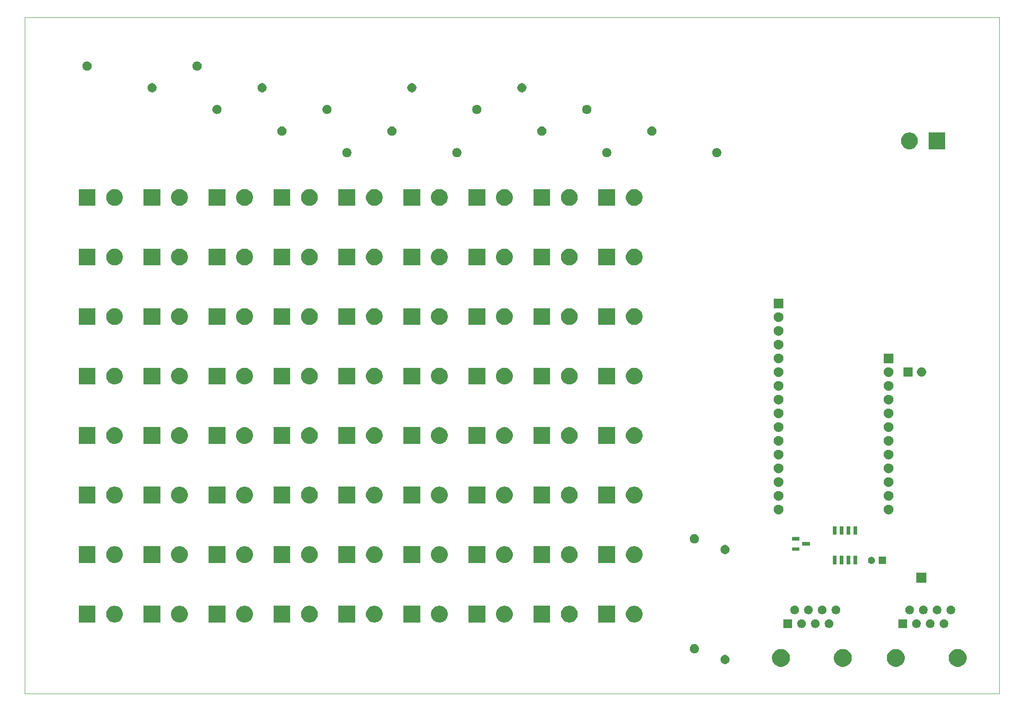
<source format=gbr>
G04 #@! TF.GenerationSoftware,KiCad,Pcbnew,5.1.5-52549c5~84~ubuntu18.04.1*
G04 #@! TF.CreationDate,2020-02-12T19:09:38-05:00*
G04 #@! TF.ProjectId,solenoid_board,736f6c65-6e6f-4696-945f-626f6172642e,rev?*
G04 #@! TF.SameCoordinates,Original*
G04 #@! TF.FileFunction,Soldermask,Top*
G04 #@! TF.FilePolarity,Negative*
%FSLAX46Y46*%
G04 Gerber Fmt 4.6, Leading zero omitted, Abs format (unit mm)*
G04 Created by KiCad (PCBNEW 5.1.5-52549c5~84~ubuntu18.04.1) date 2020-02-12 19:09:38*
%MOMM*%
%LPD*%
G04 APERTURE LIST*
G04 #@! TA.AperFunction,Profile*
%ADD10C,0.120000*%
G04 #@! TD*
%ADD11C,0.150000*%
G04 APERTURE END LIST*
D10*
X50000000Y-25000000D02*
X50000000Y-150000000D01*
X230000000Y-25000000D02*
X50000000Y-25000000D01*
X230000000Y-150000000D02*
X230000000Y-25000000D01*
X50000000Y-150000000D02*
X230000000Y-150000000D01*
D11*
G36*
X222654787Y-141765015D02*
G01*
X222807779Y-141795447D01*
X223108242Y-141919903D01*
X223378651Y-142100585D01*
X223608615Y-142330549D01*
X223789297Y-142600958D01*
X223913753Y-142901421D01*
X223977200Y-143220391D01*
X223977200Y-143545609D01*
X223913753Y-143864579D01*
X223789297Y-144165042D01*
X223608615Y-144435451D01*
X223378651Y-144665415D01*
X223108242Y-144846097D01*
X222807779Y-144970553D01*
X222701456Y-144991702D01*
X222488811Y-145034000D01*
X222163589Y-145034000D01*
X221950944Y-144991702D01*
X221844621Y-144970553D01*
X221544158Y-144846097D01*
X221273749Y-144665415D01*
X221043785Y-144435451D01*
X220863103Y-144165042D01*
X220738647Y-143864579D01*
X220675200Y-143545609D01*
X220675200Y-143220391D01*
X220738647Y-142901421D01*
X220863103Y-142600958D01*
X221043785Y-142330549D01*
X221273749Y-142100585D01*
X221544158Y-141919903D01*
X221844621Y-141795447D01*
X221997613Y-141765015D01*
X222163589Y-141732000D01*
X222488811Y-141732000D01*
X222654787Y-141765015D01*
G37*
G36*
X190015787Y-141765015D02*
G01*
X190168779Y-141795447D01*
X190469242Y-141919903D01*
X190739651Y-142100585D01*
X190969615Y-142330549D01*
X191150297Y-142600958D01*
X191274753Y-142901421D01*
X191338200Y-143220391D01*
X191338200Y-143545609D01*
X191274753Y-143864579D01*
X191150297Y-144165042D01*
X190969615Y-144435451D01*
X190739651Y-144665415D01*
X190469242Y-144846097D01*
X190168779Y-144970553D01*
X190062456Y-144991702D01*
X189849811Y-145034000D01*
X189524589Y-145034000D01*
X189311944Y-144991702D01*
X189205621Y-144970553D01*
X188905158Y-144846097D01*
X188634749Y-144665415D01*
X188404785Y-144435451D01*
X188224103Y-144165042D01*
X188099647Y-143864579D01*
X188036200Y-143545609D01*
X188036200Y-143220391D01*
X188099647Y-142901421D01*
X188224103Y-142600958D01*
X188404785Y-142330549D01*
X188634749Y-142100585D01*
X188905158Y-141919903D01*
X189205621Y-141795447D01*
X189358613Y-141765015D01*
X189524589Y-141732000D01*
X189849811Y-141732000D01*
X190015787Y-141765015D01*
G37*
G36*
X201445787Y-141765015D02*
G01*
X201598779Y-141795447D01*
X201899242Y-141919903D01*
X202169651Y-142100585D01*
X202399615Y-142330549D01*
X202580297Y-142600958D01*
X202704753Y-142901421D01*
X202768200Y-143220391D01*
X202768200Y-143545609D01*
X202704753Y-143864579D01*
X202580297Y-144165042D01*
X202399615Y-144435451D01*
X202169651Y-144665415D01*
X201899242Y-144846097D01*
X201598779Y-144970553D01*
X201492456Y-144991702D01*
X201279811Y-145034000D01*
X200954589Y-145034000D01*
X200741944Y-144991702D01*
X200635621Y-144970553D01*
X200335158Y-144846097D01*
X200064749Y-144665415D01*
X199834785Y-144435451D01*
X199654103Y-144165042D01*
X199529647Y-143864579D01*
X199466200Y-143545609D01*
X199466200Y-143220391D01*
X199529647Y-142901421D01*
X199654103Y-142600958D01*
X199834785Y-142330549D01*
X200064749Y-142100585D01*
X200335158Y-141919903D01*
X200635621Y-141795447D01*
X200788613Y-141765015D01*
X200954589Y-141732000D01*
X201279811Y-141732000D01*
X201445787Y-141765015D01*
G37*
G36*
X211224787Y-141765015D02*
G01*
X211377779Y-141795447D01*
X211678242Y-141919903D01*
X211948651Y-142100585D01*
X212178615Y-142330549D01*
X212359297Y-142600958D01*
X212483753Y-142901421D01*
X212547200Y-143220391D01*
X212547200Y-143545609D01*
X212483753Y-143864579D01*
X212359297Y-144165042D01*
X212178615Y-144435451D01*
X211948651Y-144665415D01*
X211678242Y-144846097D01*
X211377779Y-144970553D01*
X211271456Y-144991702D01*
X211058811Y-145034000D01*
X210733589Y-145034000D01*
X210520944Y-144991702D01*
X210414621Y-144970553D01*
X210114158Y-144846097D01*
X209843749Y-144665415D01*
X209613785Y-144435451D01*
X209433103Y-144165042D01*
X209308647Y-143864579D01*
X209245200Y-143545609D01*
X209245200Y-143220391D01*
X209308647Y-142901421D01*
X209433103Y-142600958D01*
X209613785Y-142330549D01*
X209843749Y-142100585D01*
X210114158Y-141919903D01*
X210414621Y-141795447D01*
X210567613Y-141765015D01*
X210733589Y-141732000D01*
X211058811Y-141732000D01*
X211224787Y-141765015D01*
G37*
G36*
X179597628Y-142844103D02*
G01*
X179752500Y-142908253D01*
X179891881Y-143001385D01*
X180010415Y-143119919D01*
X180103547Y-143259300D01*
X180167697Y-143414172D01*
X180200400Y-143578584D01*
X180200400Y-143746216D01*
X180167697Y-143910628D01*
X180103547Y-144065500D01*
X180010415Y-144204881D01*
X179891881Y-144323415D01*
X179752500Y-144416547D01*
X179597628Y-144480697D01*
X179433216Y-144513400D01*
X179265584Y-144513400D01*
X179101172Y-144480697D01*
X178946300Y-144416547D01*
X178806919Y-144323415D01*
X178688385Y-144204881D01*
X178595253Y-144065500D01*
X178531103Y-143910628D01*
X178498400Y-143746216D01*
X178498400Y-143578584D01*
X178531103Y-143414172D01*
X178595253Y-143259300D01*
X178688385Y-143119919D01*
X178806919Y-143001385D01*
X178946300Y-142908253D01*
X179101172Y-142844103D01*
X179265584Y-142811400D01*
X179433216Y-142811400D01*
X179597628Y-142844103D01*
G37*
G36*
X173933428Y-140862903D02*
G01*
X174088300Y-140927053D01*
X174227681Y-141020185D01*
X174346215Y-141138719D01*
X174439347Y-141278100D01*
X174503497Y-141432972D01*
X174536200Y-141597384D01*
X174536200Y-141765016D01*
X174503497Y-141929428D01*
X174439347Y-142084300D01*
X174346215Y-142223681D01*
X174227681Y-142342215D01*
X174088300Y-142435347D01*
X173933428Y-142499497D01*
X173769016Y-142532200D01*
X173601384Y-142532200D01*
X173436972Y-142499497D01*
X173282100Y-142435347D01*
X173142719Y-142342215D01*
X173024185Y-142223681D01*
X172931053Y-142084300D01*
X172866903Y-141929428D01*
X172834200Y-141765016D01*
X172834200Y-141597384D01*
X172866903Y-141432972D01*
X172931053Y-141278100D01*
X173024185Y-141138719D01*
X173142719Y-141020185D01*
X173282100Y-140927053D01*
X173436972Y-140862903D01*
X173601384Y-140830200D01*
X173769016Y-140830200D01*
X173933428Y-140862903D01*
G37*
G36*
X191758200Y-137834000D02*
G01*
X190156200Y-137834000D01*
X190156200Y-136232000D01*
X191758200Y-136232000D01*
X191758200Y-137834000D01*
G37*
G36*
X193730842Y-136262781D02*
G01*
X193876614Y-136323162D01*
X193876616Y-136323163D01*
X194007808Y-136410822D01*
X194119378Y-136522392D01*
X194207037Y-136653584D01*
X194207038Y-136653586D01*
X194267419Y-136799358D01*
X194298200Y-136954107D01*
X194298200Y-137111893D01*
X194267419Y-137266642D01*
X194207038Y-137412414D01*
X194207037Y-137412416D01*
X194119378Y-137543608D01*
X194007808Y-137655178D01*
X193876616Y-137742837D01*
X193876615Y-137742838D01*
X193876614Y-137742838D01*
X193730842Y-137803219D01*
X193576093Y-137834000D01*
X193418307Y-137834000D01*
X193263558Y-137803219D01*
X193117786Y-137742838D01*
X193117785Y-137742838D01*
X193117784Y-137742837D01*
X192986592Y-137655178D01*
X192875022Y-137543608D01*
X192787363Y-137412416D01*
X192787362Y-137412414D01*
X192726981Y-137266642D01*
X192696200Y-137111893D01*
X192696200Y-136954107D01*
X192726981Y-136799358D01*
X192787362Y-136653586D01*
X192787363Y-136653584D01*
X192875022Y-136522392D01*
X192986592Y-136410822D01*
X193117784Y-136323163D01*
X193117786Y-136323162D01*
X193263558Y-136262781D01*
X193418307Y-136232000D01*
X193576093Y-136232000D01*
X193730842Y-136262781D01*
G37*
G36*
X196270842Y-136262781D02*
G01*
X196416614Y-136323162D01*
X196416616Y-136323163D01*
X196547808Y-136410822D01*
X196659378Y-136522392D01*
X196747037Y-136653584D01*
X196747038Y-136653586D01*
X196807419Y-136799358D01*
X196838200Y-136954107D01*
X196838200Y-137111893D01*
X196807419Y-137266642D01*
X196747038Y-137412414D01*
X196747037Y-137412416D01*
X196659378Y-137543608D01*
X196547808Y-137655178D01*
X196416616Y-137742837D01*
X196416615Y-137742838D01*
X196416614Y-137742838D01*
X196270842Y-137803219D01*
X196116093Y-137834000D01*
X195958307Y-137834000D01*
X195803558Y-137803219D01*
X195657786Y-137742838D01*
X195657785Y-137742838D01*
X195657784Y-137742837D01*
X195526592Y-137655178D01*
X195415022Y-137543608D01*
X195327363Y-137412416D01*
X195327362Y-137412414D01*
X195266981Y-137266642D01*
X195236200Y-137111893D01*
X195236200Y-136954107D01*
X195266981Y-136799358D01*
X195327362Y-136653586D01*
X195327363Y-136653584D01*
X195415022Y-136522392D01*
X195526592Y-136410822D01*
X195657784Y-136323163D01*
X195657786Y-136323162D01*
X195803558Y-136262781D01*
X195958307Y-136232000D01*
X196116093Y-136232000D01*
X196270842Y-136262781D01*
G37*
G36*
X198810842Y-136262781D02*
G01*
X198956614Y-136323162D01*
X198956616Y-136323163D01*
X199087808Y-136410822D01*
X199199378Y-136522392D01*
X199287037Y-136653584D01*
X199287038Y-136653586D01*
X199347419Y-136799358D01*
X199378200Y-136954107D01*
X199378200Y-137111893D01*
X199347419Y-137266642D01*
X199287038Y-137412414D01*
X199287037Y-137412416D01*
X199199378Y-137543608D01*
X199087808Y-137655178D01*
X198956616Y-137742837D01*
X198956615Y-137742838D01*
X198956614Y-137742838D01*
X198810842Y-137803219D01*
X198656093Y-137834000D01*
X198498307Y-137834000D01*
X198343558Y-137803219D01*
X198197786Y-137742838D01*
X198197785Y-137742838D01*
X198197784Y-137742837D01*
X198066592Y-137655178D01*
X197955022Y-137543608D01*
X197867363Y-137412416D01*
X197867362Y-137412414D01*
X197806981Y-137266642D01*
X197776200Y-137111893D01*
X197776200Y-136954107D01*
X197806981Y-136799358D01*
X197867362Y-136653586D01*
X197867363Y-136653584D01*
X197955022Y-136522392D01*
X198066592Y-136410822D01*
X198197784Y-136323163D01*
X198197786Y-136323162D01*
X198343558Y-136262781D01*
X198498307Y-136232000D01*
X198656093Y-136232000D01*
X198810842Y-136262781D01*
G37*
G36*
X212967200Y-137834000D02*
G01*
X211365200Y-137834000D01*
X211365200Y-136232000D01*
X212967200Y-136232000D01*
X212967200Y-137834000D01*
G37*
G36*
X214939842Y-136262781D02*
G01*
X215085614Y-136323162D01*
X215085616Y-136323163D01*
X215216808Y-136410822D01*
X215328378Y-136522392D01*
X215416037Y-136653584D01*
X215416038Y-136653586D01*
X215476419Y-136799358D01*
X215507200Y-136954107D01*
X215507200Y-137111893D01*
X215476419Y-137266642D01*
X215416038Y-137412414D01*
X215416037Y-137412416D01*
X215328378Y-137543608D01*
X215216808Y-137655178D01*
X215085616Y-137742837D01*
X215085615Y-137742838D01*
X215085614Y-137742838D01*
X214939842Y-137803219D01*
X214785093Y-137834000D01*
X214627307Y-137834000D01*
X214472558Y-137803219D01*
X214326786Y-137742838D01*
X214326785Y-137742838D01*
X214326784Y-137742837D01*
X214195592Y-137655178D01*
X214084022Y-137543608D01*
X213996363Y-137412416D01*
X213996362Y-137412414D01*
X213935981Y-137266642D01*
X213905200Y-137111893D01*
X213905200Y-136954107D01*
X213935981Y-136799358D01*
X213996362Y-136653586D01*
X213996363Y-136653584D01*
X214084022Y-136522392D01*
X214195592Y-136410822D01*
X214326784Y-136323163D01*
X214326786Y-136323162D01*
X214472558Y-136262781D01*
X214627307Y-136232000D01*
X214785093Y-136232000D01*
X214939842Y-136262781D01*
G37*
G36*
X220019842Y-136262781D02*
G01*
X220165614Y-136323162D01*
X220165616Y-136323163D01*
X220296808Y-136410822D01*
X220408378Y-136522392D01*
X220496037Y-136653584D01*
X220496038Y-136653586D01*
X220556419Y-136799358D01*
X220587200Y-136954107D01*
X220587200Y-137111893D01*
X220556419Y-137266642D01*
X220496038Y-137412414D01*
X220496037Y-137412416D01*
X220408378Y-137543608D01*
X220296808Y-137655178D01*
X220165616Y-137742837D01*
X220165615Y-137742838D01*
X220165614Y-137742838D01*
X220019842Y-137803219D01*
X219865093Y-137834000D01*
X219707307Y-137834000D01*
X219552558Y-137803219D01*
X219406786Y-137742838D01*
X219406785Y-137742838D01*
X219406784Y-137742837D01*
X219275592Y-137655178D01*
X219164022Y-137543608D01*
X219076363Y-137412416D01*
X219076362Y-137412414D01*
X219015981Y-137266642D01*
X218985200Y-137111893D01*
X218985200Y-136954107D01*
X219015981Y-136799358D01*
X219076362Y-136653586D01*
X219076363Y-136653584D01*
X219164022Y-136522392D01*
X219275592Y-136410822D01*
X219406784Y-136323163D01*
X219406786Y-136323162D01*
X219552558Y-136262781D01*
X219707307Y-136232000D01*
X219865093Y-136232000D01*
X220019842Y-136262781D01*
G37*
G36*
X217479842Y-136262781D02*
G01*
X217625614Y-136323162D01*
X217625616Y-136323163D01*
X217756808Y-136410822D01*
X217868378Y-136522392D01*
X217956037Y-136653584D01*
X217956038Y-136653586D01*
X218016419Y-136799358D01*
X218047200Y-136954107D01*
X218047200Y-137111893D01*
X218016419Y-137266642D01*
X217956038Y-137412414D01*
X217956037Y-137412416D01*
X217868378Y-137543608D01*
X217756808Y-137655178D01*
X217625616Y-137742837D01*
X217625615Y-137742838D01*
X217625614Y-137742838D01*
X217479842Y-137803219D01*
X217325093Y-137834000D01*
X217167307Y-137834000D01*
X217012558Y-137803219D01*
X216866786Y-137742838D01*
X216866785Y-137742838D01*
X216866784Y-137742837D01*
X216735592Y-137655178D01*
X216624022Y-137543608D01*
X216536363Y-137412416D01*
X216536362Y-137412414D01*
X216475981Y-137266642D01*
X216445200Y-137111893D01*
X216445200Y-136954107D01*
X216475981Y-136799358D01*
X216536362Y-136653586D01*
X216536363Y-136653584D01*
X216624022Y-136522392D01*
X216735592Y-136410822D01*
X216866784Y-136323163D01*
X216866786Y-136323162D01*
X217012558Y-136262781D01*
X217167307Y-136232000D01*
X217325093Y-136232000D01*
X217479842Y-136262781D01*
G37*
G36*
X75063600Y-136836000D02*
G01*
X71961600Y-136836000D01*
X71961600Y-133734000D01*
X75063600Y-133734000D01*
X75063600Y-136836000D01*
G37*
G36*
X162895185Y-133763802D02*
G01*
X163045010Y-133793604D01*
X163327274Y-133910521D01*
X163581305Y-134080259D01*
X163797341Y-134296295D01*
X163967079Y-134550326D01*
X164083996Y-134832590D01*
X164143600Y-135132240D01*
X164143600Y-135437760D01*
X164083996Y-135737410D01*
X163967079Y-136019674D01*
X163797341Y-136273705D01*
X163581305Y-136489741D01*
X163327274Y-136659479D01*
X163045010Y-136776396D01*
X162929577Y-136799357D01*
X162745361Y-136836000D01*
X162439839Y-136836000D01*
X162255623Y-136799357D01*
X162140190Y-136776396D01*
X161857926Y-136659479D01*
X161603895Y-136489741D01*
X161387859Y-136273705D01*
X161218121Y-136019674D01*
X161101204Y-135737410D01*
X161041600Y-135437760D01*
X161041600Y-135132240D01*
X161101204Y-134832590D01*
X161218121Y-134550326D01*
X161387859Y-134296295D01*
X161603895Y-134080259D01*
X161857926Y-133910521D01*
X162140190Y-133793604D01*
X162290015Y-133763802D01*
X162439839Y-133734000D01*
X162745361Y-133734000D01*
X162895185Y-133763802D01*
G37*
G36*
X63063600Y-136836000D02*
G01*
X59961600Y-136836000D01*
X59961600Y-133734000D01*
X63063600Y-133734000D01*
X63063600Y-136836000D01*
G37*
G36*
X66895185Y-133763802D02*
G01*
X67045010Y-133793604D01*
X67327274Y-133910521D01*
X67581305Y-134080259D01*
X67797341Y-134296295D01*
X67967079Y-134550326D01*
X68083996Y-134832590D01*
X68143600Y-135132240D01*
X68143600Y-135437760D01*
X68083996Y-135737410D01*
X67967079Y-136019674D01*
X67797341Y-136273705D01*
X67581305Y-136489741D01*
X67327274Y-136659479D01*
X67045010Y-136776396D01*
X66929577Y-136799357D01*
X66745361Y-136836000D01*
X66439839Y-136836000D01*
X66255623Y-136799357D01*
X66140190Y-136776396D01*
X65857926Y-136659479D01*
X65603895Y-136489741D01*
X65387859Y-136273705D01*
X65218121Y-136019674D01*
X65101204Y-135737410D01*
X65041600Y-135437760D01*
X65041600Y-135132240D01*
X65101204Y-134832590D01*
X65218121Y-134550326D01*
X65387859Y-134296295D01*
X65603895Y-134080259D01*
X65857926Y-133910521D01*
X66140190Y-133793604D01*
X66290015Y-133763802D01*
X66439839Y-133734000D01*
X66745361Y-133734000D01*
X66895185Y-133763802D01*
G37*
G36*
X78895185Y-133763802D02*
G01*
X79045010Y-133793604D01*
X79327274Y-133910521D01*
X79581305Y-134080259D01*
X79797341Y-134296295D01*
X79967079Y-134550326D01*
X80083996Y-134832590D01*
X80143600Y-135132240D01*
X80143600Y-135437760D01*
X80083996Y-135737410D01*
X79967079Y-136019674D01*
X79797341Y-136273705D01*
X79581305Y-136489741D01*
X79327274Y-136659479D01*
X79045010Y-136776396D01*
X78929577Y-136799357D01*
X78745361Y-136836000D01*
X78439839Y-136836000D01*
X78255623Y-136799357D01*
X78140190Y-136776396D01*
X77857926Y-136659479D01*
X77603895Y-136489741D01*
X77387859Y-136273705D01*
X77218121Y-136019674D01*
X77101204Y-135737410D01*
X77041600Y-135437760D01*
X77041600Y-135132240D01*
X77101204Y-134832590D01*
X77218121Y-134550326D01*
X77387859Y-134296295D01*
X77603895Y-134080259D01*
X77857926Y-133910521D01*
X78140190Y-133793604D01*
X78290015Y-133763802D01*
X78439839Y-133734000D01*
X78745361Y-133734000D01*
X78895185Y-133763802D01*
G37*
G36*
X87063600Y-136836000D02*
G01*
X83961600Y-136836000D01*
X83961600Y-133734000D01*
X87063600Y-133734000D01*
X87063600Y-136836000D01*
G37*
G36*
X90895185Y-133763802D02*
G01*
X91045010Y-133793604D01*
X91327274Y-133910521D01*
X91581305Y-134080259D01*
X91797341Y-134296295D01*
X91967079Y-134550326D01*
X92083996Y-134832590D01*
X92143600Y-135132240D01*
X92143600Y-135437760D01*
X92083996Y-135737410D01*
X91967079Y-136019674D01*
X91797341Y-136273705D01*
X91581305Y-136489741D01*
X91327274Y-136659479D01*
X91045010Y-136776396D01*
X90929577Y-136799357D01*
X90745361Y-136836000D01*
X90439839Y-136836000D01*
X90255623Y-136799357D01*
X90140190Y-136776396D01*
X89857926Y-136659479D01*
X89603895Y-136489741D01*
X89387859Y-136273705D01*
X89218121Y-136019674D01*
X89101204Y-135737410D01*
X89041600Y-135437760D01*
X89041600Y-135132240D01*
X89101204Y-134832590D01*
X89218121Y-134550326D01*
X89387859Y-134296295D01*
X89603895Y-134080259D01*
X89857926Y-133910521D01*
X90140190Y-133793604D01*
X90290015Y-133763802D01*
X90439839Y-133734000D01*
X90745361Y-133734000D01*
X90895185Y-133763802D01*
G37*
G36*
X99063600Y-136836000D02*
G01*
X95961600Y-136836000D01*
X95961600Y-133734000D01*
X99063600Y-133734000D01*
X99063600Y-136836000D01*
G37*
G36*
X102895185Y-133763802D02*
G01*
X103045010Y-133793604D01*
X103327274Y-133910521D01*
X103581305Y-134080259D01*
X103797341Y-134296295D01*
X103967079Y-134550326D01*
X104083996Y-134832590D01*
X104143600Y-135132240D01*
X104143600Y-135437760D01*
X104083996Y-135737410D01*
X103967079Y-136019674D01*
X103797341Y-136273705D01*
X103581305Y-136489741D01*
X103327274Y-136659479D01*
X103045010Y-136776396D01*
X102929577Y-136799357D01*
X102745361Y-136836000D01*
X102439839Y-136836000D01*
X102255623Y-136799357D01*
X102140190Y-136776396D01*
X101857926Y-136659479D01*
X101603895Y-136489741D01*
X101387859Y-136273705D01*
X101218121Y-136019674D01*
X101101204Y-135737410D01*
X101041600Y-135437760D01*
X101041600Y-135132240D01*
X101101204Y-134832590D01*
X101218121Y-134550326D01*
X101387859Y-134296295D01*
X101603895Y-134080259D01*
X101857926Y-133910521D01*
X102140190Y-133793604D01*
X102290015Y-133763802D01*
X102439839Y-133734000D01*
X102745361Y-133734000D01*
X102895185Y-133763802D01*
G37*
G36*
X114895185Y-133763802D02*
G01*
X115045010Y-133793604D01*
X115327274Y-133910521D01*
X115581305Y-134080259D01*
X115797341Y-134296295D01*
X115967079Y-134550326D01*
X116083996Y-134832590D01*
X116143600Y-135132240D01*
X116143600Y-135437760D01*
X116083996Y-135737410D01*
X115967079Y-136019674D01*
X115797341Y-136273705D01*
X115581305Y-136489741D01*
X115327274Y-136659479D01*
X115045010Y-136776396D01*
X114929577Y-136799357D01*
X114745361Y-136836000D01*
X114439839Y-136836000D01*
X114255623Y-136799357D01*
X114140190Y-136776396D01*
X113857926Y-136659479D01*
X113603895Y-136489741D01*
X113387859Y-136273705D01*
X113218121Y-136019674D01*
X113101204Y-135737410D01*
X113041600Y-135437760D01*
X113041600Y-135132240D01*
X113101204Y-134832590D01*
X113218121Y-134550326D01*
X113387859Y-134296295D01*
X113603895Y-134080259D01*
X113857926Y-133910521D01*
X114140190Y-133793604D01*
X114290015Y-133763802D01*
X114439839Y-133734000D01*
X114745361Y-133734000D01*
X114895185Y-133763802D01*
G37*
G36*
X123063600Y-136836000D02*
G01*
X119961600Y-136836000D01*
X119961600Y-133734000D01*
X123063600Y-133734000D01*
X123063600Y-136836000D01*
G37*
G36*
X126895185Y-133763802D02*
G01*
X127045010Y-133793604D01*
X127327274Y-133910521D01*
X127581305Y-134080259D01*
X127797341Y-134296295D01*
X127967079Y-134550326D01*
X128083996Y-134832590D01*
X128143600Y-135132240D01*
X128143600Y-135437760D01*
X128083996Y-135737410D01*
X127967079Y-136019674D01*
X127797341Y-136273705D01*
X127581305Y-136489741D01*
X127327274Y-136659479D01*
X127045010Y-136776396D01*
X126929577Y-136799357D01*
X126745361Y-136836000D01*
X126439839Y-136836000D01*
X126255623Y-136799357D01*
X126140190Y-136776396D01*
X125857926Y-136659479D01*
X125603895Y-136489741D01*
X125387859Y-136273705D01*
X125218121Y-136019674D01*
X125101204Y-135737410D01*
X125041600Y-135437760D01*
X125041600Y-135132240D01*
X125101204Y-134832590D01*
X125218121Y-134550326D01*
X125387859Y-134296295D01*
X125603895Y-134080259D01*
X125857926Y-133910521D01*
X126140190Y-133793604D01*
X126290015Y-133763802D01*
X126439839Y-133734000D01*
X126745361Y-133734000D01*
X126895185Y-133763802D01*
G37*
G36*
X135063600Y-136836000D02*
G01*
X131961600Y-136836000D01*
X131961600Y-133734000D01*
X135063600Y-133734000D01*
X135063600Y-136836000D01*
G37*
G36*
X147063600Y-136836000D02*
G01*
X143961600Y-136836000D01*
X143961600Y-133734000D01*
X147063600Y-133734000D01*
X147063600Y-136836000D01*
G37*
G36*
X138895185Y-133763802D02*
G01*
X139045010Y-133793604D01*
X139327274Y-133910521D01*
X139581305Y-134080259D01*
X139797341Y-134296295D01*
X139967079Y-134550326D01*
X140083996Y-134832590D01*
X140143600Y-135132240D01*
X140143600Y-135437760D01*
X140083996Y-135737410D01*
X139967079Y-136019674D01*
X139797341Y-136273705D01*
X139581305Y-136489741D01*
X139327274Y-136659479D01*
X139045010Y-136776396D01*
X138929577Y-136799357D01*
X138745361Y-136836000D01*
X138439839Y-136836000D01*
X138255623Y-136799357D01*
X138140190Y-136776396D01*
X137857926Y-136659479D01*
X137603895Y-136489741D01*
X137387859Y-136273705D01*
X137218121Y-136019674D01*
X137101204Y-135737410D01*
X137041600Y-135437760D01*
X137041600Y-135132240D01*
X137101204Y-134832590D01*
X137218121Y-134550326D01*
X137387859Y-134296295D01*
X137603895Y-134080259D01*
X137857926Y-133910521D01*
X138140190Y-133793604D01*
X138290015Y-133763802D01*
X138439839Y-133734000D01*
X138745361Y-133734000D01*
X138895185Y-133763802D01*
G37*
G36*
X150895185Y-133763802D02*
G01*
X151045010Y-133793604D01*
X151327274Y-133910521D01*
X151581305Y-134080259D01*
X151797341Y-134296295D01*
X151967079Y-134550326D01*
X152083996Y-134832590D01*
X152143600Y-135132240D01*
X152143600Y-135437760D01*
X152083996Y-135737410D01*
X151967079Y-136019674D01*
X151797341Y-136273705D01*
X151581305Y-136489741D01*
X151327274Y-136659479D01*
X151045010Y-136776396D01*
X150929577Y-136799357D01*
X150745361Y-136836000D01*
X150439839Y-136836000D01*
X150255623Y-136799357D01*
X150140190Y-136776396D01*
X149857926Y-136659479D01*
X149603895Y-136489741D01*
X149387859Y-136273705D01*
X149218121Y-136019674D01*
X149101204Y-135737410D01*
X149041600Y-135437760D01*
X149041600Y-135132240D01*
X149101204Y-134832590D01*
X149218121Y-134550326D01*
X149387859Y-134296295D01*
X149603895Y-134080259D01*
X149857926Y-133910521D01*
X150140190Y-133793604D01*
X150290015Y-133763802D01*
X150439839Y-133734000D01*
X150745361Y-133734000D01*
X150895185Y-133763802D01*
G37*
G36*
X159063600Y-136836000D02*
G01*
X155961600Y-136836000D01*
X155961600Y-133734000D01*
X159063600Y-133734000D01*
X159063600Y-136836000D01*
G37*
G36*
X111063600Y-136836000D02*
G01*
X107961600Y-136836000D01*
X107961600Y-133734000D01*
X111063600Y-133734000D01*
X111063600Y-136836000D01*
G37*
G36*
X221289842Y-133722781D02*
G01*
X221435614Y-133783162D01*
X221435616Y-133783163D01*
X221566808Y-133870822D01*
X221678378Y-133982392D01*
X221766037Y-134113584D01*
X221766038Y-134113586D01*
X221826419Y-134259358D01*
X221857200Y-134414107D01*
X221857200Y-134571893D01*
X221826419Y-134726642D01*
X221782533Y-134832591D01*
X221766037Y-134872416D01*
X221678378Y-135003608D01*
X221566808Y-135115178D01*
X221435616Y-135202837D01*
X221435615Y-135202838D01*
X221435614Y-135202838D01*
X221289842Y-135263219D01*
X221135093Y-135294000D01*
X220977307Y-135294000D01*
X220822558Y-135263219D01*
X220676786Y-135202838D01*
X220676785Y-135202838D01*
X220676784Y-135202837D01*
X220545592Y-135115178D01*
X220434022Y-135003608D01*
X220346363Y-134872416D01*
X220329867Y-134832591D01*
X220285981Y-134726642D01*
X220255200Y-134571893D01*
X220255200Y-134414107D01*
X220285981Y-134259358D01*
X220346362Y-134113586D01*
X220346363Y-134113584D01*
X220434022Y-133982392D01*
X220545592Y-133870822D01*
X220676784Y-133783163D01*
X220676786Y-133783162D01*
X220822558Y-133722781D01*
X220977307Y-133692000D01*
X221135093Y-133692000D01*
X221289842Y-133722781D01*
G37*
G36*
X218749842Y-133722781D02*
G01*
X218895614Y-133783162D01*
X218895616Y-133783163D01*
X219026808Y-133870822D01*
X219138378Y-133982392D01*
X219226037Y-134113584D01*
X219226038Y-134113586D01*
X219286419Y-134259358D01*
X219317200Y-134414107D01*
X219317200Y-134571893D01*
X219286419Y-134726642D01*
X219242533Y-134832591D01*
X219226037Y-134872416D01*
X219138378Y-135003608D01*
X219026808Y-135115178D01*
X218895616Y-135202837D01*
X218895615Y-135202838D01*
X218895614Y-135202838D01*
X218749842Y-135263219D01*
X218595093Y-135294000D01*
X218437307Y-135294000D01*
X218282558Y-135263219D01*
X218136786Y-135202838D01*
X218136785Y-135202838D01*
X218136784Y-135202837D01*
X218005592Y-135115178D01*
X217894022Y-135003608D01*
X217806363Y-134872416D01*
X217789867Y-134832591D01*
X217745981Y-134726642D01*
X217715200Y-134571893D01*
X217715200Y-134414107D01*
X217745981Y-134259358D01*
X217806362Y-134113586D01*
X217806363Y-134113584D01*
X217894022Y-133982392D01*
X218005592Y-133870822D01*
X218136784Y-133783163D01*
X218136786Y-133783162D01*
X218282558Y-133722781D01*
X218437307Y-133692000D01*
X218595093Y-133692000D01*
X218749842Y-133722781D01*
G37*
G36*
X216209842Y-133722781D02*
G01*
X216355614Y-133783162D01*
X216355616Y-133783163D01*
X216486808Y-133870822D01*
X216598378Y-133982392D01*
X216686037Y-134113584D01*
X216686038Y-134113586D01*
X216746419Y-134259358D01*
X216777200Y-134414107D01*
X216777200Y-134571893D01*
X216746419Y-134726642D01*
X216702533Y-134832591D01*
X216686037Y-134872416D01*
X216598378Y-135003608D01*
X216486808Y-135115178D01*
X216355616Y-135202837D01*
X216355615Y-135202838D01*
X216355614Y-135202838D01*
X216209842Y-135263219D01*
X216055093Y-135294000D01*
X215897307Y-135294000D01*
X215742558Y-135263219D01*
X215596786Y-135202838D01*
X215596785Y-135202838D01*
X215596784Y-135202837D01*
X215465592Y-135115178D01*
X215354022Y-135003608D01*
X215266363Y-134872416D01*
X215249867Y-134832591D01*
X215205981Y-134726642D01*
X215175200Y-134571893D01*
X215175200Y-134414107D01*
X215205981Y-134259358D01*
X215266362Y-134113586D01*
X215266363Y-134113584D01*
X215354022Y-133982392D01*
X215465592Y-133870822D01*
X215596784Y-133783163D01*
X215596786Y-133783162D01*
X215742558Y-133722781D01*
X215897307Y-133692000D01*
X216055093Y-133692000D01*
X216209842Y-133722781D01*
G37*
G36*
X200080842Y-133722781D02*
G01*
X200226614Y-133783162D01*
X200226616Y-133783163D01*
X200357808Y-133870822D01*
X200469378Y-133982392D01*
X200557037Y-134113584D01*
X200557038Y-134113586D01*
X200617419Y-134259358D01*
X200648200Y-134414107D01*
X200648200Y-134571893D01*
X200617419Y-134726642D01*
X200573533Y-134832591D01*
X200557037Y-134872416D01*
X200469378Y-135003608D01*
X200357808Y-135115178D01*
X200226616Y-135202837D01*
X200226615Y-135202838D01*
X200226614Y-135202838D01*
X200080842Y-135263219D01*
X199926093Y-135294000D01*
X199768307Y-135294000D01*
X199613558Y-135263219D01*
X199467786Y-135202838D01*
X199467785Y-135202838D01*
X199467784Y-135202837D01*
X199336592Y-135115178D01*
X199225022Y-135003608D01*
X199137363Y-134872416D01*
X199120867Y-134832591D01*
X199076981Y-134726642D01*
X199046200Y-134571893D01*
X199046200Y-134414107D01*
X199076981Y-134259358D01*
X199137362Y-134113586D01*
X199137363Y-134113584D01*
X199225022Y-133982392D01*
X199336592Y-133870822D01*
X199467784Y-133783163D01*
X199467786Y-133783162D01*
X199613558Y-133722781D01*
X199768307Y-133692000D01*
X199926093Y-133692000D01*
X200080842Y-133722781D01*
G37*
G36*
X192460842Y-133722781D02*
G01*
X192606614Y-133783162D01*
X192606616Y-133783163D01*
X192737808Y-133870822D01*
X192849378Y-133982392D01*
X192937037Y-134113584D01*
X192937038Y-134113586D01*
X192997419Y-134259358D01*
X193028200Y-134414107D01*
X193028200Y-134571893D01*
X192997419Y-134726642D01*
X192953533Y-134832591D01*
X192937037Y-134872416D01*
X192849378Y-135003608D01*
X192737808Y-135115178D01*
X192606616Y-135202837D01*
X192606615Y-135202838D01*
X192606614Y-135202838D01*
X192460842Y-135263219D01*
X192306093Y-135294000D01*
X192148307Y-135294000D01*
X191993558Y-135263219D01*
X191847786Y-135202838D01*
X191847785Y-135202838D01*
X191847784Y-135202837D01*
X191716592Y-135115178D01*
X191605022Y-135003608D01*
X191517363Y-134872416D01*
X191500867Y-134832591D01*
X191456981Y-134726642D01*
X191426200Y-134571893D01*
X191426200Y-134414107D01*
X191456981Y-134259358D01*
X191517362Y-134113586D01*
X191517363Y-134113584D01*
X191605022Y-133982392D01*
X191716592Y-133870822D01*
X191847784Y-133783163D01*
X191847786Y-133783162D01*
X191993558Y-133722781D01*
X192148307Y-133692000D01*
X192306093Y-133692000D01*
X192460842Y-133722781D01*
G37*
G36*
X195000842Y-133722781D02*
G01*
X195146614Y-133783162D01*
X195146616Y-133783163D01*
X195277808Y-133870822D01*
X195389378Y-133982392D01*
X195477037Y-134113584D01*
X195477038Y-134113586D01*
X195537419Y-134259358D01*
X195568200Y-134414107D01*
X195568200Y-134571893D01*
X195537419Y-134726642D01*
X195493533Y-134832591D01*
X195477037Y-134872416D01*
X195389378Y-135003608D01*
X195277808Y-135115178D01*
X195146616Y-135202837D01*
X195146615Y-135202838D01*
X195146614Y-135202838D01*
X195000842Y-135263219D01*
X194846093Y-135294000D01*
X194688307Y-135294000D01*
X194533558Y-135263219D01*
X194387786Y-135202838D01*
X194387785Y-135202838D01*
X194387784Y-135202837D01*
X194256592Y-135115178D01*
X194145022Y-135003608D01*
X194057363Y-134872416D01*
X194040867Y-134832591D01*
X193996981Y-134726642D01*
X193966200Y-134571893D01*
X193966200Y-134414107D01*
X193996981Y-134259358D01*
X194057362Y-134113586D01*
X194057363Y-134113584D01*
X194145022Y-133982392D01*
X194256592Y-133870822D01*
X194387784Y-133783163D01*
X194387786Y-133783162D01*
X194533558Y-133722781D01*
X194688307Y-133692000D01*
X194846093Y-133692000D01*
X195000842Y-133722781D01*
G37*
G36*
X213669842Y-133722781D02*
G01*
X213815614Y-133783162D01*
X213815616Y-133783163D01*
X213946808Y-133870822D01*
X214058378Y-133982392D01*
X214146037Y-134113584D01*
X214146038Y-134113586D01*
X214206419Y-134259358D01*
X214237200Y-134414107D01*
X214237200Y-134571893D01*
X214206419Y-134726642D01*
X214162533Y-134832591D01*
X214146037Y-134872416D01*
X214058378Y-135003608D01*
X213946808Y-135115178D01*
X213815616Y-135202837D01*
X213815615Y-135202838D01*
X213815614Y-135202838D01*
X213669842Y-135263219D01*
X213515093Y-135294000D01*
X213357307Y-135294000D01*
X213202558Y-135263219D01*
X213056786Y-135202838D01*
X213056785Y-135202838D01*
X213056784Y-135202837D01*
X212925592Y-135115178D01*
X212814022Y-135003608D01*
X212726363Y-134872416D01*
X212709867Y-134832591D01*
X212665981Y-134726642D01*
X212635200Y-134571893D01*
X212635200Y-134414107D01*
X212665981Y-134259358D01*
X212726362Y-134113586D01*
X212726363Y-134113584D01*
X212814022Y-133982392D01*
X212925592Y-133870822D01*
X213056784Y-133783163D01*
X213056786Y-133783162D01*
X213202558Y-133722781D01*
X213357307Y-133692000D01*
X213515093Y-133692000D01*
X213669842Y-133722781D01*
G37*
G36*
X197540842Y-133722781D02*
G01*
X197686614Y-133783162D01*
X197686616Y-133783163D01*
X197817808Y-133870822D01*
X197929378Y-133982392D01*
X198017037Y-134113584D01*
X198017038Y-134113586D01*
X198077419Y-134259358D01*
X198108200Y-134414107D01*
X198108200Y-134571893D01*
X198077419Y-134726642D01*
X198033533Y-134832591D01*
X198017037Y-134872416D01*
X197929378Y-135003608D01*
X197817808Y-135115178D01*
X197686616Y-135202837D01*
X197686615Y-135202838D01*
X197686614Y-135202838D01*
X197540842Y-135263219D01*
X197386093Y-135294000D01*
X197228307Y-135294000D01*
X197073558Y-135263219D01*
X196927786Y-135202838D01*
X196927785Y-135202838D01*
X196927784Y-135202837D01*
X196796592Y-135115178D01*
X196685022Y-135003608D01*
X196597363Y-134872416D01*
X196580867Y-134832591D01*
X196536981Y-134726642D01*
X196506200Y-134571893D01*
X196506200Y-134414107D01*
X196536981Y-134259358D01*
X196597362Y-134113586D01*
X196597363Y-134113584D01*
X196685022Y-133982392D01*
X196796592Y-133870822D01*
X196927784Y-133783163D01*
X196927786Y-133783162D01*
X197073558Y-133722781D01*
X197228307Y-133692000D01*
X197386093Y-133692000D01*
X197540842Y-133722781D01*
G37*
G36*
X216521600Y-129450400D02*
G01*
X214719600Y-129450400D01*
X214719600Y-127648400D01*
X216521600Y-127648400D01*
X216521600Y-129450400D01*
G37*
G36*
X202519000Y-126054797D02*
G01*
X201849000Y-126054797D01*
X201849000Y-124497899D01*
X202519000Y-124497899D01*
X202519000Y-126054797D01*
G37*
G36*
X199979000Y-126054797D02*
G01*
X199309000Y-126054797D01*
X199309000Y-124497899D01*
X199979000Y-124497899D01*
X199979000Y-126054797D01*
G37*
G36*
X201249000Y-126054797D02*
G01*
X200579000Y-126054797D01*
X200579000Y-124497899D01*
X201249000Y-124497899D01*
X201249000Y-126054797D01*
G37*
G36*
X203789000Y-126054797D02*
G01*
X203119000Y-126054797D01*
X203119000Y-124497899D01*
X203789000Y-124497899D01*
X203789000Y-126054797D01*
G37*
G36*
X206596890Y-124723017D02*
G01*
X206631638Y-124737410D01*
X206715364Y-124772091D01*
X206821988Y-124843335D01*
X206912665Y-124934012D01*
X206983909Y-125040636D01*
X207032983Y-125159110D01*
X207058000Y-125284882D01*
X207058000Y-125413118D01*
X207032983Y-125538890D01*
X206983909Y-125657364D01*
X206912665Y-125763988D01*
X206821988Y-125854665D01*
X206715364Y-125925909D01*
X206715363Y-125925910D01*
X206715362Y-125925910D01*
X206596890Y-125974983D01*
X206471119Y-126000000D01*
X206342881Y-126000000D01*
X206217110Y-125974983D01*
X206098638Y-125925910D01*
X206098637Y-125925910D01*
X206098636Y-125925909D01*
X205992012Y-125854665D01*
X205901335Y-125763988D01*
X205830091Y-125657364D01*
X205781017Y-125538890D01*
X205756000Y-125413118D01*
X205756000Y-125284882D01*
X205781017Y-125159110D01*
X205830091Y-125040636D01*
X205901335Y-124934012D01*
X205992012Y-124843335D01*
X206098636Y-124772091D01*
X206182363Y-124737410D01*
X206217110Y-124723017D01*
X206342881Y-124698000D01*
X206471119Y-124698000D01*
X206596890Y-124723017D01*
G37*
G36*
X209058000Y-126000000D02*
G01*
X207756000Y-126000000D01*
X207756000Y-124698000D01*
X209058000Y-124698000D01*
X209058000Y-126000000D01*
G37*
G36*
X114895185Y-122763802D02*
G01*
X115045010Y-122793604D01*
X115327274Y-122910521D01*
X115581305Y-123080259D01*
X115797341Y-123296295D01*
X115967079Y-123550326D01*
X116047921Y-123745497D01*
X116083996Y-123832591D01*
X116136501Y-124096548D01*
X116143600Y-124132240D01*
X116143600Y-124437760D01*
X116083996Y-124737410D01*
X115967079Y-125019674D01*
X115797341Y-125273705D01*
X115581305Y-125489741D01*
X115327274Y-125659479D01*
X115045010Y-125776396D01*
X114895185Y-125806198D01*
X114745361Y-125836000D01*
X114439839Y-125836000D01*
X114290015Y-125806198D01*
X114140190Y-125776396D01*
X113857926Y-125659479D01*
X113603895Y-125489741D01*
X113387859Y-125273705D01*
X113218121Y-125019674D01*
X113101204Y-124737410D01*
X113041600Y-124437760D01*
X113041600Y-124132240D01*
X113048700Y-124096548D01*
X113101204Y-123832591D01*
X113137279Y-123745497D01*
X113218121Y-123550326D01*
X113387859Y-123296295D01*
X113603895Y-123080259D01*
X113857926Y-122910521D01*
X114140190Y-122793604D01*
X114290015Y-122763802D01*
X114439839Y-122734000D01*
X114745361Y-122734000D01*
X114895185Y-122763802D01*
G37*
G36*
X78895185Y-122763802D02*
G01*
X79045010Y-122793604D01*
X79327274Y-122910521D01*
X79581305Y-123080259D01*
X79797341Y-123296295D01*
X79967079Y-123550326D01*
X80047921Y-123745497D01*
X80083996Y-123832591D01*
X80136501Y-124096548D01*
X80143600Y-124132240D01*
X80143600Y-124437760D01*
X80083996Y-124737410D01*
X79967079Y-125019674D01*
X79797341Y-125273705D01*
X79581305Y-125489741D01*
X79327274Y-125659479D01*
X79045010Y-125776396D01*
X78895185Y-125806198D01*
X78745361Y-125836000D01*
X78439839Y-125836000D01*
X78290015Y-125806198D01*
X78140190Y-125776396D01*
X77857926Y-125659479D01*
X77603895Y-125489741D01*
X77387859Y-125273705D01*
X77218121Y-125019674D01*
X77101204Y-124737410D01*
X77041600Y-124437760D01*
X77041600Y-124132240D01*
X77048700Y-124096548D01*
X77101204Y-123832591D01*
X77137279Y-123745497D01*
X77218121Y-123550326D01*
X77387859Y-123296295D01*
X77603895Y-123080259D01*
X77857926Y-122910521D01*
X78140190Y-122793604D01*
X78290015Y-122763802D01*
X78439839Y-122734000D01*
X78745361Y-122734000D01*
X78895185Y-122763802D01*
G37*
G36*
X75063600Y-125836000D02*
G01*
X71961600Y-125836000D01*
X71961600Y-122734000D01*
X75063600Y-122734000D01*
X75063600Y-125836000D01*
G37*
G36*
X66895185Y-122763802D02*
G01*
X67045010Y-122793604D01*
X67327274Y-122910521D01*
X67581305Y-123080259D01*
X67797341Y-123296295D01*
X67967079Y-123550326D01*
X68047921Y-123745497D01*
X68083996Y-123832591D01*
X68136501Y-124096548D01*
X68143600Y-124132240D01*
X68143600Y-124437760D01*
X68083996Y-124737410D01*
X67967079Y-125019674D01*
X67797341Y-125273705D01*
X67581305Y-125489741D01*
X67327274Y-125659479D01*
X67045010Y-125776396D01*
X66895185Y-125806198D01*
X66745361Y-125836000D01*
X66439839Y-125836000D01*
X66290015Y-125806198D01*
X66140190Y-125776396D01*
X65857926Y-125659479D01*
X65603895Y-125489741D01*
X65387859Y-125273705D01*
X65218121Y-125019674D01*
X65101204Y-124737410D01*
X65041600Y-124437760D01*
X65041600Y-124132240D01*
X65048700Y-124096548D01*
X65101204Y-123832591D01*
X65137279Y-123745497D01*
X65218121Y-123550326D01*
X65387859Y-123296295D01*
X65603895Y-123080259D01*
X65857926Y-122910521D01*
X66140190Y-122793604D01*
X66290015Y-122763802D01*
X66439839Y-122734000D01*
X66745361Y-122734000D01*
X66895185Y-122763802D01*
G37*
G36*
X63063600Y-125836000D02*
G01*
X59961600Y-125836000D01*
X59961600Y-122734000D01*
X63063600Y-122734000D01*
X63063600Y-125836000D01*
G37*
G36*
X147063600Y-125836000D02*
G01*
X143961600Y-125836000D01*
X143961600Y-122734000D01*
X147063600Y-122734000D01*
X147063600Y-125836000D01*
G37*
G36*
X135063600Y-125836000D02*
G01*
X131961600Y-125836000D01*
X131961600Y-122734000D01*
X135063600Y-122734000D01*
X135063600Y-125836000D01*
G37*
G36*
X126895185Y-122763802D02*
G01*
X127045010Y-122793604D01*
X127327274Y-122910521D01*
X127581305Y-123080259D01*
X127797341Y-123296295D01*
X127967079Y-123550326D01*
X128047921Y-123745497D01*
X128083996Y-123832591D01*
X128136501Y-124096548D01*
X128143600Y-124132240D01*
X128143600Y-124437760D01*
X128083996Y-124737410D01*
X127967079Y-125019674D01*
X127797341Y-125273705D01*
X127581305Y-125489741D01*
X127327274Y-125659479D01*
X127045010Y-125776396D01*
X126895185Y-125806198D01*
X126745361Y-125836000D01*
X126439839Y-125836000D01*
X126290015Y-125806198D01*
X126140190Y-125776396D01*
X125857926Y-125659479D01*
X125603895Y-125489741D01*
X125387859Y-125273705D01*
X125218121Y-125019674D01*
X125101204Y-124737410D01*
X125041600Y-124437760D01*
X125041600Y-124132240D01*
X125048700Y-124096548D01*
X125101204Y-123832591D01*
X125137279Y-123745497D01*
X125218121Y-123550326D01*
X125387859Y-123296295D01*
X125603895Y-123080259D01*
X125857926Y-122910521D01*
X126140190Y-122793604D01*
X126290015Y-122763802D01*
X126439839Y-122734000D01*
X126745361Y-122734000D01*
X126895185Y-122763802D01*
G37*
G36*
X123063600Y-125836000D02*
G01*
X119961600Y-125836000D01*
X119961600Y-122734000D01*
X123063600Y-122734000D01*
X123063600Y-125836000D01*
G37*
G36*
X111063600Y-125836000D02*
G01*
X107961600Y-125836000D01*
X107961600Y-122734000D01*
X111063600Y-122734000D01*
X111063600Y-125836000D01*
G37*
G36*
X102895185Y-122763802D02*
G01*
X103045010Y-122793604D01*
X103327274Y-122910521D01*
X103581305Y-123080259D01*
X103797341Y-123296295D01*
X103967079Y-123550326D01*
X104047921Y-123745497D01*
X104083996Y-123832591D01*
X104136501Y-124096548D01*
X104143600Y-124132240D01*
X104143600Y-124437760D01*
X104083996Y-124737410D01*
X103967079Y-125019674D01*
X103797341Y-125273705D01*
X103581305Y-125489741D01*
X103327274Y-125659479D01*
X103045010Y-125776396D01*
X102895185Y-125806198D01*
X102745361Y-125836000D01*
X102439839Y-125836000D01*
X102290015Y-125806198D01*
X102140190Y-125776396D01*
X101857926Y-125659479D01*
X101603895Y-125489741D01*
X101387859Y-125273705D01*
X101218121Y-125019674D01*
X101101204Y-124737410D01*
X101041600Y-124437760D01*
X101041600Y-124132240D01*
X101048700Y-124096548D01*
X101101204Y-123832591D01*
X101137279Y-123745497D01*
X101218121Y-123550326D01*
X101387859Y-123296295D01*
X101603895Y-123080259D01*
X101857926Y-122910521D01*
X102140190Y-122793604D01*
X102290015Y-122763802D01*
X102439839Y-122734000D01*
X102745361Y-122734000D01*
X102895185Y-122763802D01*
G37*
G36*
X99063600Y-125836000D02*
G01*
X95961600Y-125836000D01*
X95961600Y-122734000D01*
X99063600Y-122734000D01*
X99063600Y-125836000D01*
G37*
G36*
X90895185Y-122763802D02*
G01*
X91045010Y-122793604D01*
X91327274Y-122910521D01*
X91581305Y-123080259D01*
X91797341Y-123296295D01*
X91967079Y-123550326D01*
X92047921Y-123745497D01*
X92083996Y-123832591D01*
X92136501Y-124096548D01*
X92143600Y-124132240D01*
X92143600Y-124437760D01*
X92083996Y-124737410D01*
X91967079Y-125019674D01*
X91797341Y-125273705D01*
X91581305Y-125489741D01*
X91327274Y-125659479D01*
X91045010Y-125776396D01*
X90895185Y-125806198D01*
X90745361Y-125836000D01*
X90439839Y-125836000D01*
X90290015Y-125806198D01*
X90140190Y-125776396D01*
X89857926Y-125659479D01*
X89603895Y-125489741D01*
X89387859Y-125273705D01*
X89218121Y-125019674D01*
X89101204Y-124737410D01*
X89041600Y-124437760D01*
X89041600Y-124132240D01*
X89048700Y-124096548D01*
X89101204Y-123832591D01*
X89137279Y-123745497D01*
X89218121Y-123550326D01*
X89387859Y-123296295D01*
X89603895Y-123080259D01*
X89857926Y-122910521D01*
X90140190Y-122793604D01*
X90290015Y-122763802D01*
X90439839Y-122734000D01*
X90745361Y-122734000D01*
X90895185Y-122763802D01*
G37*
G36*
X87063600Y-125836000D02*
G01*
X83961600Y-125836000D01*
X83961600Y-122734000D01*
X87063600Y-122734000D01*
X87063600Y-125836000D01*
G37*
G36*
X162895185Y-122763802D02*
G01*
X163045010Y-122793604D01*
X163327274Y-122910521D01*
X163581305Y-123080259D01*
X163797341Y-123296295D01*
X163967079Y-123550326D01*
X164047921Y-123745497D01*
X164083996Y-123832591D01*
X164136501Y-124096548D01*
X164143600Y-124132240D01*
X164143600Y-124437760D01*
X164083996Y-124737410D01*
X163967079Y-125019674D01*
X163797341Y-125273705D01*
X163581305Y-125489741D01*
X163327274Y-125659479D01*
X163045010Y-125776396D01*
X162895185Y-125806198D01*
X162745361Y-125836000D01*
X162439839Y-125836000D01*
X162290015Y-125806198D01*
X162140190Y-125776396D01*
X161857926Y-125659479D01*
X161603895Y-125489741D01*
X161387859Y-125273705D01*
X161218121Y-125019674D01*
X161101204Y-124737410D01*
X161041600Y-124437760D01*
X161041600Y-124132240D01*
X161048700Y-124096548D01*
X161101204Y-123832591D01*
X161137279Y-123745497D01*
X161218121Y-123550326D01*
X161387859Y-123296295D01*
X161603895Y-123080259D01*
X161857926Y-122910521D01*
X162140190Y-122793604D01*
X162290015Y-122763802D01*
X162439839Y-122734000D01*
X162745361Y-122734000D01*
X162895185Y-122763802D01*
G37*
G36*
X159063600Y-125836000D02*
G01*
X155961600Y-125836000D01*
X155961600Y-122734000D01*
X159063600Y-122734000D01*
X159063600Y-125836000D01*
G37*
G36*
X150895185Y-122763802D02*
G01*
X151045010Y-122793604D01*
X151327274Y-122910521D01*
X151581305Y-123080259D01*
X151797341Y-123296295D01*
X151967079Y-123550326D01*
X152047921Y-123745497D01*
X152083996Y-123832591D01*
X152136501Y-124096548D01*
X152143600Y-124132240D01*
X152143600Y-124437760D01*
X152083996Y-124737410D01*
X151967079Y-125019674D01*
X151797341Y-125273705D01*
X151581305Y-125489741D01*
X151327274Y-125659479D01*
X151045010Y-125776396D01*
X150895185Y-125806198D01*
X150745361Y-125836000D01*
X150439839Y-125836000D01*
X150290015Y-125806198D01*
X150140190Y-125776396D01*
X149857926Y-125659479D01*
X149603895Y-125489741D01*
X149387859Y-125273705D01*
X149218121Y-125019674D01*
X149101204Y-124737410D01*
X149041600Y-124437760D01*
X149041600Y-124132240D01*
X149048700Y-124096548D01*
X149101204Y-123832591D01*
X149137279Y-123745497D01*
X149218121Y-123550326D01*
X149387859Y-123296295D01*
X149603895Y-123080259D01*
X149857926Y-122910521D01*
X150140190Y-122793604D01*
X150290015Y-122763802D01*
X150439839Y-122734000D01*
X150745361Y-122734000D01*
X150895185Y-122763802D01*
G37*
G36*
X138895185Y-122763802D02*
G01*
X139045010Y-122793604D01*
X139327274Y-122910521D01*
X139581305Y-123080259D01*
X139797341Y-123296295D01*
X139967079Y-123550326D01*
X140047921Y-123745497D01*
X140083996Y-123832591D01*
X140136501Y-124096548D01*
X140143600Y-124132240D01*
X140143600Y-124437760D01*
X140083996Y-124737410D01*
X139967079Y-125019674D01*
X139797341Y-125273705D01*
X139581305Y-125489741D01*
X139327274Y-125659479D01*
X139045010Y-125776396D01*
X138895185Y-125806198D01*
X138745361Y-125836000D01*
X138439839Y-125836000D01*
X138290015Y-125806198D01*
X138140190Y-125776396D01*
X137857926Y-125659479D01*
X137603895Y-125489741D01*
X137387859Y-125273705D01*
X137218121Y-125019674D01*
X137101204Y-124737410D01*
X137041600Y-124437760D01*
X137041600Y-124132240D01*
X137048700Y-124096548D01*
X137101204Y-123832591D01*
X137137279Y-123745497D01*
X137218121Y-123550326D01*
X137387859Y-123296295D01*
X137603895Y-123080259D01*
X137857926Y-122910521D01*
X138140190Y-122793604D01*
X138290015Y-122763802D01*
X138439839Y-122734000D01*
X138745361Y-122734000D01*
X138895185Y-122763802D01*
G37*
G36*
X179597628Y-122524103D02*
G01*
X179752500Y-122588253D01*
X179891881Y-122681385D01*
X180010415Y-122799919D01*
X180103547Y-122939300D01*
X180167697Y-123094172D01*
X180200400Y-123258584D01*
X180200400Y-123426216D01*
X180167697Y-123590628D01*
X180103547Y-123745500D01*
X180010415Y-123884881D01*
X179891881Y-124003415D01*
X179752500Y-124096547D01*
X179597628Y-124160697D01*
X179433216Y-124193400D01*
X179265584Y-124193400D01*
X179101172Y-124160697D01*
X178946300Y-124096547D01*
X178806919Y-124003415D01*
X178688385Y-123884881D01*
X178595253Y-123745500D01*
X178531103Y-123590628D01*
X178498400Y-123426216D01*
X178498400Y-123258584D01*
X178531103Y-123094172D01*
X178595253Y-122939300D01*
X178688385Y-122799919D01*
X178806919Y-122681385D01*
X178946300Y-122588253D01*
X179101172Y-122524103D01*
X179265584Y-122491400D01*
X179433216Y-122491400D01*
X179597628Y-122524103D01*
G37*
G36*
X193116400Y-123581401D02*
G01*
X191719000Y-123581401D01*
X191719000Y-122920601D01*
X193116400Y-122920601D01*
X193116400Y-123581401D01*
G37*
G36*
X195021400Y-122631400D02*
G01*
X193624000Y-122631400D01*
X193624000Y-121970600D01*
X195021400Y-121970600D01*
X195021400Y-122631400D01*
G37*
G36*
X173933428Y-120542903D02*
G01*
X174088300Y-120607053D01*
X174227681Y-120700185D01*
X174346215Y-120818719D01*
X174439347Y-120958100D01*
X174503497Y-121112972D01*
X174536200Y-121277384D01*
X174536200Y-121445016D01*
X174503497Y-121609428D01*
X174439347Y-121764300D01*
X174346215Y-121903681D01*
X174227681Y-122022215D01*
X174088300Y-122115347D01*
X173933428Y-122179497D01*
X173769016Y-122212200D01*
X173601384Y-122212200D01*
X173436972Y-122179497D01*
X173282100Y-122115347D01*
X173142719Y-122022215D01*
X173024185Y-121903681D01*
X172931053Y-121764300D01*
X172866903Y-121609428D01*
X172834200Y-121445016D01*
X172834200Y-121277384D01*
X172866903Y-121112972D01*
X172931053Y-120958100D01*
X173024185Y-120818719D01*
X173142719Y-120700185D01*
X173282100Y-120607053D01*
X173436972Y-120542903D01*
X173601384Y-120510200D01*
X173769016Y-120510200D01*
X173933428Y-120542903D01*
G37*
G36*
X193116400Y-121681399D02*
G01*
X191719000Y-121681399D01*
X191719000Y-121020599D01*
X193116400Y-121020599D01*
X193116400Y-121681399D01*
G37*
G36*
X203789000Y-120612101D02*
G01*
X203119000Y-120612101D01*
X203119000Y-119055203D01*
X203789000Y-119055203D01*
X203789000Y-120612101D01*
G37*
G36*
X199979000Y-120612101D02*
G01*
X199309000Y-120612101D01*
X199309000Y-119055203D01*
X199979000Y-119055203D01*
X199979000Y-120612101D01*
G37*
G36*
X201249000Y-120612101D02*
G01*
X200579000Y-120612101D01*
X200579000Y-119055203D01*
X201249000Y-119055203D01*
X201249000Y-120612101D01*
G37*
G36*
X202519000Y-120612101D02*
G01*
X201849000Y-120612101D01*
X201849000Y-119055203D01*
X202519000Y-119055203D01*
X202519000Y-120612101D01*
G37*
G36*
X189343512Y-115054927D02*
G01*
X189492812Y-115084624D01*
X189656784Y-115152544D01*
X189804354Y-115251147D01*
X189929853Y-115376646D01*
X190028456Y-115524216D01*
X190096376Y-115688188D01*
X190131000Y-115862259D01*
X190131000Y-116039741D01*
X190096376Y-116213812D01*
X190028456Y-116377784D01*
X189929853Y-116525354D01*
X189804354Y-116650853D01*
X189656784Y-116749456D01*
X189492812Y-116817376D01*
X189343512Y-116847073D01*
X189318742Y-116852000D01*
X189141258Y-116852000D01*
X189116488Y-116847073D01*
X188967188Y-116817376D01*
X188803216Y-116749456D01*
X188655646Y-116650853D01*
X188530147Y-116525354D01*
X188431544Y-116377784D01*
X188363624Y-116213812D01*
X188329000Y-116039741D01*
X188329000Y-115862259D01*
X188363624Y-115688188D01*
X188431544Y-115524216D01*
X188530147Y-115376646D01*
X188655646Y-115251147D01*
X188803216Y-115152544D01*
X188967188Y-115084624D01*
X189116488Y-115054927D01*
X189141258Y-115050000D01*
X189318742Y-115050000D01*
X189343512Y-115054927D01*
G37*
G36*
X209663512Y-115054927D02*
G01*
X209812812Y-115084624D01*
X209976784Y-115152544D01*
X210124354Y-115251147D01*
X210249853Y-115376646D01*
X210348456Y-115524216D01*
X210416376Y-115688188D01*
X210451000Y-115862259D01*
X210451000Y-116039741D01*
X210416376Y-116213812D01*
X210348456Y-116377784D01*
X210249853Y-116525354D01*
X210124354Y-116650853D01*
X209976784Y-116749456D01*
X209812812Y-116817376D01*
X209663512Y-116847073D01*
X209638742Y-116852000D01*
X209461258Y-116852000D01*
X209436488Y-116847073D01*
X209287188Y-116817376D01*
X209123216Y-116749456D01*
X208975646Y-116650853D01*
X208850147Y-116525354D01*
X208751544Y-116377784D01*
X208683624Y-116213812D01*
X208649000Y-116039741D01*
X208649000Y-115862259D01*
X208683624Y-115688188D01*
X208751544Y-115524216D01*
X208850147Y-115376646D01*
X208975646Y-115251147D01*
X209123216Y-115152544D01*
X209287188Y-115084624D01*
X209436488Y-115054927D01*
X209461258Y-115050000D01*
X209638742Y-115050000D01*
X209663512Y-115054927D01*
G37*
G36*
X126895185Y-111763802D02*
G01*
X127045010Y-111793604D01*
X127327274Y-111910521D01*
X127581305Y-112080259D01*
X127797341Y-112296295D01*
X127967079Y-112550326D01*
X128083996Y-112832590D01*
X128143600Y-113132240D01*
X128143600Y-113437760D01*
X128083996Y-113737410D01*
X127967079Y-114019674D01*
X127797341Y-114273705D01*
X127581305Y-114489741D01*
X127327274Y-114659479D01*
X127045010Y-114776396D01*
X126895185Y-114806198D01*
X126745361Y-114836000D01*
X126439839Y-114836000D01*
X126290015Y-114806198D01*
X126140190Y-114776396D01*
X125857926Y-114659479D01*
X125603895Y-114489741D01*
X125387859Y-114273705D01*
X125218121Y-114019674D01*
X125101204Y-113737410D01*
X125041600Y-113437760D01*
X125041600Y-113132240D01*
X125101204Y-112832590D01*
X125218121Y-112550326D01*
X125387859Y-112296295D01*
X125603895Y-112080259D01*
X125857926Y-111910521D01*
X126140190Y-111793604D01*
X126290015Y-111763802D01*
X126439839Y-111734000D01*
X126745361Y-111734000D01*
X126895185Y-111763802D01*
G37*
G36*
X66895185Y-111763802D02*
G01*
X67045010Y-111793604D01*
X67327274Y-111910521D01*
X67581305Y-112080259D01*
X67797341Y-112296295D01*
X67967079Y-112550326D01*
X68083996Y-112832590D01*
X68143600Y-113132240D01*
X68143600Y-113437760D01*
X68083996Y-113737410D01*
X67967079Y-114019674D01*
X67797341Y-114273705D01*
X67581305Y-114489741D01*
X67327274Y-114659479D01*
X67045010Y-114776396D01*
X66895185Y-114806198D01*
X66745361Y-114836000D01*
X66439839Y-114836000D01*
X66290015Y-114806198D01*
X66140190Y-114776396D01*
X65857926Y-114659479D01*
X65603895Y-114489741D01*
X65387859Y-114273705D01*
X65218121Y-114019674D01*
X65101204Y-113737410D01*
X65041600Y-113437760D01*
X65041600Y-113132240D01*
X65101204Y-112832590D01*
X65218121Y-112550326D01*
X65387859Y-112296295D01*
X65603895Y-112080259D01*
X65857926Y-111910521D01*
X66140190Y-111793604D01*
X66290015Y-111763802D01*
X66439839Y-111734000D01*
X66745361Y-111734000D01*
X66895185Y-111763802D01*
G37*
G36*
X63063600Y-114836000D02*
G01*
X59961600Y-114836000D01*
X59961600Y-111734000D01*
X63063600Y-111734000D01*
X63063600Y-114836000D01*
G37*
G36*
X162895185Y-111763802D02*
G01*
X163045010Y-111793604D01*
X163327274Y-111910521D01*
X163581305Y-112080259D01*
X163797341Y-112296295D01*
X163967079Y-112550326D01*
X164083996Y-112832590D01*
X164143600Y-113132240D01*
X164143600Y-113437760D01*
X164083996Y-113737410D01*
X163967079Y-114019674D01*
X163797341Y-114273705D01*
X163581305Y-114489741D01*
X163327274Y-114659479D01*
X163045010Y-114776396D01*
X162895185Y-114806198D01*
X162745361Y-114836000D01*
X162439839Y-114836000D01*
X162290015Y-114806198D01*
X162140190Y-114776396D01*
X161857926Y-114659479D01*
X161603895Y-114489741D01*
X161387859Y-114273705D01*
X161218121Y-114019674D01*
X161101204Y-113737410D01*
X161041600Y-113437760D01*
X161041600Y-113132240D01*
X161101204Y-112832590D01*
X161218121Y-112550326D01*
X161387859Y-112296295D01*
X161603895Y-112080259D01*
X161857926Y-111910521D01*
X162140190Y-111793604D01*
X162290015Y-111763802D01*
X162439839Y-111734000D01*
X162745361Y-111734000D01*
X162895185Y-111763802D01*
G37*
G36*
X159063600Y-114836000D02*
G01*
X155961600Y-114836000D01*
X155961600Y-111734000D01*
X159063600Y-111734000D01*
X159063600Y-114836000D01*
G37*
G36*
X147063600Y-114836000D02*
G01*
X143961600Y-114836000D01*
X143961600Y-111734000D01*
X147063600Y-111734000D01*
X147063600Y-114836000D01*
G37*
G36*
X138895185Y-111763802D02*
G01*
X139045010Y-111793604D01*
X139327274Y-111910521D01*
X139581305Y-112080259D01*
X139797341Y-112296295D01*
X139967079Y-112550326D01*
X140083996Y-112832590D01*
X140143600Y-113132240D01*
X140143600Y-113437760D01*
X140083996Y-113737410D01*
X139967079Y-114019674D01*
X139797341Y-114273705D01*
X139581305Y-114489741D01*
X139327274Y-114659479D01*
X139045010Y-114776396D01*
X138895185Y-114806198D01*
X138745361Y-114836000D01*
X138439839Y-114836000D01*
X138290015Y-114806198D01*
X138140190Y-114776396D01*
X137857926Y-114659479D01*
X137603895Y-114489741D01*
X137387859Y-114273705D01*
X137218121Y-114019674D01*
X137101204Y-113737410D01*
X137041600Y-113437760D01*
X137041600Y-113132240D01*
X137101204Y-112832590D01*
X137218121Y-112550326D01*
X137387859Y-112296295D01*
X137603895Y-112080259D01*
X137857926Y-111910521D01*
X138140190Y-111793604D01*
X138290015Y-111763802D01*
X138439839Y-111734000D01*
X138745361Y-111734000D01*
X138895185Y-111763802D01*
G37*
G36*
X135063600Y-114836000D02*
G01*
X131961600Y-114836000D01*
X131961600Y-111734000D01*
X135063600Y-111734000D01*
X135063600Y-114836000D01*
G37*
G36*
X75063600Y-114836000D02*
G01*
X71961600Y-114836000D01*
X71961600Y-111734000D01*
X75063600Y-111734000D01*
X75063600Y-114836000D01*
G37*
G36*
X123063600Y-114836000D02*
G01*
X119961600Y-114836000D01*
X119961600Y-111734000D01*
X123063600Y-111734000D01*
X123063600Y-114836000D01*
G37*
G36*
X150895185Y-111763802D02*
G01*
X151045010Y-111793604D01*
X151327274Y-111910521D01*
X151581305Y-112080259D01*
X151797341Y-112296295D01*
X151967079Y-112550326D01*
X152083996Y-112832590D01*
X152143600Y-113132240D01*
X152143600Y-113437760D01*
X152083996Y-113737410D01*
X151967079Y-114019674D01*
X151797341Y-114273705D01*
X151581305Y-114489741D01*
X151327274Y-114659479D01*
X151045010Y-114776396D01*
X150895185Y-114806198D01*
X150745361Y-114836000D01*
X150439839Y-114836000D01*
X150290015Y-114806198D01*
X150140190Y-114776396D01*
X149857926Y-114659479D01*
X149603895Y-114489741D01*
X149387859Y-114273705D01*
X149218121Y-114019674D01*
X149101204Y-113737410D01*
X149041600Y-113437760D01*
X149041600Y-113132240D01*
X149101204Y-112832590D01*
X149218121Y-112550326D01*
X149387859Y-112296295D01*
X149603895Y-112080259D01*
X149857926Y-111910521D01*
X150140190Y-111793604D01*
X150290015Y-111763802D01*
X150439839Y-111734000D01*
X150745361Y-111734000D01*
X150895185Y-111763802D01*
G37*
G36*
X111063600Y-114836000D02*
G01*
X107961600Y-114836000D01*
X107961600Y-111734000D01*
X111063600Y-111734000D01*
X111063600Y-114836000D01*
G37*
G36*
X102895185Y-111763802D02*
G01*
X103045010Y-111793604D01*
X103327274Y-111910521D01*
X103581305Y-112080259D01*
X103797341Y-112296295D01*
X103967079Y-112550326D01*
X104083996Y-112832590D01*
X104143600Y-113132240D01*
X104143600Y-113437760D01*
X104083996Y-113737410D01*
X103967079Y-114019674D01*
X103797341Y-114273705D01*
X103581305Y-114489741D01*
X103327274Y-114659479D01*
X103045010Y-114776396D01*
X102895185Y-114806198D01*
X102745361Y-114836000D01*
X102439839Y-114836000D01*
X102290015Y-114806198D01*
X102140190Y-114776396D01*
X101857926Y-114659479D01*
X101603895Y-114489741D01*
X101387859Y-114273705D01*
X101218121Y-114019674D01*
X101101204Y-113737410D01*
X101041600Y-113437760D01*
X101041600Y-113132240D01*
X101101204Y-112832590D01*
X101218121Y-112550326D01*
X101387859Y-112296295D01*
X101603895Y-112080259D01*
X101857926Y-111910521D01*
X102140190Y-111793604D01*
X102290015Y-111763802D01*
X102439839Y-111734000D01*
X102745361Y-111734000D01*
X102895185Y-111763802D01*
G37*
G36*
X99063600Y-114836000D02*
G01*
X95961600Y-114836000D01*
X95961600Y-111734000D01*
X99063600Y-111734000D01*
X99063600Y-114836000D01*
G37*
G36*
X90895185Y-111763802D02*
G01*
X91045010Y-111793604D01*
X91327274Y-111910521D01*
X91581305Y-112080259D01*
X91797341Y-112296295D01*
X91967079Y-112550326D01*
X92083996Y-112832590D01*
X92143600Y-113132240D01*
X92143600Y-113437760D01*
X92083996Y-113737410D01*
X91967079Y-114019674D01*
X91797341Y-114273705D01*
X91581305Y-114489741D01*
X91327274Y-114659479D01*
X91045010Y-114776396D01*
X90895185Y-114806198D01*
X90745361Y-114836000D01*
X90439839Y-114836000D01*
X90290015Y-114806198D01*
X90140190Y-114776396D01*
X89857926Y-114659479D01*
X89603895Y-114489741D01*
X89387859Y-114273705D01*
X89218121Y-114019674D01*
X89101204Y-113737410D01*
X89041600Y-113437760D01*
X89041600Y-113132240D01*
X89101204Y-112832590D01*
X89218121Y-112550326D01*
X89387859Y-112296295D01*
X89603895Y-112080259D01*
X89857926Y-111910521D01*
X90140190Y-111793604D01*
X90290015Y-111763802D01*
X90439839Y-111734000D01*
X90745361Y-111734000D01*
X90895185Y-111763802D01*
G37*
G36*
X87063600Y-114836000D02*
G01*
X83961600Y-114836000D01*
X83961600Y-111734000D01*
X87063600Y-111734000D01*
X87063600Y-114836000D01*
G37*
G36*
X78895185Y-111763802D02*
G01*
X79045010Y-111793604D01*
X79327274Y-111910521D01*
X79581305Y-112080259D01*
X79797341Y-112296295D01*
X79967079Y-112550326D01*
X80083996Y-112832590D01*
X80143600Y-113132240D01*
X80143600Y-113437760D01*
X80083996Y-113737410D01*
X79967079Y-114019674D01*
X79797341Y-114273705D01*
X79581305Y-114489741D01*
X79327274Y-114659479D01*
X79045010Y-114776396D01*
X78895185Y-114806198D01*
X78745361Y-114836000D01*
X78439839Y-114836000D01*
X78290015Y-114806198D01*
X78140190Y-114776396D01*
X77857926Y-114659479D01*
X77603895Y-114489741D01*
X77387859Y-114273705D01*
X77218121Y-114019674D01*
X77101204Y-113737410D01*
X77041600Y-113437760D01*
X77041600Y-113132240D01*
X77101204Y-112832590D01*
X77218121Y-112550326D01*
X77387859Y-112296295D01*
X77603895Y-112080259D01*
X77857926Y-111910521D01*
X78140190Y-111793604D01*
X78290015Y-111763802D01*
X78439839Y-111734000D01*
X78745361Y-111734000D01*
X78895185Y-111763802D01*
G37*
G36*
X114895185Y-111763802D02*
G01*
X115045010Y-111793604D01*
X115327274Y-111910521D01*
X115581305Y-112080259D01*
X115797341Y-112296295D01*
X115967079Y-112550326D01*
X116083996Y-112832590D01*
X116143600Y-113132240D01*
X116143600Y-113437760D01*
X116083996Y-113737410D01*
X115967079Y-114019674D01*
X115797341Y-114273705D01*
X115581305Y-114489741D01*
X115327274Y-114659479D01*
X115045010Y-114776396D01*
X114895185Y-114806198D01*
X114745361Y-114836000D01*
X114439839Y-114836000D01*
X114290015Y-114806198D01*
X114140190Y-114776396D01*
X113857926Y-114659479D01*
X113603895Y-114489741D01*
X113387859Y-114273705D01*
X113218121Y-114019674D01*
X113101204Y-113737410D01*
X113041600Y-113437760D01*
X113041600Y-113132240D01*
X113101204Y-112832590D01*
X113218121Y-112550326D01*
X113387859Y-112296295D01*
X113603895Y-112080259D01*
X113857926Y-111910521D01*
X114140190Y-111793604D01*
X114290015Y-111763802D01*
X114439839Y-111734000D01*
X114745361Y-111734000D01*
X114895185Y-111763802D01*
G37*
G36*
X209663512Y-112514927D02*
G01*
X209812812Y-112544624D01*
X209976784Y-112612544D01*
X210124354Y-112711147D01*
X210249853Y-112836646D01*
X210348456Y-112984216D01*
X210416376Y-113148188D01*
X210451000Y-113322259D01*
X210451000Y-113499741D01*
X210416376Y-113673812D01*
X210348456Y-113837784D01*
X210249853Y-113985354D01*
X210124354Y-114110853D01*
X209976784Y-114209456D01*
X209812812Y-114277376D01*
X209663512Y-114307073D01*
X209638742Y-114312000D01*
X209461258Y-114312000D01*
X209436488Y-114307073D01*
X209287188Y-114277376D01*
X209123216Y-114209456D01*
X208975646Y-114110853D01*
X208850147Y-113985354D01*
X208751544Y-113837784D01*
X208683624Y-113673812D01*
X208649000Y-113499741D01*
X208649000Y-113322259D01*
X208683624Y-113148188D01*
X208751544Y-112984216D01*
X208850147Y-112836646D01*
X208975646Y-112711147D01*
X209123216Y-112612544D01*
X209287188Y-112544624D01*
X209436488Y-112514927D01*
X209461258Y-112510000D01*
X209638742Y-112510000D01*
X209663512Y-112514927D01*
G37*
G36*
X189343512Y-112514927D02*
G01*
X189492812Y-112544624D01*
X189656784Y-112612544D01*
X189804354Y-112711147D01*
X189929853Y-112836646D01*
X190028456Y-112984216D01*
X190096376Y-113148188D01*
X190131000Y-113322259D01*
X190131000Y-113499741D01*
X190096376Y-113673812D01*
X190028456Y-113837784D01*
X189929853Y-113985354D01*
X189804354Y-114110853D01*
X189656784Y-114209456D01*
X189492812Y-114277376D01*
X189343512Y-114307073D01*
X189318742Y-114312000D01*
X189141258Y-114312000D01*
X189116488Y-114307073D01*
X188967188Y-114277376D01*
X188803216Y-114209456D01*
X188655646Y-114110853D01*
X188530147Y-113985354D01*
X188431544Y-113837784D01*
X188363624Y-113673812D01*
X188329000Y-113499741D01*
X188329000Y-113322259D01*
X188363624Y-113148188D01*
X188431544Y-112984216D01*
X188530147Y-112836646D01*
X188655646Y-112711147D01*
X188803216Y-112612544D01*
X188967188Y-112544624D01*
X189116488Y-112514927D01*
X189141258Y-112510000D01*
X189318742Y-112510000D01*
X189343512Y-112514927D01*
G37*
G36*
X189343512Y-109974927D02*
G01*
X189492812Y-110004624D01*
X189656784Y-110072544D01*
X189804354Y-110171147D01*
X189929853Y-110296646D01*
X190028456Y-110444216D01*
X190096376Y-110608188D01*
X190131000Y-110782259D01*
X190131000Y-110959741D01*
X190096376Y-111133812D01*
X190028456Y-111297784D01*
X189929853Y-111445354D01*
X189804354Y-111570853D01*
X189656784Y-111669456D01*
X189492812Y-111737376D01*
X189343512Y-111767073D01*
X189318742Y-111772000D01*
X189141258Y-111772000D01*
X189116488Y-111767073D01*
X188967188Y-111737376D01*
X188803216Y-111669456D01*
X188655646Y-111570853D01*
X188530147Y-111445354D01*
X188431544Y-111297784D01*
X188363624Y-111133812D01*
X188329000Y-110959741D01*
X188329000Y-110782259D01*
X188363624Y-110608188D01*
X188431544Y-110444216D01*
X188530147Y-110296646D01*
X188655646Y-110171147D01*
X188803216Y-110072544D01*
X188967188Y-110004624D01*
X189116488Y-109974927D01*
X189141258Y-109970000D01*
X189318742Y-109970000D01*
X189343512Y-109974927D01*
G37*
G36*
X209663512Y-109974927D02*
G01*
X209812812Y-110004624D01*
X209976784Y-110072544D01*
X210124354Y-110171147D01*
X210249853Y-110296646D01*
X210348456Y-110444216D01*
X210416376Y-110608188D01*
X210451000Y-110782259D01*
X210451000Y-110959741D01*
X210416376Y-111133812D01*
X210348456Y-111297784D01*
X210249853Y-111445354D01*
X210124354Y-111570853D01*
X209976784Y-111669456D01*
X209812812Y-111737376D01*
X209663512Y-111767073D01*
X209638742Y-111772000D01*
X209461258Y-111772000D01*
X209436488Y-111767073D01*
X209287188Y-111737376D01*
X209123216Y-111669456D01*
X208975646Y-111570853D01*
X208850147Y-111445354D01*
X208751544Y-111297784D01*
X208683624Y-111133812D01*
X208649000Y-110959741D01*
X208649000Y-110782259D01*
X208683624Y-110608188D01*
X208751544Y-110444216D01*
X208850147Y-110296646D01*
X208975646Y-110171147D01*
X209123216Y-110072544D01*
X209287188Y-110004624D01*
X209436488Y-109974927D01*
X209461258Y-109970000D01*
X209638742Y-109970000D01*
X209663512Y-109974927D01*
G37*
G36*
X209663512Y-107434927D02*
G01*
X209812812Y-107464624D01*
X209976784Y-107532544D01*
X210124354Y-107631147D01*
X210249853Y-107756646D01*
X210348456Y-107904216D01*
X210416376Y-108068188D01*
X210451000Y-108242259D01*
X210451000Y-108419741D01*
X210416376Y-108593812D01*
X210348456Y-108757784D01*
X210249853Y-108905354D01*
X210124354Y-109030853D01*
X209976784Y-109129456D01*
X209812812Y-109197376D01*
X209663512Y-109227073D01*
X209638742Y-109232000D01*
X209461258Y-109232000D01*
X209436488Y-109227073D01*
X209287188Y-109197376D01*
X209123216Y-109129456D01*
X208975646Y-109030853D01*
X208850147Y-108905354D01*
X208751544Y-108757784D01*
X208683624Y-108593812D01*
X208649000Y-108419741D01*
X208649000Y-108242259D01*
X208683624Y-108068188D01*
X208751544Y-107904216D01*
X208850147Y-107756646D01*
X208975646Y-107631147D01*
X209123216Y-107532544D01*
X209287188Y-107464624D01*
X209436488Y-107434927D01*
X209461258Y-107430000D01*
X209638742Y-107430000D01*
X209663512Y-107434927D01*
G37*
G36*
X189343512Y-107434927D02*
G01*
X189492812Y-107464624D01*
X189656784Y-107532544D01*
X189804354Y-107631147D01*
X189929853Y-107756646D01*
X190028456Y-107904216D01*
X190096376Y-108068188D01*
X190131000Y-108242259D01*
X190131000Y-108419741D01*
X190096376Y-108593812D01*
X190028456Y-108757784D01*
X189929853Y-108905354D01*
X189804354Y-109030853D01*
X189656784Y-109129456D01*
X189492812Y-109197376D01*
X189343512Y-109227073D01*
X189318742Y-109232000D01*
X189141258Y-109232000D01*
X189116488Y-109227073D01*
X188967188Y-109197376D01*
X188803216Y-109129456D01*
X188655646Y-109030853D01*
X188530147Y-108905354D01*
X188431544Y-108757784D01*
X188363624Y-108593812D01*
X188329000Y-108419741D01*
X188329000Y-108242259D01*
X188363624Y-108068188D01*
X188431544Y-107904216D01*
X188530147Y-107756646D01*
X188655646Y-107631147D01*
X188803216Y-107532544D01*
X188967188Y-107464624D01*
X189116488Y-107434927D01*
X189141258Y-107430000D01*
X189318742Y-107430000D01*
X189343512Y-107434927D01*
G37*
G36*
X209663512Y-104894927D02*
G01*
X209812812Y-104924624D01*
X209976784Y-104992544D01*
X210124354Y-105091147D01*
X210249853Y-105216646D01*
X210348456Y-105364216D01*
X210416376Y-105528188D01*
X210451000Y-105702259D01*
X210451000Y-105879741D01*
X210416376Y-106053812D01*
X210348456Y-106217784D01*
X210249853Y-106365354D01*
X210124354Y-106490853D01*
X209976784Y-106589456D01*
X209812812Y-106657376D01*
X209663512Y-106687073D01*
X209638742Y-106692000D01*
X209461258Y-106692000D01*
X209436488Y-106687073D01*
X209287188Y-106657376D01*
X209123216Y-106589456D01*
X208975646Y-106490853D01*
X208850147Y-106365354D01*
X208751544Y-106217784D01*
X208683624Y-106053812D01*
X208649000Y-105879741D01*
X208649000Y-105702259D01*
X208683624Y-105528188D01*
X208751544Y-105364216D01*
X208850147Y-105216646D01*
X208975646Y-105091147D01*
X209123216Y-104992544D01*
X209287188Y-104924624D01*
X209436488Y-104894927D01*
X209461258Y-104890000D01*
X209638742Y-104890000D01*
X209663512Y-104894927D01*
G37*
G36*
X189343512Y-104894927D02*
G01*
X189492812Y-104924624D01*
X189656784Y-104992544D01*
X189804354Y-105091147D01*
X189929853Y-105216646D01*
X190028456Y-105364216D01*
X190096376Y-105528188D01*
X190131000Y-105702259D01*
X190131000Y-105879741D01*
X190096376Y-106053812D01*
X190028456Y-106217784D01*
X189929853Y-106365354D01*
X189804354Y-106490853D01*
X189656784Y-106589456D01*
X189492812Y-106657376D01*
X189343512Y-106687073D01*
X189318742Y-106692000D01*
X189141258Y-106692000D01*
X189116488Y-106687073D01*
X188967188Y-106657376D01*
X188803216Y-106589456D01*
X188655646Y-106490853D01*
X188530147Y-106365354D01*
X188431544Y-106217784D01*
X188363624Y-106053812D01*
X188329000Y-105879741D01*
X188329000Y-105702259D01*
X188363624Y-105528188D01*
X188431544Y-105364216D01*
X188530147Y-105216646D01*
X188655646Y-105091147D01*
X188803216Y-104992544D01*
X188967188Y-104924624D01*
X189116488Y-104894927D01*
X189141258Y-104890000D01*
X189318742Y-104890000D01*
X189343512Y-104894927D01*
G37*
G36*
X209663512Y-102354927D02*
G01*
X209812812Y-102384624D01*
X209976784Y-102452544D01*
X210124354Y-102551147D01*
X210249853Y-102676646D01*
X210348456Y-102824216D01*
X210416376Y-102988188D01*
X210451000Y-103162259D01*
X210451000Y-103339741D01*
X210416376Y-103513812D01*
X210348456Y-103677784D01*
X210249853Y-103825354D01*
X210124354Y-103950853D01*
X209976784Y-104049456D01*
X209812812Y-104117376D01*
X209663512Y-104147073D01*
X209638742Y-104152000D01*
X209461258Y-104152000D01*
X209436488Y-104147073D01*
X209287188Y-104117376D01*
X209123216Y-104049456D01*
X208975646Y-103950853D01*
X208850147Y-103825354D01*
X208751544Y-103677784D01*
X208683624Y-103513812D01*
X208649000Y-103339741D01*
X208649000Y-103162259D01*
X208683624Y-102988188D01*
X208751544Y-102824216D01*
X208850147Y-102676646D01*
X208975646Y-102551147D01*
X209123216Y-102452544D01*
X209287188Y-102384624D01*
X209436488Y-102354927D01*
X209461258Y-102350000D01*
X209638742Y-102350000D01*
X209663512Y-102354927D01*
G37*
G36*
X189343512Y-102354927D02*
G01*
X189492812Y-102384624D01*
X189656784Y-102452544D01*
X189804354Y-102551147D01*
X189929853Y-102676646D01*
X190028456Y-102824216D01*
X190096376Y-102988188D01*
X190131000Y-103162259D01*
X190131000Y-103339741D01*
X190096376Y-103513812D01*
X190028456Y-103677784D01*
X189929853Y-103825354D01*
X189804354Y-103950853D01*
X189656784Y-104049456D01*
X189492812Y-104117376D01*
X189343512Y-104147073D01*
X189318742Y-104152000D01*
X189141258Y-104152000D01*
X189116488Y-104147073D01*
X188967188Y-104117376D01*
X188803216Y-104049456D01*
X188655646Y-103950853D01*
X188530147Y-103825354D01*
X188431544Y-103677784D01*
X188363624Y-103513812D01*
X188329000Y-103339741D01*
X188329000Y-103162259D01*
X188363624Y-102988188D01*
X188431544Y-102824216D01*
X188530147Y-102676646D01*
X188655646Y-102551147D01*
X188803216Y-102452544D01*
X188967188Y-102384624D01*
X189116488Y-102354927D01*
X189141258Y-102350000D01*
X189318742Y-102350000D01*
X189343512Y-102354927D01*
G37*
G36*
X102895185Y-100763802D02*
G01*
X103045010Y-100793604D01*
X103327274Y-100910521D01*
X103581305Y-101080259D01*
X103797341Y-101296295D01*
X103967079Y-101550326D01*
X104083996Y-101832590D01*
X104143600Y-102132240D01*
X104143600Y-102437760D01*
X104083996Y-102737410D01*
X103967079Y-103019674D01*
X103797341Y-103273705D01*
X103581305Y-103489741D01*
X103327274Y-103659479D01*
X103045010Y-103776396D01*
X102895185Y-103806198D01*
X102745361Y-103836000D01*
X102439839Y-103836000D01*
X102290015Y-103806198D01*
X102140190Y-103776396D01*
X101857926Y-103659479D01*
X101603895Y-103489741D01*
X101387859Y-103273705D01*
X101218121Y-103019674D01*
X101101204Y-102737410D01*
X101041600Y-102437760D01*
X101041600Y-102132240D01*
X101101204Y-101832590D01*
X101218121Y-101550326D01*
X101387859Y-101296295D01*
X101603895Y-101080259D01*
X101857926Y-100910521D01*
X102140190Y-100793604D01*
X102290015Y-100763802D01*
X102439839Y-100734000D01*
X102745361Y-100734000D01*
X102895185Y-100763802D01*
G37*
G36*
X99063600Y-103836000D02*
G01*
X95961600Y-103836000D01*
X95961600Y-100734000D01*
X99063600Y-100734000D01*
X99063600Y-103836000D01*
G37*
G36*
X111063600Y-103836000D02*
G01*
X107961600Y-103836000D01*
X107961600Y-100734000D01*
X111063600Y-100734000D01*
X111063600Y-103836000D01*
G37*
G36*
X87063600Y-103836000D02*
G01*
X83961600Y-103836000D01*
X83961600Y-100734000D01*
X87063600Y-100734000D01*
X87063600Y-103836000D01*
G37*
G36*
X78895185Y-100763802D02*
G01*
X79045010Y-100793604D01*
X79327274Y-100910521D01*
X79581305Y-101080259D01*
X79797341Y-101296295D01*
X79967079Y-101550326D01*
X80083996Y-101832590D01*
X80143600Y-102132240D01*
X80143600Y-102437760D01*
X80083996Y-102737410D01*
X79967079Y-103019674D01*
X79797341Y-103273705D01*
X79581305Y-103489741D01*
X79327274Y-103659479D01*
X79045010Y-103776396D01*
X78895185Y-103806198D01*
X78745361Y-103836000D01*
X78439839Y-103836000D01*
X78290015Y-103806198D01*
X78140190Y-103776396D01*
X77857926Y-103659479D01*
X77603895Y-103489741D01*
X77387859Y-103273705D01*
X77218121Y-103019674D01*
X77101204Y-102737410D01*
X77041600Y-102437760D01*
X77041600Y-102132240D01*
X77101204Y-101832590D01*
X77218121Y-101550326D01*
X77387859Y-101296295D01*
X77603895Y-101080259D01*
X77857926Y-100910521D01*
X78140190Y-100793604D01*
X78290015Y-100763802D01*
X78439839Y-100734000D01*
X78745361Y-100734000D01*
X78895185Y-100763802D01*
G37*
G36*
X75063600Y-103836000D02*
G01*
X71961600Y-103836000D01*
X71961600Y-100734000D01*
X75063600Y-100734000D01*
X75063600Y-103836000D01*
G37*
G36*
X66895185Y-100763802D02*
G01*
X67045010Y-100793604D01*
X67327274Y-100910521D01*
X67581305Y-101080259D01*
X67797341Y-101296295D01*
X67967079Y-101550326D01*
X68083996Y-101832590D01*
X68143600Y-102132240D01*
X68143600Y-102437760D01*
X68083996Y-102737410D01*
X67967079Y-103019674D01*
X67797341Y-103273705D01*
X67581305Y-103489741D01*
X67327274Y-103659479D01*
X67045010Y-103776396D01*
X66895185Y-103806198D01*
X66745361Y-103836000D01*
X66439839Y-103836000D01*
X66290015Y-103806198D01*
X66140190Y-103776396D01*
X65857926Y-103659479D01*
X65603895Y-103489741D01*
X65387859Y-103273705D01*
X65218121Y-103019674D01*
X65101204Y-102737410D01*
X65041600Y-102437760D01*
X65041600Y-102132240D01*
X65101204Y-101832590D01*
X65218121Y-101550326D01*
X65387859Y-101296295D01*
X65603895Y-101080259D01*
X65857926Y-100910521D01*
X66140190Y-100793604D01*
X66290015Y-100763802D01*
X66439839Y-100734000D01*
X66745361Y-100734000D01*
X66895185Y-100763802D01*
G37*
G36*
X63063600Y-103836000D02*
G01*
X59961600Y-103836000D01*
X59961600Y-100734000D01*
X63063600Y-100734000D01*
X63063600Y-103836000D01*
G37*
G36*
X90895185Y-100763802D02*
G01*
X91045010Y-100793604D01*
X91327274Y-100910521D01*
X91581305Y-101080259D01*
X91797341Y-101296295D01*
X91967079Y-101550326D01*
X92083996Y-101832590D01*
X92143600Y-102132240D01*
X92143600Y-102437760D01*
X92083996Y-102737410D01*
X91967079Y-103019674D01*
X91797341Y-103273705D01*
X91581305Y-103489741D01*
X91327274Y-103659479D01*
X91045010Y-103776396D01*
X90895185Y-103806198D01*
X90745361Y-103836000D01*
X90439839Y-103836000D01*
X90290015Y-103806198D01*
X90140190Y-103776396D01*
X89857926Y-103659479D01*
X89603895Y-103489741D01*
X89387859Y-103273705D01*
X89218121Y-103019674D01*
X89101204Y-102737410D01*
X89041600Y-102437760D01*
X89041600Y-102132240D01*
X89101204Y-101832590D01*
X89218121Y-101550326D01*
X89387859Y-101296295D01*
X89603895Y-101080259D01*
X89857926Y-100910521D01*
X90140190Y-100793604D01*
X90290015Y-100763802D01*
X90439839Y-100734000D01*
X90745361Y-100734000D01*
X90895185Y-100763802D01*
G37*
G36*
X114895185Y-100763802D02*
G01*
X115045010Y-100793604D01*
X115327274Y-100910521D01*
X115581305Y-101080259D01*
X115797341Y-101296295D01*
X115967079Y-101550326D01*
X116083996Y-101832590D01*
X116143600Y-102132240D01*
X116143600Y-102437760D01*
X116083996Y-102737410D01*
X115967079Y-103019674D01*
X115797341Y-103273705D01*
X115581305Y-103489741D01*
X115327274Y-103659479D01*
X115045010Y-103776396D01*
X114895185Y-103806198D01*
X114745361Y-103836000D01*
X114439839Y-103836000D01*
X114290015Y-103806198D01*
X114140190Y-103776396D01*
X113857926Y-103659479D01*
X113603895Y-103489741D01*
X113387859Y-103273705D01*
X113218121Y-103019674D01*
X113101204Y-102737410D01*
X113041600Y-102437760D01*
X113041600Y-102132240D01*
X113101204Y-101832590D01*
X113218121Y-101550326D01*
X113387859Y-101296295D01*
X113603895Y-101080259D01*
X113857926Y-100910521D01*
X114140190Y-100793604D01*
X114290015Y-100763802D01*
X114439839Y-100734000D01*
X114745361Y-100734000D01*
X114895185Y-100763802D01*
G37*
G36*
X162895185Y-100763802D02*
G01*
X163045010Y-100793604D01*
X163327274Y-100910521D01*
X163581305Y-101080259D01*
X163797341Y-101296295D01*
X163967079Y-101550326D01*
X164083996Y-101832590D01*
X164143600Y-102132240D01*
X164143600Y-102437760D01*
X164083996Y-102737410D01*
X163967079Y-103019674D01*
X163797341Y-103273705D01*
X163581305Y-103489741D01*
X163327274Y-103659479D01*
X163045010Y-103776396D01*
X162895185Y-103806198D01*
X162745361Y-103836000D01*
X162439839Y-103836000D01*
X162290015Y-103806198D01*
X162140190Y-103776396D01*
X161857926Y-103659479D01*
X161603895Y-103489741D01*
X161387859Y-103273705D01*
X161218121Y-103019674D01*
X161101204Y-102737410D01*
X161041600Y-102437760D01*
X161041600Y-102132240D01*
X161101204Y-101832590D01*
X161218121Y-101550326D01*
X161387859Y-101296295D01*
X161603895Y-101080259D01*
X161857926Y-100910521D01*
X162140190Y-100793604D01*
X162290015Y-100763802D01*
X162439839Y-100734000D01*
X162745361Y-100734000D01*
X162895185Y-100763802D01*
G37*
G36*
X159063600Y-103836000D02*
G01*
X155961600Y-103836000D01*
X155961600Y-100734000D01*
X159063600Y-100734000D01*
X159063600Y-103836000D01*
G37*
G36*
X135063600Y-103836000D02*
G01*
X131961600Y-103836000D01*
X131961600Y-100734000D01*
X135063600Y-100734000D01*
X135063600Y-103836000D01*
G37*
G36*
X138895185Y-100763802D02*
G01*
X139045010Y-100793604D01*
X139327274Y-100910521D01*
X139581305Y-101080259D01*
X139797341Y-101296295D01*
X139967079Y-101550326D01*
X140083996Y-101832590D01*
X140143600Y-102132240D01*
X140143600Y-102437760D01*
X140083996Y-102737410D01*
X139967079Y-103019674D01*
X139797341Y-103273705D01*
X139581305Y-103489741D01*
X139327274Y-103659479D01*
X139045010Y-103776396D01*
X138895185Y-103806198D01*
X138745361Y-103836000D01*
X138439839Y-103836000D01*
X138290015Y-103806198D01*
X138140190Y-103776396D01*
X137857926Y-103659479D01*
X137603895Y-103489741D01*
X137387859Y-103273705D01*
X137218121Y-103019674D01*
X137101204Y-102737410D01*
X137041600Y-102437760D01*
X137041600Y-102132240D01*
X137101204Y-101832590D01*
X137218121Y-101550326D01*
X137387859Y-101296295D01*
X137603895Y-101080259D01*
X137857926Y-100910521D01*
X138140190Y-100793604D01*
X138290015Y-100763802D01*
X138439839Y-100734000D01*
X138745361Y-100734000D01*
X138895185Y-100763802D01*
G37*
G36*
X147063600Y-103836000D02*
G01*
X143961600Y-103836000D01*
X143961600Y-100734000D01*
X147063600Y-100734000D01*
X147063600Y-103836000D01*
G37*
G36*
X126895185Y-100763802D02*
G01*
X127045010Y-100793604D01*
X127327274Y-100910521D01*
X127581305Y-101080259D01*
X127797341Y-101296295D01*
X127967079Y-101550326D01*
X128083996Y-101832590D01*
X128143600Y-102132240D01*
X128143600Y-102437760D01*
X128083996Y-102737410D01*
X127967079Y-103019674D01*
X127797341Y-103273705D01*
X127581305Y-103489741D01*
X127327274Y-103659479D01*
X127045010Y-103776396D01*
X126895185Y-103806198D01*
X126745361Y-103836000D01*
X126439839Y-103836000D01*
X126290015Y-103806198D01*
X126140190Y-103776396D01*
X125857926Y-103659479D01*
X125603895Y-103489741D01*
X125387859Y-103273705D01*
X125218121Y-103019674D01*
X125101204Y-102737410D01*
X125041600Y-102437760D01*
X125041600Y-102132240D01*
X125101204Y-101832590D01*
X125218121Y-101550326D01*
X125387859Y-101296295D01*
X125603895Y-101080259D01*
X125857926Y-100910521D01*
X126140190Y-100793604D01*
X126290015Y-100763802D01*
X126439839Y-100734000D01*
X126745361Y-100734000D01*
X126895185Y-100763802D01*
G37*
G36*
X150895185Y-100763802D02*
G01*
X151045010Y-100793604D01*
X151327274Y-100910521D01*
X151581305Y-101080259D01*
X151797341Y-101296295D01*
X151967079Y-101550326D01*
X152083996Y-101832590D01*
X152143600Y-102132240D01*
X152143600Y-102437760D01*
X152083996Y-102737410D01*
X151967079Y-103019674D01*
X151797341Y-103273705D01*
X151581305Y-103489741D01*
X151327274Y-103659479D01*
X151045010Y-103776396D01*
X150895185Y-103806198D01*
X150745361Y-103836000D01*
X150439839Y-103836000D01*
X150290015Y-103806198D01*
X150140190Y-103776396D01*
X149857926Y-103659479D01*
X149603895Y-103489741D01*
X149387859Y-103273705D01*
X149218121Y-103019674D01*
X149101204Y-102737410D01*
X149041600Y-102437760D01*
X149041600Y-102132240D01*
X149101204Y-101832590D01*
X149218121Y-101550326D01*
X149387859Y-101296295D01*
X149603895Y-101080259D01*
X149857926Y-100910521D01*
X150140190Y-100793604D01*
X150290015Y-100763802D01*
X150439839Y-100734000D01*
X150745361Y-100734000D01*
X150895185Y-100763802D01*
G37*
G36*
X123063600Y-103836000D02*
G01*
X119961600Y-103836000D01*
X119961600Y-100734000D01*
X123063600Y-100734000D01*
X123063600Y-103836000D01*
G37*
G36*
X189343512Y-99814927D02*
G01*
X189492812Y-99844624D01*
X189656784Y-99912544D01*
X189804354Y-100011147D01*
X189929853Y-100136646D01*
X190028456Y-100284216D01*
X190096376Y-100448188D01*
X190131000Y-100622259D01*
X190131000Y-100799741D01*
X190096376Y-100973812D01*
X190028456Y-101137784D01*
X189929853Y-101285354D01*
X189804354Y-101410853D01*
X189656784Y-101509456D01*
X189492812Y-101577376D01*
X189343512Y-101607073D01*
X189318742Y-101612000D01*
X189141258Y-101612000D01*
X189116488Y-101607073D01*
X188967188Y-101577376D01*
X188803216Y-101509456D01*
X188655646Y-101410853D01*
X188530147Y-101285354D01*
X188431544Y-101137784D01*
X188363624Y-100973812D01*
X188329000Y-100799741D01*
X188329000Y-100622259D01*
X188363624Y-100448188D01*
X188431544Y-100284216D01*
X188530147Y-100136646D01*
X188655646Y-100011147D01*
X188803216Y-99912544D01*
X188967188Y-99844624D01*
X189116488Y-99814927D01*
X189141258Y-99810000D01*
X189318742Y-99810000D01*
X189343512Y-99814927D01*
G37*
G36*
X209663512Y-99814927D02*
G01*
X209812812Y-99844624D01*
X209976784Y-99912544D01*
X210124354Y-100011147D01*
X210249853Y-100136646D01*
X210348456Y-100284216D01*
X210416376Y-100448188D01*
X210451000Y-100622259D01*
X210451000Y-100799741D01*
X210416376Y-100973812D01*
X210348456Y-101137784D01*
X210249853Y-101285354D01*
X210124354Y-101410853D01*
X209976784Y-101509456D01*
X209812812Y-101577376D01*
X209663512Y-101607073D01*
X209638742Y-101612000D01*
X209461258Y-101612000D01*
X209436488Y-101607073D01*
X209287188Y-101577376D01*
X209123216Y-101509456D01*
X208975646Y-101410853D01*
X208850147Y-101285354D01*
X208751544Y-101137784D01*
X208683624Y-100973812D01*
X208649000Y-100799741D01*
X208649000Y-100622259D01*
X208683624Y-100448188D01*
X208751544Y-100284216D01*
X208850147Y-100136646D01*
X208975646Y-100011147D01*
X209123216Y-99912544D01*
X209287188Y-99844624D01*
X209436488Y-99814927D01*
X209461258Y-99810000D01*
X209638742Y-99810000D01*
X209663512Y-99814927D01*
G37*
G36*
X189343512Y-97274927D02*
G01*
X189492812Y-97304624D01*
X189656784Y-97372544D01*
X189804354Y-97471147D01*
X189929853Y-97596646D01*
X190028456Y-97744216D01*
X190096376Y-97908188D01*
X190131000Y-98082259D01*
X190131000Y-98259741D01*
X190096376Y-98433812D01*
X190028456Y-98597784D01*
X189929853Y-98745354D01*
X189804354Y-98870853D01*
X189656784Y-98969456D01*
X189492812Y-99037376D01*
X189343512Y-99067073D01*
X189318742Y-99072000D01*
X189141258Y-99072000D01*
X189116488Y-99067073D01*
X188967188Y-99037376D01*
X188803216Y-98969456D01*
X188655646Y-98870853D01*
X188530147Y-98745354D01*
X188431544Y-98597784D01*
X188363624Y-98433812D01*
X188329000Y-98259741D01*
X188329000Y-98082259D01*
X188363624Y-97908188D01*
X188431544Y-97744216D01*
X188530147Y-97596646D01*
X188655646Y-97471147D01*
X188803216Y-97372544D01*
X188967188Y-97304624D01*
X189116488Y-97274927D01*
X189141258Y-97270000D01*
X189318742Y-97270000D01*
X189343512Y-97274927D01*
G37*
G36*
X209663512Y-97274927D02*
G01*
X209812812Y-97304624D01*
X209976784Y-97372544D01*
X210124354Y-97471147D01*
X210249853Y-97596646D01*
X210348456Y-97744216D01*
X210416376Y-97908188D01*
X210451000Y-98082259D01*
X210451000Y-98259741D01*
X210416376Y-98433812D01*
X210348456Y-98597784D01*
X210249853Y-98745354D01*
X210124354Y-98870853D01*
X209976784Y-98969456D01*
X209812812Y-99037376D01*
X209663512Y-99067073D01*
X209638742Y-99072000D01*
X209461258Y-99072000D01*
X209436488Y-99067073D01*
X209287188Y-99037376D01*
X209123216Y-98969456D01*
X208975646Y-98870853D01*
X208850147Y-98745354D01*
X208751544Y-98597784D01*
X208683624Y-98433812D01*
X208649000Y-98259741D01*
X208649000Y-98082259D01*
X208683624Y-97908188D01*
X208751544Y-97744216D01*
X208850147Y-97596646D01*
X208975646Y-97471147D01*
X209123216Y-97372544D01*
X209287188Y-97304624D01*
X209436488Y-97274927D01*
X209461258Y-97270000D01*
X209638742Y-97270000D01*
X209663512Y-97274927D01*
G37*
G36*
X189343512Y-94734927D02*
G01*
X189492812Y-94764624D01*
X189656784Y-94832544D01*
X189804354Y-94931147D01*
X189929853Y-95056646D01*
X190028456Y-95204216D01*
X190096376Y-95368188D01*
X190131000Y-95542259D01*
X190131000Y-95719741D01*
X190096376Y-95893812D01*
X190028456Y-96057784D01*
X189929853Y-96205354D01*
X189804354Y-96330853D01*
X189656784Y-96429456D01*
X189492812Y-96497376D01*
X189343512Y-96527073D01*
X189318742Y-96532000D01*
X189141258Y-96532000D01*
X189116488Y-96527073D01*
X188967188Y-96497376D01*
X188803216Y-96429456D01*
X188655646Y-96330853D01*
X188530147Y-96205354D01*
X188431544Y-96057784D01*
X188363624Y-95893812D01*
X188329000Y-95719741D01*
X188329000Y-95542259D01*
X188363624Y-95368188D01*
X188431544Y-95204216D01*
X188530147Y-95056646D01*
X188655646Y-94931147D01*
X188803216Y-94832544D01*
X188967188Y-94764624D01*
X189116488Y-94734927D01*
X189141258Y-94730000D01*
X189318742Y-94730000D01*
X189343512Y-94734927D01*
G37*
G36*
X209663512Y-94734927D02*
G01*
X209812812Y-94764624D01*
X209976784Y-94832544D01*
X210124354Y-94931147D01*
X210249853Y-95056646D01*
X210348456Y-95204216D01*
X210416376Y-95368188D01*
X210451000Y-95542259D01*
X210451000Y-95719741D01*
X210416376Y-95893812D01*
X210348456Y-96057784D01*
X210249853Y-96205354D01*
X210124354Y-96330853D01*
X209976784Y-96429456D01*
X209812812Y-96497376D01*
X209663512Y-96527073D01*
X209638742Y-96532000D01*
X209461258Y-96532000D01*
X209436488Y-96527073D01*
X209287188Y-96497376D01*
X209123216Y-96429456D01*
X208975646Y-96330853D01*
X208850147Y-96205354D01*
X208751544Y-96057784D01*
X208683624Y-95893812D01*
X208649000Y-95719741D01*
X208649000Y-95542259D01*
X208683624Y-95368188D01*
X208751544Y-95204216D01*
X208850147Y-95056646D01*
X208975646Y-94931147D01*
X209123216Y-94832544D01*
X209287188Y-94764624D01*
X209436488Y-94734927D01*
X209461258Y-94730000D01*
X209638742Y-94730000D01*
X209663512Y-94734927D01*
G37*
G36*
X189343512Y-92194927D02*
G01*
X189492812Y-92224624D01*
X189656784Y-92292544D01*
X189804354Y-92391147D01*
X189929853Y-92516646D01*
X190028456Y-92664216D01*
X190096376Y-92828188D01*
X190131000Y-93002259D01*
X190131000Y-93179741D01*
X190096376Y-93353812D01*
X190028456Y-93517784D01*
X189929853Y-93665354D01*
X189804354Y-93790853D01*
X189656784Y-93889456D01*
X189492812Y-93957376D01*
X189343512Y-93987073D01*
X189318742Y-93992000D01*
X189141258Y-93992000D01*
X189116488Y-93987073D01*
X188967188Y-93957376D01*
X188803216Y-93889456D01*
X188655646Y-93790853D01*
X188530147Y-93665354D01*
X188431544Y-93517784D01*
X188363624Y-93353812D01*
X188329000Y-93179741D01*
X188329000Y-93002259D01*
X188363624Y-92828188D01*
X188431544Y-92664216D01*
X188530147Y-92516646D01*
X188655646Y-92391147D01*
X188803216Y-92292544D01*
X188967188Y-92224624D01*
X189116488Y-92194927D01*
X189141258Y-92190000D01*
X189318742Y-92190000D01*
X189343512Y-92194927D01*
G37*
G36*
X209663512Y-92194927D02*
G01*
X209812812Y-92224624D01*
X209976784Y-92292544D01*
X210124354Y-92391147D01*
X210249853Y-92516646D01*
X210348456Y-92664216D01*
X210416376Y-92828188D01*
X210451000Y-93002259D01*
X210451000Y-93179741D01*
X210416376Y-93353812D01*
X210348456Y-93517784D01*
X210249853Y-93665354D01*
X210124354Y-93790853D01*
X209976784Y-93889456D01*
X209812812Y-93957376D01*
X209663512Y-93987073D01*
X209638742Y-93992000D01*
X209461258Y-93992000D01*
X209436488Y-93987073D01*
X209287188Y-93957376D01*
X209123216Y-93889456D01*
X208975646Y-93790853D01*
X208850147Y-93665354D01*
X208751544Y-93517784D01*
X208683624Y-93353812D01*
X208649000Y-93179741D01*
X208649000Y-93002259D01*
X208683624Y-92828188D01*
X208751544Y-92664216D01*
X208850147Y-92516646D01*
X208975646Y-92391147D01*
X209123216Y-92292544D01*
X209287188Y-92224624D01*
X209436488Y-92194927D01*
X209461258Y-92190000D01*
X209638742Y-92190000D01*
X209663512Y-92194927D01*
G37*
G36*
X102895185Y-89763802D02*
G01*
X103045010Y-89793604D01*
X103327274Y-89910521D01*
X103581305Y-90080259D01*
X103797341Y-90296295D01*
X103967079Y-90550326D01*
X104083996Y-90832590D01*
X104083996Y-90832591D01*
X104143600Y-91132239D01*
X104143600Y-91437761D01*
X104113798Y-91587585D01*
X104083996Y-91737410D01*
X103967079Y-92019674D01*
X103797341Y-92273705D01*
X103581305Y-92489741D01*
X103327274Y-92659479D01*
X103045010Y-92776396D01*
X102895185Y-92806198D01*
X102745361Y-92836000D01*
X102439839Y-92836000D01*
X102290015Y-92806198D01*
X102140190Y-92776396D01*
X101857926Y-92659479D01*
X101603895Y-92489741D01*
X101387859Y-92273705D01*
X101218121Y-92019674D01*
X101101204Y-91737410D01*
X101071402Y-91587585D01*
X101041600Y-91437761D01*
X101041600Y-91132239D01*
X101101204Y-90832591D01*
X101101204Y-90832590D01*
X101218121Y-90550326D01*
X101387859Y-90296295D01*
X101603895Y-90080259D01*
X101857926Y-89910521D01*
X102140190Y-89793604D01*
X102290015Y-89763802D01*
X102439839Y-89734000D01*
X102745361Y-89734000D01*
X102895185Y-89763802D01*
G37*
G36*
X162895185Y-89763802D02*
G01*
X163045010Y-89793604D01*
X163327274Y-89910521D01*
X163581305Y-90080259D01*
X163797341Y-90296295D01*
X163967079Y-90550326D01*
X164083996Y-90832590D01*
X164083996Y-90832591D01*
X164143600Y-91132239D01*
X164143600Y-91437761D01*
X164113798Y-91587585D01*
X164083996Y-91737410D01*
X163967079Y-92019674D01*
X163797341Y-92273705D01*
X163581305Y-92489741D01*
X163327274Y-92659479D01*
X163045010Y-92776396D01*
X162895185Y-92806198D01*
X162745361Y-92836000D01*
X162439839Y-92836000D01*
X162290015Y-92806198D01*
X162140190Y-92776396D01*
X161857926Y-92659479D01*
X161603895Y-92489741D01*
X161387859Y-92273705D01*
X161218121Y-92019674D01*
X161101204Y-91737410D01*
X161071402Y-91587585D01*
X161041600Y-91437761D01*
X161041600Y-91132239D01*
X161101204Y-90832591D01*
X161101204Y-90832590D01*
X161218121Y-90550326D01*
X161387859Y-90296295D01*
X161603895Y-90080259D01*
X161857926Y-89910521D01*
X162140190Y-89793604D01*
X162290015Y-89763802D01*
X162439839Y-89734000D01*
X162745361Y-89734000D01*
X162895185Y-89763802D01*
G37*
G36*
X159063600Y-92836000D02*
G01*
X155961600Y-92836000D01*
X155961600Y-89734000D01*
X159063600Y-89734000D01*
X159063600Y-92836000D01*
G37*
G36*
X150895185Y-89763802D02*
G01*
X151045010Y-89793604D01*
X151327274Y-89910521D01*
X151581305Y-90080259D01*
X151797341Y-90296295D01*
X151967079Y-90550326D01*
X152083996Y-90832590D01*
X152083996Y-90832591D01*
X152143600Y-91132239D01*
X152143600Y-91437761D01*
X152113798Y-91587585D01*
X152083996Y-91737410D01*
X151967079Y-92019674D01*
X151797341Y-92273705D01*
X151581305Y-92489741D01*
X151327274Y-92659479D01*
X151045010Y-92776396D01*
X150895185Y-92806198D01*
X150745361Y-92836000D01*
X150439839Y-92836000D01*
X150290015Y-92806198D01*
X150140190Y-92776396D01*
X149857926Y-92659479D01*
X149603895Y-92489741D01*
X149387859Y-92273705D01*
X149218121Y-92019674D01*
X149101204Y-91737410D01*
X149071402Y-91587585D01*
X149041600Y-91437761D01*
X149041600Y-91132239D01*
X149101204Y-90832591D01*
X149101204Y-90832590D01*
X149218121Y-90550326D01*
X149387859Y-90296295D01*
X149603895Y-90080259D01*
X149857926Y-89910521D01*
X150140190Y-89793604D01*
X150290015Y-89763802D01*
X150439839Y-89734000D01*
X150745361Y-89734000D01*
X150895185Y-89763802D01*
G37*
G36*
X147063600Y-92836000D02*
G01*
X143961600Y-92836000D01*
X143961600Y-89734000D01*
X147063600Y-89734000D01*
X147063600Y-92836000D01*
G37*
G36*
X138895185Y-89763802D02*
G01*
X139045010Y-89793604D01*
X139327274Y-89910521D01*
X139581305Y-90080259D01*
X139797341Y-90296295D01*
X139967079Y-90550326D01*
X140083996Y-90832590D01*
X140083996Y-90832591D01*
X140143600Y-91132239D01*
X140143600Y-91437761D01*
X140113798Y-91587585D01*
X140083996Y-91737410D01*
X139967079Y-92019674D01*
X139797341Y-92273705D01*
X139581305Y-92489741D01*
X139327274Y-92659479D01*
X139045010Y-92776396D01*
X138895185Y-92806198D01*
X138745361Y-92836000D01*
X138439839Y-92836000D01*
X138290015Y-92806198D01*
X138140190Y-92776396D01*
X137857926Y-92659479D01*
X137603895Y-92489741D01*
X137387859Y-92273705D01*
X137218121Y-92019674D01*
X137101204Y-91737410D01*
X137071402Y-91587585D01*
X137041600Y-91437761D01*
X137041600Y-91132239D01*
X137101204Y-90832591D01*
X137101204Y-90832590D01*
X137218121Y-90550326D01*
X137387859Y-90296295D01*
X137603895Y-90080259D01*
X137857926Y-89910521D01*
X138140190Y-89793604D01*
X138290015Y-89763802D01*
X138439839Y-89734000D01*
X138745361Y-89734000D01*
X138895185Y-89763802D01*
G37*
G36*
X135063600Y-92836000D02*
G01*
X131961600Y-92836000D01*
X131961600Y-89734000D01*
X135063600Y-89734000D01*
X135063600Y-92836000D01*
G37*
G36*
X126895185Y-89763802D02*
G01*
X127045010Y-89793604D01*
X127327274Y-89910521D01*
X127581305Y-90080259D01*
X127797341Y-90296295D01*
X127967079Y-90550326D01*
X128083996Y-90832590D01*
X128083996Y-90832591D01*
X128143600Y-91132239D01*
X128143600Y-91437761D01*
X128113798Y-91587585D01*
X128083996Y-91737410D01*
X127967079Y-92019674D01*
X127797341Y-92273705D01*
X127581305Y-92489741D01*
X127327274Y-92659479D01*
X127045010Y-92776396D01*
X126895185Y-92806198D01*
X126745361Y-92836000D01*
X126439839Y-92836000D01*
X126290015Y-92806198D01*
X126140190Y-92776396D01*
X125857926Y-92659479D01*
X125603895Y-92489741D01*
X125387859Y-92273705D01*
X125218121Y-92019674D01*
X125101204Y-91737410D01*
X125071402Y-91587585D01*
X125041600Y-91437761D01*
X125041600Y-91132239D01*
X125101204Y-90832591D01*
X125101204Y-90832590D01*
X125218121Y-90550326D01*
X125387859Y-90296295D01*
X125603895Y-90080259D01*
X125857926Y-89910521D01*
X126140190Y-89793604D01*
X126290015Y-89763802D01*
X126439839Y-89734000D01*
X126745361Y-89734000D01*
X126895185Y-89763802D01*
G37*
G36*
X123063600Y-92836000D02*
G01*
X119961600Y-92836000D01*
X119961600Y-89734000D01*
X123063600Y-89734000D01*
X123063600Y-92836000D01*
G37*
G36*
X99063600Y-92836000D02*
G01*
X95961600Y-92836000D01*
X95961600Y-89734000D01*
X99063600Y-89734000D01*
X99063600Y-92836000D01*
G37*
G36*
X90895185Y-89763802D02*
G01*
X91045010Y-89793604D01*
X91327274Y-89910521D01*
X91581305Y-90080259D01*
X91797341Y-90296295D01*
X91967079Y-90550326D01*
X92083996Y-90832590D01*
X92083996Y-90832591D01*
X92143600Y-91132239D01*
X92143600Y-91437761D01*
X92113798Y-91587585D01*
X92083996Y-91737410D01*
X91967079Y-92019674D01*
X91797341Y-92273705D01*
X91581305Y-92489741D01*
X91327274Y-92659479D01*
X91045010Y-92776396D01*
X90895185Y-92806198D01*
X90745361Y-92836000D01*
X90439839Y-92836000D01*
X90290015Y-92806198D01*
X90140190Y-92776396D01*
X89857926Y-92659479D01*
X89603895Y-92489741D01*
X89387859Y-92273705D01*
X89218121Y-92019674D01*
X89101204Y-91737410D01*
X89071402Y-91587585D01*
X89041600Y-91437761D01*
X89041600Y-91132239D01*
X89101204Y-90832591D01*
X89101204Y-90832590D01*
X89218121Y-90550326D01*
X89387859Y-90296295D01*
X89603895Y-90080259D01*
X89857926Y-89910521D01*
X90140190Y-89793604D01*
X90290015Y-89763802D01*
X90439839Y-89734000D01*
X90745361Y-89734000D01*
X90895185Y-89763802D01*
G37*
G36*
X87063600Y-92836000D02*
G01*
X83961600Y-92836000D01*
X83961600Y-89734000D01*
X87063600Y-89734000D01*
X87063600Y-92836000D01*
G37*
G36*
X78895185Y-89763802D02*
G01*
X79045010Y-89793604D01*
X79327274Y-89910521D01*
X79581305Y-90080259D01*
X79797341Y-90296295D01*
X79967079Y-90550326D01*
X80083996Y-90832590D01*
X80083996Y-90832591D01*
X80143600Y-91132239D01*
X80143600Y-91437761D01*
X80113798Y-91587585D01*
X80083996Y-91737410D01*
X79967079Y-92019674D01*
X79797341Y-92273705D01*
X79581305Y-92489741D01*
X79327274Y-92659479D01*
X79045010Y-92776396D01*
X78895185Y-92806198D01*
X78745361Y-92836000D01*
X78439839Y-92836000D01*
X78290015Y-92806198D01*
X78140190Y-92776396D01*
X77857926Y-92659479D01*
X77603895Y-92489741D01*
X77387859Y-92273705D01*
X77218121Y-92019674D01*
X77101204Y-91737410D01*
X77071402Y-91587585D01*
X77041600Y-91437761D01*
X77041600Y-91132239D01*
X77101204Y-90832591D01*
X77101204Y-90832590D01*
X77218121Y-90550326D01*
X77387859Y-90296295D01*
X77603895Y-90080259D01*
X77857926Y-89910521D01*
X78140190Y-89793604D01*
X78290015Y-89763802D01*
X78439839Y-89734000D01*
X78745361Y-89734000D01*
X78895185Y-89763802D01*
G37*
G36*
X75063600Y-92836000D02*
G01*
X71961600Y-92836000D01*
X71961600Y-89734000D01*
X75063600Y-89734000D01*
X75063600Y-92836000D01*
G37*
G36*
X66895185Y-89763802D02*
G01*
X67045010Y-89793604D01*
X67327274Y-89910521D01*
X67581305Y-90080259D01*
X67797341Y-90296295D01*
X67967079Y-90550326D01*
X68083996Y-90832590D01*
X68083996Y-90832591D01*
X68143600Y-91132239D01*
X68143600Y-91437761D01*
X68113798Y-91587585D01*
X68083996Y-91737410D01*
X67967079Y-92019674D01*
X67797341Y-92273705D01*
X67581305Y-92489741D01*
X67327274Y-92659479D01*
X67045010Y-92776396D01*
X66895185Y-92806198D01*
X66745361Y-92836000D01*
X66439839Y-92836000D01*
X66290015Y-92806198D01*
X66140190Y-92776396D01*
X65857926Y-92659479D01*
X65603895Y-92489741D01*
X65387859Y-92273705D01*
X65218121Y-92019674D01*
X65101204Y-91737410D01*
X65071402Y-91587585D01*
X65041600Y-91437761D01*
X65041600Y-91132239D01*
X65101204Y-90832591D01*
X65101204Y-90832590D01*
X65218121Y-90550326D01*
X65387859Y-90296295D01*
X65603895Y-90080259D01*
X65857926Y-89910521D01*
X66140190Y-89793604D01*
X66290015Y-89763802D01*
X66439839Y-89734000D01*
X66745361Y-89734000D01*
X66895185Y-89763802D01*
G37*
G36*
X63063600Y-92836000D02*
G01*
X59961600Y-92836000D01*
X59961600Y-89734000D01*
X63063600Y-89734000D01*
X63063600Y-92836000D01*
G37*
G36*
X114895185Y-89763802D02*
G01*
X115045010Y-89793604D01*
X115327274Y-89910521D01*
X115581305Y-90080259D01*
X115797341Y-90296295D01*
X115967079Y-90550326D01*
X116083996Y-90832590D01*
X116083996Y-90832591D01*
X116143600Y-91132239D01*
X116143600Y-91437761D01*
X116113798Y-91587585D01*
X116083996Y-91737410D01*
X115967079Y-92019674D01*
X115797341Y-92273705D01*
X115581305Y-92489741D01*
X115327274Y-92659479D01*
X115045010Y-92776396D01*
X114895185Y-92806198D01*
X114745361Y-92836000D01*
X114439839Y-92836000D01*
X114290015Y-92806198D01*
X114140190Y-92776396D01*
X113857926Y-92659479D01*
X113603895Y-92489741D01*
X113387859Y-92273705D01*
X113218121Y-92019674D01*
X113101204Y-91737410D01*
X113071402Y-91587585D01*
X113041600Y-91437761D01*
X113041600Y-91132239D01*
X113101204Y-90832591D01*
X113101204Y-90832590D01*
X113218121Y-90550326D01*
X113387859Y-90296295D01*
X113603895Y-90080259D01*
X113857926Y-89910521D01*
X114140190Y-89793604D01*
X114290015Y-89763802D01*
X114439839Y-89734000D01*
X114745361Y-89734000D01*
X114895185Y-89763802D01*
G37*
G36*
X111063600Y-92836000D02*
G01*
X107961600Y-92836000D01*
X107961600Y-89734000D01*
X111063600Y-89734000D01*
X111063600Y-92836000D01*
G37*
G36*
X209663512Y-89654927D02*
G01*
X209812812Y-89684624D01*
X209976784Y-89752544D01*
X210124354Y-89851147D01*
X210249853Y-89976646D01*
X210348456Y-90124216D01*
X210416376Y-90288188D01*
X210451000Y-90462259D01*
X210451000Y-90639741D01*
X210416376Y-90813812D01*
X210348456Y-90977784D01*
X210249853Y-91125354D01*
X210124354Y-91250853D01*
X209976784Y-91349456D01*
X209812812Y-91417376D01*
X209663512Y-91447073D01*
X209638742Y-91452000D01*
X209461258Y-91452000D01*
X209436488Y-91447073D01*
X209287188Y-91417376D01*
X209123216Y-91349456D01*
X208975646Y-91250853D01*
X208850147Y-91125354D01*
X208751544Y-90977784D01*
X208683624Y-90813812D01*
X208649000Y-90639741D01*
X208649000Y-90462259D01*
X208683624Y-90288188D01*
X208751544Y-90124216D01*
X208850147Y-89976646D01*
X208975646Y-89851147D01*
X209123216Y-89752544D01*
X209287188Y-89684624D01*
X209436488Y-89654927D01*
X209461258Y-89650000D01*
X209638742Y-89650000D01*
X209663512Y-89654927D01*
G37*
G36*
X189343512Y-89654927D02*
G01*
X189492812Y-89684624D01*
X189656784Y-89752544D01*
X189804354Y-89851147D01*
X189929853Y-89976646D01*
X190028456Y-90124216D01*
X190096376Y-90288188D01*
X190131000Y-90462259D01*
X190131000Y-90639741D01*
X190096376Y-90813812D01*
X190028456Y-90977784D01*
X189929853Y-91125354D01*
X189804354Y-91250853D01*
X189656784Y-91349456D01*
X189492812Y-91417376D01*
X189343512Y-91447073D01*
X189318742Y-91452000D01*
X189141258Y-91452000D01*
X189116488Y-91447073D01*
X188967188Y-91417376D01*
X188803216Y-91349456D01*
X188655646Y-91250853D01*
X188530147Y-91125354D01*
X188431544Y-90977784D01*
X188363624Y-90813812D01*
X188329000Y-90639741D01*
X188329000Y-90462259D01*
X188363624Y-90288188D01*
X188431544Y-90124216D01*
X188530147Y-89976646D01*
X188655646Y-89851147D01*
X188803216Y-89752544D01*
X188967188Y-89684624D01*
X189116488Y-89654927D01*
X189141258Y-89650000D01*
X189318742Y-89650000D01*
X189343512Y-89654927D01*
G37*
G36*
X214007800Y-91376600D02*
G01*
X212305800Y-91376600D01*
X212305800Y-89674600D01*
X214007800Y-89674600D01*
X214007800Y-91376600D01*
G37*
G36*
X215905028Y-89707303D02*
G01*
X216059900Y-89771453D01*
X216199281Y-89864585D01*
X216317815Y-89983119D01*
X216410947Y-90122500D01*
X216475097Y-90277372D01*
X216507800Y-90441784D01*
X216507800Y-90609416D01*
X216475097Y-90773828D01*
X216410947Y-90928700D01*
X216317815Y-91068081D01*
X216199281Y-91186615D01*
X216059900Y-91279747D01*
X215905028Y-91343897D01*
X215740616Y-91376600D01*
X215572984Y-91376600D01*
X215408572Y-91343897D01*
X215253700Y-91279747D01*
X215114319Y-91186615D01*
X214995785Y-91068081D01*
X214902653Y-90928700D01*
X214838503Y-90773828D01*
X214805800Y-90609416D01*
X214805800Y-90441784D01*
X214838503Y-90277372D01*
X214902653Y-90122500D01*
X214995785Y-89983119D01*
X215114319Y-89864585D01*
X215253700Y-89771453D01*
X215408572Y-89707303D01*
X215572984Y-89674600D01*
X215740616Y-89674600D01*
X215905028Y-89707303D01*
G37*
G36*
X189343512Y-87114927D02*
G01*
X189492812Y-87144624D01*
X189656784Y-87212544D01*
X189804354Y-87311147D01*
X189929853Y-87436646D01*
X190028456Y-87584216D01*
X190096376Y-87748188D01*
X190131000Y-87922259D01*
X190131000Y-88099741D01*
X190096376Y-88273812D01*
X190028456Y-88437784D01*
X189929853Y-88585354D01*
X189804354Y-88710853D01*
X189656784Y-88809456D01*
X189492812Y-88877376D01*
X189343512Y-88907073D01*
X189318742Y-88912000D01*
X189141258Y-88912000D01*
X189116488Y-88907073D01*
X188967188Y-88877376D01*
X188803216Y-88809456D01*
X188655646Y-88710853D01*
X188530147Y-88585354D01*
X188431544Y-88437784D01*
X188363624Y-88273812D01*
X188329000Y-88099741D01*
X188329000Y-87922259D01*
X188363624Y-87748188D01*
X188431544Y-87584216D01*
X188530147Y-87436646D01*
X188655646Y-87311147D01*
X188803216Y-87212544D01*
X188967188Y-87144624D01*
X189116488Y-87114927D01*
X189141258Y-87110000D01*
X189318742Y-87110000D01*
X189343512Y-87114927D01*
G37*
G36*
X210451000Y-88912000D02*
G01*
X208649000Y-88912000D01*
X208649000Y-87110000D01*
X210451000Y-87110000D01*
X210451000Y-88912000D01*
G37*
G36*
X189343512Y-84574927D02*
G01*
X189492812Y-84604624D01*
X189656784Y-84672544D01*
X189804354Y-84771147D01*
X189929853Y-84896646D01*
X190028456Y-85044216D01*
X190096376Y-85208188D01*
X190131000Y-85382259D01*
X190131000Y-85559741D01*
X190096376Y-85733812D01*
X190028456Y-85897784D01*
X189929853Y-86045354D01*
X189804354Y-86170853D01*
X189656784Y-86269456D01*
X189492812Y-86337376D01*
X189343512Y-86367073D01*
X189318742Y-86372000D01*
X189141258Y-86372000D01*
X189116488Y-86367073D01*
X188967188Y-86337376D01*
X188803216Y-86269456D01*
X188655646Y-86170853D01*
X188530147Y-86045354D01*
X188431544Y-85897784D01*
X188363624Y-85733812D01*
X188329000Y-85559741D01*
X188329000Y-85382259D01*
X188363624Y-85208188D01*
X188431544Y-85044216D01*
X188530147Y-84896646D01*
X188655646Y-84771147D01*
X188803216Y-84672544D01*
X188967188Y-84604624D01*
X189116488Y-84574927D01*
X189141258Y-84570000D01*
X189318742Y-84570000D01*
X189343512Y-84574927D01*
G37*
G36*
X189343512Y-82034927D02*
G01*
X189492812Y-82064624D01*
X189656784Y-82132544D01*
X189804354Y-82231147D01*
X189929853Y-82356646D01*
X190028456Y-82504216D01*
X190096376Y-82668188D01*
X190131000Y-82842259D01*
X190131000Y-83019741D01*
X190096376Y-83193812D01*
X190028456Y-83357784D01*
X189929853Y-83505354D01*
X189804354Y-83630853D01*
X189656784Y-83729456D01*
X189492812Y-83797376D01*
X189343512Y-83827073D01*
X189318742Y-83832000D01*
X189141258Y-83832000D01*
X189116488Y-83827073D01*
X188967188Y-83797376D01*
X188803216Y-83729456D01*
X188655646Y-83630853D01*
X188530147Y-83505354D01*
X188431544Y-83357784D01*
X188363624Y-83193812D01*
X188329000Y-83019741D01*
X188329000Y-82842259D01*
X188363624Y-82668188D01*
X188431544Y-82504216D01*
X188530147Y-82356646D01*
X188655646Y-82231147D01*
X188803216Y-82132544D01*
X188967188Y-82064624D01*
X189116488Y-82034927D01*
X189141258Y-82030000D01*
X189318742Y-82030000D01*
X189343512Y-82034927D01*
G37*
G36*
X126895185Y-78763802D02*
G01*
X127045010Y-78793604D01*
X127327274Y-78910521D01*
X127581305Y-79080259D01*
X127797341Y-79296295D01*
X127967079Y-79550326D01*
X128077392Y-79816647D01*
X128083996Y-79832591D01*
X128143600Y-80132239D01*
X128143600Y-80437761D01*
X128135249Y-80479742D01*
X128083996Y-80737410D01*
X127967079Y-81019674D01*
X127797341Y-81273705D01*
X127581305Y-81489741D01*
X127327274Y-81659479D01*
X127045010Y-81776396D01*
X126895185Y-81806198D01*
X126745361Y-81836000D01*
X126439839Y-81836000D01*
X126290015Y-81806198D01*
X126140190Y-81776396D01*
X125857926Y-81659479D01*
X125603895Y-81489741D01*
X125387859Y-81273705D01*
X125218121Y-81019674D01*
X125101204Y-80737410D01*
X125049951Y-80479742D01*
X125041600Y-80437761D01*
X125041600Y-80132239D01*
X125101204Y-79832591D01*
X125107808Y-79816647D01*
X125218121Y-79550326D01*
X125387859Y-79296295D01*
X125603895Y-79080259D01*
X125857926Y-78910521D01*
X126140190Y-78793604D01*
X126290015Y-78763802D01*
X126439839Y-78734000D01*
X126745361Y-78734000D01*
X126895185Y-78763802D01*
G37*
G36*
X123063600Y-81836000D02*
G01*
X119961600Y-81836000D01*
X119961600Y-78734000D01*
X123063600Y-78734000D01*
X123063600Y-81836000D01*
G37*
G36*
X135063600Y-81836000D02*
G01*
X131961600Y-81836000D01*
X131961600Y-78734000D01*
X135063600Y-78734000D01*
X135063600Y-81836000D01*
G37*
G36*
X138895185Y-78763802D02*
G01*
X139045010Y-78793604D01*
X139327274Y-78910521D01*
X139581305Y-79080259D01*
X139797341Y-79296295D01*
X139967079Y-79550326D01*
X140077392Y-79816647D01*
X140083996Y-79832591D01*
X140143600Y-80132239D01*
X140143600Y-80437761D01*
X140135249Y-80479742D01*
X140083996Y-80737410D01*
X139967079Y-81019674D01*
X139797341Y-81273705D01*
X139581305Y-81489741D01*
X139327274Y-81659479D01*
X139045010Y-81776396D01*
X138895185Y-81806198D01*
X138745361Y-81836000D01*
X138439839Y-81836000D01*
X138290015Y-81806198D01*
X138140190Y-81776396D01*
X137857926Y-81659479D01*
X137603895Y-81489741D01*
X137387859Y-81273705D01*
X137218121Y-81019674D01*
X137101204Y-80737410D01*
X137049951Y-80479742D01*
X137041600Y-80437761D01*
X137041600Y-80132239D01*
X137101204Y-79832591D01*
X137107808Y-79816647D01*
X137218121Y-79550326D01*
X137387859Y-79296295D01*
X137603895Y-79080259D01*
X137857926Y-78910521D01*
X138140190Y-78793604D01*
X138290015Y-78763802D01*
X138439839Y-78734000D01*
X138745361Y-78734000D01*
X138895185Y-78763802D01*
G37*
G36*
X147063600Y-81836000D02*
G01*
X143961600Y-81836000D01*
X143961600Y-78734000D01*
X147063600Y-78734000D01*
X147063600Y-81836000D01*
G37*
G36*
X150895185Y-78763802D02*
G01*
X151045010Y-78793604D01*
X151327274Y-78910521D01*
X151581305Y-79080259D01*
X151797341Y-79296295D01*
X151967079Y-79550326D01*
X152077392Y-79816647D01*
X152083996Y-79832591D01*
X152143600Y-80132239D01*
X152143600Y-80437761D01*
X152135249Y-80479742D01*
X152083996Y-80737410D01*
X151967079Y-81019674D01*
X151797341Y-81273705D01*
X151581305Y-81489741D01*
X151327274Y-81659479D01*
X151045010Y-81776396D01*
X150895185Y-81806198D01*
X150745361Y-81836000D01*
X150439839Y-81836000D01*
X150290015Y-81806198D01*
X150140190Y-81776396D01*
X149857926Y-81659479D01*
X149603895Y-81489741D01*
X149387859Y-81273705D01*
X149218121Y-81019674D01*
X149101204Y-80737410D01*
X149049951Y-80479742D01*
X149041600Y-80437761D01*
X149041600Y-80132239D01*
X149101204Y-79832591D01*
X149107808Y-79816647D01*
X149218121Y-79550326D01*
X149387859Y-79296295D01*
X149603895Y-79080259D01*
X149857926Y-78910521D01*
X150140190Y-78793604D01*
X150290015Y-78763802D01*
X150439839Y-78734000D01*
X150745361Y-78734000D01*
X150895185Y-78763802D01*
G37*
G36*
X159063600Y-81836000D02*
G01*
X155961600Y-81836000D01*
X155961600Y-78734000D01*
X159063600Y-78734000D01*
X159063600Y-81836000D01*
G37*
G36*
X162895185Y-78763802D02*
G01*
X163045010Y-78793604D01*
X163327274Y-78910521D01*
X163581305Y-79080259D01*
X163797341Y-79296295D01*
X163967079Y-79550326D01*
X164077392Y-79816647D01*
X164083996Y-79832591D01*
X164143600Y-80132239D01*
X164143600Y-80437761D01*
X164135249Y-80479742D01*
X164083996Y-80737410D01*
X163967079Y-81019674D01*
X163797341Y-81273705D01*
X163581305Y-81489741D01*
X163327274Y-81659479D01*
X163045010Y-81776396D01*
X162895185Y-81806198D01*
X162745361Y-81836000D01*
X162439839Y-81836000D01*
X162290015Y-81806198D01*
X162140190Y-81776396D01*
X161857926Y-81659479D01*
X161603895Y-81489741D01*
X161387859Y-81273705D01*
X161218121Y-81019674D01*
X161101204Y-80737410D01*
X161049951Y-80479742D01*
X161041600Y-80437761D01*
X161041600Y-80132239D01*
X161101204Y-79832591D01*
X161107808Y-79816647D01*
X161218121Y-79550326D01*
X161387859Y-79296295D01*
X161603895Y-79080259D01*
X161857926Y-78910521D01*
X162140190Y-78793604D01*
X162290015Y-78763802D01*
X162439839Y-78734000D01*
X162745361Y-78734000D01*
X162895185Y-78763802D01*
G37*
G36*
X114895185Y-78763802D02*
G01*
X115045010Y-78793604D01*
X115327274Y-78910521D01*
X115581305Y-79080259D01*
X115797341Y-79296295D01*
X115967079Y-79550326D01*
X116077392Y-79816647D01*
X116083996Y-79832591D01*
X116143600Y-80132239D01*
X116143600Y-80437761D01*
X116135249Y-80479742D01*
X116083996Y-80737410D01*
X115967079Y-81019674D01*
X115797341Y-81273705D01*
X115581305Y-81489741D01*
X115327274Y-81659479D01*
X115045010Y-81776396D01*
X114895185Y-81806198D01*
X114745361Y-81836000D01*
X114439839Y-81836000D01*
X114290015Y-81806198D01*
X114140190Y-81776396D01*
X113857926Y-81659479D01*
X113603895Y-81489741D01*
X113387859Y-81273705D01*
X113218121Y-81019674D01*
X113101204Y-80737410D01*
X113049951Y-80479742D01*
X113041600Y-80437761D01*
X113041600Y-80132239D01*
X113101204Y-79832591D01*
X113107808Y-79816647D01*
X113218121Y-79550326D01*
X113387859Y-79296295D01*
X113603895Y-79080259D01*
X113857926Y-78910521D01*
X114140190Y-78793604D01*
X114290015Y-78763802D01*
X114439839Y-78734000D01*
X114745361Y-78734000D01*
X114895185Y-78763802D01*
G37*
G36*
X102895185Y-78763802D02*
G01*
X103045010Y-78793604D01*
X103327274Y-78910521D01*
X103581305Y-79080259D01*
X103797341Y-79296295D01*
X103967079Y-79550326D01*
X104077392Y-79816647D01*
X104083996Y-79832591D01*
X104143600Y-80132239D01*
X104143600Y-80437761D01*
X104135249Y-80479742D01*
X104083996Y-80737410D01*
X103967079Y-81019674D01*
X103797341Y-81273705D01*
X103581305Y-81489741D01*
X103327274Y-81659479D01*
X103045010Y-81776396D01*
X102895185Y-81806198D01*
X102745361Y-81836000D01*
X102439839Y-81836000D01*
X102290015Y-81806198D01*
X102140190Y-81776396D01*
X101857926Y-81659479D01*
X101603895Y-81489741D01*
X101387859Y-81273705D01*
X101218121Y-81019674D01*
X101101204Y-80737410D01*
X101049951Y-80479742D01*
X101041600Y-80437761D01*
X101041600Y-80132239D01*
X101101204Y-79832591D01*
X101107808Y-79816647D01*
X101218121Y-79550326D01*
X101387859Y-79296295D01*
X101603895Y-79080259D01*
X101857926Y-78910521D01*
X102140190Y-78793604D01*
X102290015Y-78763802D01*
X102439839Y-78734000D01*
X102745361Y-78734000D01*
X102895185Y-78763802D01*
G37*
G36*
X99063600Y-81836000D02*
G01*
X95961600Y-81836000D01*
X95961600Y-78734000D01*
X99063600Y-78734000D01*
X99063600Y-81836000D01*
G37*
G36*
X90895185Y-78763802D02*
G01*
X91045010Y-78793604D01*
X91327274Y-78910521D01*
X91581305Y-79080259D01*
X91797341Y-79296295D01*
X91967079Y-79550326D01*
X92077392Y-79816647D01*
X92083996Y-79832591D01*
X92143600Y-80132239D01*
X92143600Y-80437761D01*
X92135249Y-80479742D01*
X92083996Y-80737410D01*
X91967079Y-81019674D01*
X91797341Y-81273705D01*
X91581305Y-81489741D01*
X91327274Y-81659479D01*
X91045010Y-81776396D01*
X90895185Y-81806198D01*
X90745361Y-81836000D01*
X90439839Y-81836000D01*
X90290015Y-81806198D01*
X90140190Y-81776396D01*
X89857926Y-81659479D01*
X89603895Y-81489741D01*
X89387859Y-81273705D01*
X89218121Y-81019674D01*
X89101204Y-80737410D01*
X89049951Y-80479742D01*
X89041600Y-80437761D01*
X89041600Y-80132239D01*
X89101204Y-79832591D01*
X89107808Y-79816647D01*
X89218121Y-79550326D01*
X89387859Y-79296295D01*
X89603895Y-79080259D01*
X89857926Y-78910521D01*
X90140190Y-78793604D01*
X90290015Y-78763802D01*
X90439839Y-78734000D01*
X90745361Y-78734000D01*
X90895185Y-78763802D01*
G37*
G36*
X87063600Y-81836000D02*
G01*
X83961600Y-81836000D01*
X83961600Y-78734000D01*
X87063600Y-78734000D01*
X87063600Y-81836000D01*
G37*
G36*
X78895185Y-78763802D02*
G01*
X79045010Y-78793604D01*
X79327274Y-78910521D01*
X79581305Y-79080259D01*
X79797341Y-79296295D01*
X79967079Y-79550326D01*
X80077392Y-79816647D01*
X80083996Y-79832591D01*
X80143600Y-80132239D01*
X80143600Y-80437761D01*
X80135249Y-80479742D01*
X80083996Y-80737410D01*
X79967079Y-81019674D01*
X79797341Y-81273705D01*
X79581305Y-81489741D01*
X79327274Y-81659479D01*
X79045010Y-81776396D01*
X78895185Y-81806198D01*
X78745361Y-81836000D01*
X78439839Y-81836000D01*
X78290015Y-81806198D01*
X78140190Y-81776396D01*
X77857926Y-81659479D01*
X77603895Y-81489741D01*
X77387859Y-81273705D01*
X77218121Y-81019674D01*
X77101204Y-80737410D01*
X77049951Y-80479742D01*
X77041600Y-80437761D01*
X77041600Y-80132239D01*
X77101204Y-79832591D01*
X77107808Y-79816647D01*
X77218121Y-79550326D01*
X77387859Y-79296295D01*
X77603895Y-79080259D01*
X77857926Y-78910521D01*
X78140190Y-78793604D01*
X78290015Y-78763802D01*
X78439839Y-78734000D01*
X78745361Y-78734000D01*
X78895185Y-78763802D01*
G37*
G36*
X75063600Y-81836000D02*
G01*
X71961600Y-81836000D01*
X71961600Y-78734000D01*
X75063600Y-78734000D01*
X75063600Y-81836000D01*
G37*
G36*
X66895185Y-78763802D02*
G01*
X67045010Y-78793604D01*
X67327274Y-78910521D01*
X67581305Y-79080259D01*
X67797341Y-79296295D01*
X67967079Y-79550326D01*
X68077392Y-79816647D01*
X68083996Y-79832591D01*
X68143600Y-80132239D01*
X68143600Y-80437761D01*
X68135249Y-80479742D01*
X68083996Y-80737410D01*
X67967079Y-81019674D01*
X67797341Y-81273705D01*
X67581305Y-81489741D01*
X67327274Y-81659479D01*
X67045010Y-81776396D01*
X66895185Y-81806198D01*
X66745361Y-81836000D01*
X66439839Y-81836000D01*
X66290015Y-81806198D01*
X66140190Y-81776396D01*
X65857926Y-81659479D01*
X65603895Y-81489741D01*
X65387859Y-81273705D01*
X65218121Y-81019674D01*
X65101204Y-80737410D01*
X65049951Y-80479742D01*
X65041600Y-80437761D01*
X65041600Y-80132239D01*
X65101204Y-79832591D01*
X65107808Y-79816647D01*
X65218121Y-79550326D01*
X65387859Y-79296295D01*
X65603895Y-79080259D01*
X65857926Y-78910521D01*
X66140190Y-78793604D01*
X66290015Y-78763802D01*
X66439839Y-78734000D01*
X66745361Y-78734000D01*
X66895185Y-78763802D01*
G37*
G36*
X63063600Y-81836000D02*
G01*
X59961600Y-81836000D01*
X59961600Y-78734000D01*
X63063600Y-78734000D01*
X63063600Y-81836000D01*
G37*
G36*
X111063600Y-81836000D02*
G01*
X107961600Y-81836000D01*
X107961600Y-78734000D01*
X111063600Y-78734000D01*
X111063600Y-81836000D01*
G37*
G36*
X189343512Y-79494927D02*
G01*
X189492812Y-79524624D01*
X189656784Y-79592544D01*
X189804354Y-79691147D01*
X189929853Y-79816646D01*
X190028456Y-79964216D01*
X190096376Y-80128188D01*
X190131000Y-80302259D01*
X190131000Y-80479741D01*
X190096376Y-80653812D01*
X190028456Y-80817784D01*
X189929853Y-80965354D01*
X189804354Y-81090853D01*
X189656784Y-81189456D01*
X189492812Y-81257376D01*
X189343512Y-81287073D01*
X189318742Y-81292000D01*
X189141258Y-81292000D01*
X189116488Y-81287073D01*
X188967188Y-81257376D01*
X188803216Y-81189456D01*
X188655646Y-81090853D01*
X188530147Y-80965354D01*
X188431544Y-80817784D01*
X188363624Y-80653812D01*
X188329000Y-80479741D01*
X188329000Y-80302259D01*
X188363624Y-80128188D01*
X188431544Y-79964216D01*
X188530147Y-79816646D01*
X188655646Y-79691147D01*
X188803216Y-79592544D01*
X188967188Y-79524624D01*
X189116488Y-79494927D01*
X189141258Y-79490000D01*
X189318742Y-79490000D01*
X189343512Y-79494927D01*
G37*
G36*
X190131000Y-78752000D02*
G01*
X188329000Y-78752000D01*
X188329000Y-76950000D01*
X190131000Y-76950000D01*
X190131000Y-78752000D01*
G37*
G36*
X111063600Y-70836000D02*
G01*
X107961600Y-70836000D01*
X107961600Y-67734000D01*
X111063600Y-67734000D01*
X111063600Y-70836000D01*
G37*
G36*
X162895185Y-67763802D02*
G01*
X163045010Y-67793604D01*
X163327274Y-67910521D01*
X163581305Y-68080259D01*
X163797341Y-68296295D01*
X163967079Y-68550326D01*
X164083996Y-68832590D01*
X164143600Y-69132240D01*
X164143600Y-69437760D01*
X164083996Y-69737410D01*
X163967079Y-70019674D01*
X163797341Y-70273705D01*
X163581305Y-70489741D01*
X163327274Y-70659479D01*
X163045010Y-70776396D01*
X162895185Y-70806198D01*
X162745361Y-70836000D01*
X162439839Y-70836000D01*
X162290015Y-70806198D01*
X162140190Y-70776396D01*
X161857926Y-70659479D01*
X161603895Y-70489741D01*
X161387859Y-70273705D01*
X161218121Y-70019674D01*
X161101204Y-69737410D01*
X161041600Y-69437760D01*
X161041600Y-69132240D01*
X161101204Y-68832590D01*
X161218121Y-68550326D01*
X161387859Y-68296295D01*
X161603895Y-68080259D01*
X161857926Y-67910521D01*
X162140190Y-67793604D01*
X162290015Y-67763802D01*
X162439839Y-67734000D01*
X162745361Y-67734000D01*
X162895185Y-67763802D01*
G37*
G36*
X159063600Y-70836000D02*
G01*
X155961600Y-70836000D01*
X155961600Y-67734000D01*
X159063600Y-67734000D01*
X159063600Y-70836000D01*
G37*
G36*
X150895185Y-67763802D02*
G01*
X151045010Y-67793604D01*
X151327274Y-67910521D01*
X151581305Y-68080259D01*
X151797341Y-68296295D01*
X151967079Y-68550326D01*
X152083996Y-68832590D01*
X152143600Y-69132240D01*
X152143600Y-69437760D01*
X152083996Y-69737410D01*
X151967079Y-70019674D01*
X151797341Y-70273705D01*
X151581305Y-70489741D01*
X151327274Y-70659479D01*
X151045010Y-70776396D01*
X150895185Y-70806198D01*
X150745361Y-70836000D01*
X150439839Y-70836000D01*
X150290015Y-70806198D01*
X150140190Y-70776396D01*
X149857926Y-70659479D01*
X149603895Y-70489741D01*
X149387859Y-70273705D01*
X149218121Y-70019674D01*
X149101204Y-69737410D01*
X149041600Y-69437760D01*
X149041600Y-69132240D01*
X149101204Y-68832590D01*
X149218121Y-68550326D01*
X149387859Y-68296295D01*
X149603895Y-68080259D01*
X149857926Y-67910521D01*
X150140190Y-67793604D01*
X150290015Y-67763802D01*
X150439839Y-67734000D01*
X150745361Y-67734000D01*
X150895185Y-67763802D01*
G37*
G36*
X147063600Y-70836000D02*
G01*
X143961600Y-70836000D01*
X143961600Y-67734000D01*
X147063600Y-67734000D01*
X147063600Y-70836000D01*
G37*
G36*
X138895185Y-67763802D02*
G01*
X139045010Y-67793604D01*
X139327274Y-67910521D01*
X139581305Y-68080259D01*
X139797341Y-68296295D01*
X139967079Y-68550326D01*
X140083996Y-68832590D01*
X140143600Y-69132240D01*
X140143600Y-69437760D01*
X140083996Y-69737410D01*
X139967079Y-70019674D01*
X139797341Y-70273705D01*
X139581305Y-70489741D01*
X139327274Y-70659479D01*
X139045010Y-70776396D01*
X138895185Y-70806198D01*
X138745361Y-70836000D01*
X138439839Y-70836000D01*
X138290015Y-70806198D01*
X138140190Y-70776396D01*
X137857926Y-70659479D01*
X137603895Y-70489741D01*
X137387859Y-70273705D01*
X137218121Y-70019674D01*
X137101204Y-69737410D01*
X137041600Y-69437760D01*
X137041600Y-69132240D01*
X137101204Y-68832590D01*
X137218121Y-68550326D01*
X137387859Y-68296295D01*
X137603895Y-68080259D01*
X137857926Y-67910521D01*
X138140190Y-67793604D01*
X138290015Y-67763802D01*
X138439839Y-67734000D01*
X138745361Y-67734000D01*
X138895185Y-67763802D01*
G37*
G36*
X135063600Y-70836000D02*
G01*
X131961600Y-70836000D01*
X131961600Y-67734000D01*
X135063600Y-67734000D01*
X135063600Y-70836000D01*
G37*
G36*
X126895185Y-67763802D02*
G01*
X127045010Y-67793604D01*
X127327274Y-67910521D01*
X127581305Y-68080259D01*
X127797341Y-68296295D01*
X127967079Y-68550326D01*
X128083996Y-68832590D01*
X128143600Y-69132240D01*
X128143600Y-69437760D01*
X128083996Y-69737410D01*
X127967079Y-70019674D01*
X127797341Y-70273705D01*
X127581305Y-70489741D01*
X127327274Y-70659479D01*
X127045010Y-70776396D01*
X126895185Y-70806198D01*
X126745361Y-70836000D01*
X126439839Y-70836000D01*
X126290015Y-70806198D01*
X126140190Y-70776396D01*
X125857926Y-70659479D01*
X125603895Y-70489741D01*
X125387859Y-70273705D01*
X125218121Y-70019674D01*
X125101204Y-69737410D01*
X125041600Y-69437760D01*
X125041600Y-69132240D01*
X125101204Y-68832590D01*
X125218121Y-68550326D01*
X125387859Y-68296295D01*
X125603895Y-68080259D01*
X125857926Y-67910521D01*
X126140190Y-67793604D01*
X126290015Y-67763802D01*
X126439839Y-67734000D01*
X126745361Y-67734000D01*
X126895185Y-67763802D01*
G37*
G36*
X123063600Y-70836000D02*
G01*
X119961600Y-70836000D01*
X119961600Y-67734000D01*
X123063600Y-67734000D01*
X123063600Y-70836000D01*
G37*
G36*
X99063600Y-70836000D02*
G01*
X95961600Y-70836000D01*
X95961600Y-67734000D01*
X99063600Y-67734000D01*
X99063600Y-70836000D01*
G37*
G36*
X90895185Y-67763802D02*
G01*
X91045010Y-67793604D01*
X91327274Y-67910521D01*
X91581305Y-68080259D01*
X91797341Y-68296295D01*
X91967079Y-68550326D01*
X92083996Y-68832590D01*
X92143600Y-69132240D01*
X92143600Y-69437760D01*
X92083996Y-69737410D01*
X91967079Y-70019674D01*
X91797341Y-70273705D01*
X91581305Y-70489741D01*
X91327274Y-70659479D01*
X91045010Y-70776396D01*
X90895185Y-70806198D01*
X90745361Y-70836000D01*
X90439839Y-70836000D01*
X90290015Y-70806198D01*
X90140190Y-70776396D01*
X89857926Y-70659479D01*
X89603895Y-70489741D01*
X89387859Y-70273705D01*
X89218121Y-70019674D01*
X89101204Y-69737410D01*
X89041600Y-69437760D01*
X89041600Y-69132240D01*
X89101204Y-68832590D01*
X89218121Y-68550326D01*
X89387859Y-68296295D01*
X89603895Y-68080259D01*
X89857926Y-67910521D01*
X90140190Y-67793604D01*
X90290015Y-67763802D01*
X90439839Y-67734000D01*
X90745361Y-67734000D01*
X90895185Y-67763802D01*
G37*
G36*
X63063600Y-70836000D02*
G01*
X59961600Y-70836000D01*
X59961600Y-67734000D01*
X63063600Y-67734000D01*
X63063600Y-70836000D01*
G37*
G36*
X66895185Y-67763802D02*
G01*
X67045010Y-67793604D01*
X67327274Y-67910521D01*
X67581305Y-68080259D01*
X67797341Y-68296295D01*
X67967079Y-68550326D01*
X68083996Y-68832590D01*
X68143600Y-69132240D01*
X68143600Y-69437760D01*
X68083996Y-69737410D01*
X67967079Y-70019674D01*
X67797341Y-70273705D01*
X67581305Y-70489741D01*
X67327274Y-70659479D01*
X67045010Y-70776396D01*
X66895185Y-70806198D01*
X66745361Y-70836000D01*
X66439839Y-70836000D01*
X66290015Y-70806198D01*
X66140190Y-70776396D01*
X65857926Y-70659479D01*
X65603895Y-70489741D01*
X65387859Y-70273705D01*
X65218121Y-70019674D01*
X65101204Y-69737410D01*
X65041600Y-69437760D01*
X65041600Y-69132240D01*
X65101204Y-68832590D01*
X65218121Y-68550326D01*
X65387859Y-68296295D01*
X65603895Y-68080259D01*
X65857926Y-67910521D01*
X66140190Y-67793604D01*
X66290015Y-67763802D01*
X66439839Y-67734000D01*
X66745361Y-67734000D01*
X66895185Y-67763802D01*
G37*
G36*
X75063600Y-70836000D02*
G01*
X71961600Y-70836000D01*
X71961600Y-67734000D01*
X75063600Y-67734000D01*
X75063600Y-70836000D01*
G37*
G36*
X78895185Y-67763802D02*
G01*
X79045010Y-67793604D01*
X79327274Y-67910521D01*
X79581305Y-68080259D01*
X79797341Y-68296295D01*
X79967079Y-68550326D01*
X80083996Y-68832590D01*
X80143600Y-69132240D01*
X80143600Y-69437760D01*
X80083996Y-69737410D01*
X79967079Y-70019674D01*
X79797341Y-70273705D01*
X79581305Y-70489741D01*
X79327274Y-70659479D01*
X79045010Y-70776396D01*
X78895185Y-70806198D01*
X78745361Y-70836000D01*
X78439839Y-70836000D01*
X78290015Y-70806198D01*
X78140190Y-70776396D01*
X77857926Y-70659479D01*
X77603895Y-70489741D01*
X77387859Y-70273705D01*
X77218121Y-70019674D01*
X77101204Y-69737410D01*
X77041600Y-69437760D01*
X77041600Y-69132240D01*
X77101204Y-68832590D01*
X77218121Y-68550326D01*
X77387859Y-68296295D01*
X77603895Y-68080259D01*
X77857926Y-67910521D01*
X78140190Y-67793604D01*
X78290015Y-67763802D01*
X78439839Y-67734000D01*
X78745361Y-67734000D01*
X78895185Y-67763802D01*
G37*
G36*
X87063600Y-70836000D02*
G01*
X83961600Y-70836000D01*
X83961600Y-67734000D01*
X87063600Y-67734000D01*
X87063600Y-70836000D01*
G37*
G36*
X114895185Y-67763802D02*
G01*
X115045010Y-67793604D01*
X115327274Y-67910521D01*
X115581305Y-68080259D01*
X115797341Y-68296295D01*
X115967079Y-68550326D01*
X116083996Y-68832590D01*
X116143600Y-69132240D01*
X116143600Y-69437760D01*
X116083996Y-69737410D01*
X115967079Y-70019674D01*
X115797341Y-70273705D01*
X115581305Y-70489741D01*
X115327274Y-70659479D01*
X115045010Y-70776396D01*
X114895185Y-70806198D01*
X114745361Y-70836000D01*
X114439839Y-70836000D01*
X114290015Y-70806198D01*
X114140190Y-70776396D01*
X113857926Y-70659479D01*
X113603895Y-70489741D01*
X113387859Y-70273705D01*
X113218121Y-70019674D01*
X113101204Y-69737410D01*
X113041600Y-69437760D01*
X113041600Y-69132240D01*
X113101204Y-68832590D01*
X113218121Y-68550326D01*
X113387859Y-68296295D01*
X113603895Y-68080259D01*
X113857926Y-67910521D01*
X114140190Y-67793604D01*
X114290015Y-67763802D01*
X114439839Y-67734000D01*
X114745361Y-67734000D01*
X114895185Y-67763802D01*
G37*
G36*
X102895185Y-67763802D02*
G01*
X103045010Y-67793604D01*
X103327274Y-67910521D01*
X103581305Y-68080259D01*
X103797341Y-68296295D01*
X103967079Y-68550326D01*
X104083996Y-68832590D01*
X104143600Y-69132240D01*
X104143600Y-69437760D01*
X104083996Y-69737410D01*
X103967079Y-70019674D01*
X103797341Y-70273705D01*
X103581305Y-70489741D01*
X103327274Y-70659479D01*
X103045010Y-70776396D01*
X102895185Y-70806198D01*
X102745361Y-70836000D01*
X102439839Y-70836000D01*
X102290015Y-70806198D01*
X102140190Y-70776396D01*
X101857926Y-70659479D01*
X101603895Y-70489741D01*
X101387859Y-70273705D01*
X101218121Y-70019674D01*
X101101204Y-69737410D01*
X101041600Y-69437760D01*
X101041600Y-69132240D01*
X101101204Y-68832590D01*
X101218121Y-68550326D01*
X101387859Y-68296295D01*
X101603895Y-68080259D01*
X101857926Y-67910521D01*
X102140190Y-67793604D01*
X102290015Y-67763802D01*
X102439839Y-67734000D01*
X102745361Y-67734000D01*
X102895185Y-67763802D01*
G37*
G36*
X123063600Y-59836000D02*
G01*
X119961600Y-59836000D01*
X119961600Y-56734000D01*
X123063600Y-56734000D01*
X123063600Y-59836000D01*
G37*
G36*
X162895185Y-56763802D02*
G01*
X163045010Y-56793604D01*
X163327274Y-56910521D01*
X163581305Y-57080259D01*
X163797341Y-57296295D01*
X163967079Y-57550326D01*
X164083996Y-57832590D01*
X164143600Y-58132240D01*
X164143600Y-58437760D01*
X164083996Y-58737410D01*
X163967079Y-59019674D01*
X163797341Y-59273705D01*
X163581305Y-59489741D01*
X163327274Y-59659479D01*
X163045010Y-59776396D01*
X162895185Y-59806198D01*
X162745361Y-59836000D01*
X162439839Y-59836000D01*
X162290015Y-59806198D01*
X162140190Y-59776396D01*
X161857926Y-59659479D01*
X161603895Y-59489741D01*
X161387859Y-59273705D01*
X161218121Y-59019674D01*
X161101204Y-58737410D01*
X161041600Y-58437760D01*
X161041600Y-58132240D01*
X161101204Y-57832590D01*
X161218121Y-57550326D01*
X161387859Y-57296295D01*
X161603895Y-57080259D01*
X161857926Y-56910521D01*
X162140190Y-56793604D01*
X162290015Y-56763802D01*
X162439839Y-56734000D01*
X162745361Y-56734000D01*
X162895185Y-56763802D01*
G37*
G36*
X75063600Y-59836000D02*
G01*
X71961600Y-59836000D01*
X71961600Y-56734000D01*
X75063600Y-56734000D01*
X75063600Y-59836000D01*
G37*
G36*
X114895185Y-56763802D02*
G01*
X115045010Y-56793604D01*
X115327274Y-56910521D01*
X115581305Y-57080259D01*
X115797341Y-57296295D01*
X115967079Y-57550326D01*
X116083996Y-57832590D01*
X116143600Y-58132240D01*
X116143600Y-58437760D01*
X116083996Y-58737410D01*
X115967079Y-59019674D01*
X115797341Y-59273705D01*
X115581305Y-59489741D01*
X115327274Y-59659479D01*
X115045010Y-59776396D01*
X114895185Y-59806198D01*
X114745361Y-59836000D01*
X114439839Y-59836000D01*
X114290015Y-59806198D01*
X114140190Y-59776396D01*
X113857926Y-59659479D01*
X113603895Y-59489741D01*
X113387859Y-59273705D01*
X113218121Y-59019674D01*
X113101204Y-58737410D01*
X113041600Y-58437760D01*
X113041600Y-58132240D01*
X113101204Y-57832590D01*
X113218121Y-57550326D01*
X113387859Y-57296295D01*
X113603895Y-57080259D01*
X113857926Y-56910521D01*
X114140190Y-56793604D01*
X114290015Y-56763802D01*
X114439839Y-56734000D01*
X114745361Y-56734000D01*
X114895185Y-56763802D01*
G37*
G36*
X111063600Y-59836000D02*
G01*
X107961600Y-59836000D01*
X107961600Y-56734000D01*
X111063600Y-56734000D01*
X111063600Y-59836000D01*
G37*
G36*
X102895185Y-56763802D02*
G01*
X103045010Y-56793604D01*
X103327274Y-56910521D01*
X103581305Y-57080259D01*
X103797341Y-57296295D01*
X103967079Y-57550326D01*
X104083996Y-57832590D01*
X104143600Y-58132240D01*
X104143600Y-58437760D01*
X104083996Y-58737410D01*
X103967079Y-59019674D01*
X103797341Y-59273705D01*
X103581305Y-59489741D01*
X103327274Y-59659479D01*
X103045010Y-59776396D01*
X102895185Y-59806198D01*
X102745361Y-59836000D01*
X102439839Y-59836000D01*
X102290015Y-59806198D01*
X102140190Y-59776396D01*
X101857926Y-59659479D01*
X101603895Y-59489741D01*
X101387859Y-59273705D01*
X101218121Y-59019674D01*
X101101204Y-58737410D01*
X101041600Y-58437760D01*
X101041600Y-58132240D01*
X101101204Y-57832590D01*
X101218121Y-57550326D01*
X101387859Y-57296295D01*
X101603895Y-57080259D01*
X101857926Y-56910521D01*
X102140190Y-56793604D01*
X102290015Y-56763802D01*
X102439839Y-56734000D01*
X102745361Y-56734000D01*
X102895185Y-56763802D01*
G37*
G36*
X99063600Y-59836000D02*
G01*
X95961600Y-59836000D01*
X95961600Y-56734000D01*
X99063600Y-56734000D01*
X99063600Y-59836000D01*
G37*
G36*
X90895185Y-56763802D02*
G01*
X91045010Y-56793604D01*
X91327274Y-56910521D01*
X91581305Y-57080259D01*
X91797341Y-57296295D01*
X91967079Y-57550326D01*
X92083996Y-57832590D01*
X92143600Y-58132240D01*
X92143600Y-58437760D01*
X92083996Y-58737410D01*
X91967079Y-59019674D01*
X91797341Y-59273705D01*
X91581305Y-59489741D01*
X91327274Y-59659479D01*
X91045010Y-59776396D01*
X90895185Y-59806198D01*
X90745361Y-59836000D01*
X90439839Y-59836000D01*
X90290015Y-59806198D01*
X90140190Y-59776396D01*
X89857926Y-59659479D01*
X89603895Y-59489741D01*
X89387859Y-59273705D01*
X89218121Y-59019674D01*
X89101204Y-58737410D01*
X89041600Y-58437760D01*
X89041600Y-58132240D01*
X89101204Y-57832590D01*
X89218121Y-57550326D01*
X89387859Y-57296295D01*
X89603895Y-57080259D01*
X89857926Y-56910521D01*
X90140190Y-56793604D01*
X90290015Y-56763802D01*
X90439839Y-56734000D01*
X90745361Y-56734000D01*
X90895185Y-56763802D01*
G37*
G36*
X126895185Y-56763802D02*
G01*
X127045010Y-56793604D01*
X127327274Y-56910521D01*
X127581305Y-57080259D01*
X127797341Y-57296295D01*
X127967079Y-57550326D01*
X128083996Y-57832590D01*
X128143600Y-58132240D01*
X128143600Y-58437760D01*
X128083996Y-58737410D01*
X127967079Y-59019674D01*
X127797341Y-59273705D01*
X127581305Y-59489741D01*
X127327274Y-59659479D01*
X127045010Y-59776396D01*
X126895185Y-59806198D01*
X126745361Y-59836000D01*
X126439839Y-59836000D01*
X126290015Y-59806198D01*
X126140190Y-59776396D01*
X125857926Y-59659479D01*
X125603895Y-59489741D01*
X125387859Y-59273705D01*
X125218121Y-59019674D01*
X125101204Y-58737410D01*
X125041600Y-58437760D01*
X125041600Y-58132240D01*
X125101204Y-57832590D01*
X125218121Y-57550326D01*
X125387859Y-57296295D01*
X125603895Y-57080259D01*
X125857926Y-56910521D01*
X126140190Y-56793604D01*
X126290015Y-56763802D01*
X126439839Y-56734000D01*
X126745361Y-56734000D01*
X126895185Y-56763802D01*
G37*
G36*
X150895185Y-56763802D02*
G01*
X151045010Y-56793604D01*
X151327274Y-56910521D01*
X151581305Y-57080259D01*
X151797341Y-57296295D01*
X151967079Y-57550326D01*
X152083996Y-57832590D01*
X152143600Y-58132240D01*
X152143600Y-58437760D01*
X152083996Y-58737410D01*
X151967079Y-59019674D01*
X151797341Y-59273705D01*
X151581305Y-59489741D01*
X151327274Y-59659479D01*
X151045010Y-59776396D01*
X150895185Y-59806198D01*
X150745361Y-59836000D01*
X150439839Y-59836000D01*
X150290015Y-59806198D01*
X150140190Y-59776396D01*
X149857926Y-59659479D01*
X149603895Y-59489741D01*
X149387859Y-59273705D01*
X149218121Y-59019674D01*
X149101204Y-58737410D01*
X149041600Y-58437760D01*
X149041600Y-58132240D01*
X149101204Y-57832590D01*
X149218121Y-57550326D01*
X149387859Y-57296295D01*
X149603895Y-57080259D01*
X149857926Y-56910521D01*
X150140190Y-56793604D01*
X150290015Y-56763802D01*
X150439839Y-56734000D01*
X150745361Y-56734000D01*
X150895185Y-56763802D01*
G37*
G36*
X78895185Y-56763802D02*
G01*
X79045010Y-56793604D01*
X79327274Y-56910521D01*
X79581305Y-57080259D01*
X79797341Y-57296295D01*
X79967079Y-57550326D01*
X80083996Y-57832590D01*
X80143600Y-58132240D01*
X80143600Y-58437760D01*
X80083996Y-58737410D01*
X79967079Y-59019674D01*
X79797341Y-59273705D01*
X79581305Y-59489741D01*
X79327274Y-59659479D01*
X79045010Y-59776396D01*
X78895185Y-59806198D01*
X78745361Y-59836000D01*
X78439839Y-59836000D01*
X78290015Y-59806198D01*
X78140190Y-59776396D01*
X77857926Y-59659479D01*
X77603895Y-59489741D01*
X77387859Y-59273705D01*
X77218121Y-59019674D01*
X77101204Y-58737410D01*
X77041600Y-58437760D01*
X77041600Y-58132240D01*
X77101204Y-57832590D01*
X77218121Y-57550326D01*
X77387859Y-57296295D01*
X77603895Y-57080259D01*
X77857926Y-56910521D01*
X78140190Y-56793604D01*
X78290015Y-56763802D01*
X78439839Y-56734000D01*
X78745361Y-56734000D01*
X78895185Y-56763802D01*
G37*
G36*
X138895185Y-56763802D02*
G01*
X139045010Y-56793604D01*
X139327274Y-56910521D01*
X139581305Y-57080259D01*
X139797341Y-57296295D01*
X139967079Y-57550326D01*
X140083996Y-57832590D01*
X140143600Y-58132240D01*
X140143600Y-58437760D01*
X140083996Y-58737410D01*
X139967079Y-59019674D01*
X139797341Y-59273705D01*
X139581305Y-59489741D01*
X139327274Y-59659479D01*
X139045010Y-59776396D01*
X138895185Y-59806198D01*
X138745361Y-59836000D01*
X138439839Y-59836000D01*
X138290015Y-59806198D01*
X138140190Y-59776396D01*
X137857926Y-59659479D01*
X137603895Y-59489741D01*
X137387859Y-59273705D01*
X137218121Y-59019674D01*
X137101204Y-58737410D01*
X137041600Y-58437760D01*
X137041600Y-58132240D01*
X137101204Y-57832590D01*
X137218121Y-57550326D01*
X137387859Y-57296295D01*
X137603895Y-57080259D01*
X137857926Y-56910521D01*
X138140190Y-56793604D01*
X138290015Y-56763802D01*
X138439839Y-56734000D01*
X138745361Y-56734000D01*
X138895185Y-56763802D01*
G37*
G36*
X135063600Y-59836000D02*
G01*
X131961600Y-59836000D01*
X131961600Y-56734000D01*
X135063600Y-56734000D01*
X135063600Y-59836000D01*
G37*
G36*
X66895185Y-56763802D02*
G01*
X67045010Y-56793604D01*
X67327274Y-56910521D01*
X67581305Y-57080259D01*
X67797341Y-57296295D01*
X67967079Y-57550326D01*
X68083996Y-57832590D01*
X68143600Y-58132240D01*
X68143600Y-58437760D01*
X68083996Y-58737410D01*
X67967079Y-59019674D01*
X67797341Y-59273705D01*
X67581305Y-59489741D01*
X67327274Y-59659479D01*
X67045010Y-59776396D01*
X66895185Y-59806198D01*
X66745361Y-59836000D01*
X66439839Y-59836000D01*
X66290015Y-59806198D01*
X66140190Y-59776396D01*
X65857926Y-59659479D01*
X65603895Y-59489741D01*
X65387859Y-59273705D01*
X65218121Y-59019674D01*
X65101204Y-58737410D01*
X65041600Y-58437760D01*
X65041600Y-58132240D01*
X65101204Y-57832590D01*
X65218121Y-57550326D01*
X65387859Y-57296295D01*
X65603895Y-57080259D01*
X65857926Y-56910521D01*
X66140190Y-56793604D01*
X66290015Y-56763802D01*
X66439839Y-56734000D01*
X66745361Y-56734000D01*
X66895185Y-56763802D01*
G37*
G36*
X63063600Y-59836000D02*
G01*
X59961600Y-59836000D01*
X59961600Y-56734000D01*
X63063600Y-56734000D01*
X63063600Y-59836000D01*
G37*
G36*
X87063600Y-59836000D02*
G01*
X83961600Y-59836000D01*
X83961600Y-56734000D01*
X87063600Y-56734000D01*
X87063600Y-59836000D01*
G37*
G36*
X147063600Y-59836000D02*
G01*
X143961600Y-59836000D01*
X143961600Y-56734000D01*
X147063600Y-56734000D01*
X147063600Y-59836000D01*
G37*
G36*
X159063600Y-59836000D02*
G01*
X155961600Y-59836000D01*
X155961600Y-56734000D01*
X159063600Y-56734000D01*
X159063600Y-59836000D01*
G37*
G36*
X178080828Y-49181703D02*
G01*
X178235700Y-49245853D01*
X178375081Y-49338985D01*
X178493615Y-49457519D01*
X178586747Y-49596900D01*
X178650897Y-49751772D01*
X178683600Y-49916184D01*
X178683600Y-50083816D01*
X178650897Y-50248228D01*
X178586747Y-50403100D01*
X178493615Y-50542481D01*
X178375081Y-50661015D01*
X178235700Y-50754147D01*
X178080828Y-50818297D01*
X177916416Y-50851000D01*
X177748784Y-50851000D01*
X177584372Y-50818297D01*
X177429500Y-50754147D01*
X177290119Y-50661015D01*
X177171585Y-50542481D01*
X177078453Y-50403100D01*
X177014303Y-50248228D01*
X176981600Y-50083816D01*
X176981600Y-49916184D01*
X177014303Y-49751772D01*
X177078453Y-49596900D01*
X177171585Y-49457519D01*
X177290119Y-49338985D01*
X177429500Y-49245853D01*
X177584372Y-49181703D01*
X177748784Y-49149000D01*
X177916416Y-49149000D01*
X178080828Y-49181703D01*
G37*
G36*
X157760828Y-49181703D02*
G01*
X157915700Y-49245853D01*
X158055081Y-49338985D01*
X158173615Y-49457519D01*
X158266747Y-49596900D01*
X158330897Y-49751772D01*
X158363600Y-49916184D01*
X158363600Y-50083816D01*
X158330897Y-50248228D01*
X158266747Y-50403100D01*
X158173615Y-50542481D01*
X158055081Y-50661015D01*
X157915700Y-50754147D01*
X157760828Y-50818297D01*
X157596416Y-50851000D01*
X157428784Y-50851000D01*
X157264372Y-50818297D01*
X157109500Y-50754147D01*
X156970119Y-50661015D01*
X156851585Y-50542481D01*
X156758453Y-50403100D01*
X156694303Y-50248228D01*
X156661600Y-50083816D01*
X156661600Y-49916184D01*
X156694303Y-49751772D01*
X156758453Y-49596900D01*
X156851585Y-49457519D01*
X156970119Y-49338985D01*
X157109500Y-49245853D01*
X157264372Y-49181703D01*
X157428784Y-49149000D01*
X157596416Y-49149000D01*
X157760828Y-49181703D01*
G37*
G36*
X130080828Y-49181703D02*
G01*
X130235700Y-49245853D01*
X130375081Y-49338985D01*
X130493615Y-49457519D01*
X130586747Y-49596900D01*
X130650897Y-49751772D01*
X130683600Y-49916184D01*
X130683600Y-50083816D01*
X130650897Y-50248228D01*
X130586747Y-50403100D01*
X130493615Y-50542481D01*
X130375081Y-50661015D01*
X130235700Y-50754147D01*
X130080828Y-50818297D01*
X129916416Y-50851000D01*
X129748784Y-50851000D01*
X129584372Y-50818297D01*
X129429500Y-50754147D01*
X129290119Y-50661015D01*
X129171585Y-50542481D01*
X129078453Y-50403100D01*
X129014303Y-50248228D01*
X128981600Y-50083816D01*
X128981600Y-49916184D01*
X129014303Y-49751772D01*
X129078453Y-49596900D01*
X129171585Y-49457519D01*
X129290119Y-49338985D01*
X129429500Y-49245853D01*
X129584372Y-49181703D01*
X129748784Y-49149000D01*
X129916416Y-49149000D01*
X130080828Y-49181703D01*
G37*
G36*
X109760828Y-49181703D02*
G01*
X109915700Y-49245853D01*
X110055081Y-49338985D01*
X110173615Y-49457519D01*
X110266747Y-49596900D01*
X110330897Y-49751772D01*
X110363600Y-49916184D01*
X110363600Y-50083816D01*
X110330897Y-50248228D01*
X110266747Y-50403100D01*
X110173615Y-50542481D01*
X110055081Y-50661015D01*
X109915700Y-50754147D01*
X109760828Y-50818297D01*
X109596416Y-50851000D01*
X109428784Y-50851000D01*
X109264372Y-50818297D01*
X109109500Y-50754147D01*
X108970119Y-50661015D01*
X108851585Y-50542481D01*
X108758453Y-50403100D01*
X108694303Y-50248228D01*
X108661600Y-50083816D01*
X108661600Y-49916184D01*
X108694303Y-49751772D01*
X108758453Y-49596900D01*
X108851585Y-49457519D01*
X108970119Y-49338985D01*
X109109500Y-49245853D01*
X109264372Y-49181703D01*
X109428784Y-49149000D01*
X109596416Y-49149000D01*
X109760828Y-49181703D01*
G37*
G36*
X213713385Y-46307002D02*
G01*
X213863210Y-46336804D01*
X214145474Y-46453721D01*
X214399505Y-46623459D01*
X214615541Y-46839495D01*
X214785279Y-47093526D01*
X214902196Y-47375790D01*
X214961800Y-47675440D01*
X214961800Y-47980960D01*
X214902196Y-48280610D01*
X214785279Y-48562874D01*
X214615541Y-48816905D01*
X214399505Y-49032941D01*
X214145474Y-49202679D01*
X213863210Y-49319596D01*
X213713385Y-49349398D01*
X213563561Y-49379200D01*
X213258039Y-49379200D01*
X213108215Y-49349398D01*
X212958390Y-49319596D01*
X212676126Y-49202679D01*
X212422095Y-49032941D01*
X212206059Y-48816905D01*
X212036321Y-48562874D01*
X211919404Y-48280610D01*
X211859800Y-47980960D01*
X211859800Y-47675440D01*
X211919404Y-47375790D01*
X212036321Y-47093526D01*
X212206059Y-46839495D01*
X212422095Y-46623459D01*
X212676126Y-46453721D01*
X212958390Y-46336804D01*
X213108215Y-46307002D01*
X213258039Y-46277200D01*
X213563561Y-46277200D01*
X213713385Y-46307002D01*
G37*
G36*
X220041800Y-49379200D02*
G01*
X216939800Y-49379200D01*
X216939800Y-46277200D01*
X220041800Y-46277200D01*
X220041800Y-49379200D01*
G37*
G36*
X118080828Y-45181703D02*
G01*
X118235700Y-45245853D01*
X118375081Y-45338985D01*
X118493615Y-45457519D01*
X118586747Y-45596900D01*
X118650897Y-45751772D01*
X118683600Y-45916184D01*
X118683600Y-46083816D01*
X118650897Y-46248228D01*
X118586747Y-46403100D01*
X118493615Y-46542481D01*
X118375081Y-46661015D01*
X118235700Y-46754147D01*
X118080828Y-46818297D01*
X117916416Y-46851000D01*
X117748784Y-46851000D01*
X117584372Y-46818297D01*
X117429500Y-46754147D01*
X117290119Y-46661015D01*
X117171585Y-46542481D01*
X117078453Y-46403100D01*
X117014303Y-46248228D01*
X116981600Y-46083816D01*
X116981600Y-45916184D01*
X117014303Y-45751772D01*
X117078453Y-45596900D01*
X117171585Y-45457519D01*
X117290119Y-45338985D01*
X117429500Y-45245853D01*
X117584372Y-45181703D01*
X117748784Y-45149000D01*
X117916416Y-45149000D01*
X118080828Y-45181703D01*
G37*
G36*
X97760828Y-45181703D02*
G01*
X97915700Y-45245853D01*
X98055081Y-45338985D01*
X98173615Y-45457519D01*
X98266747Y-45596900D01*
X98330897Y-45751772D01*
X98363600Y-45916184D01*
X98363600Y-46083816D01*
X98330897Y-46248228D01*
X98266747Y-46403100D01*
X98173615Y-46542481D01*
X98055081Y-46661015D01*
X97915700Y-46754147D01*
X97760828Y-46818297D01*
X97596416Y-46851000D01*
X97428784Y-46851000D01*
X97264372Y-46818297D01*
X97109500Y-46754147D01*
X96970119Y-46661015D01*
X96851585Y-46542481D01*
X96758453Y-46403100D01*
X96694303Y-46248228D01*
X96661600Y-46083816D01*
X96661600Y-45916184D01*
X96694303Y-45751772D01*
X96758453Y-45596900D01*
X96851585Y-45457519D01*
X96970119Y-45338985D01*
X97109500Y-45245853D01*
X97264372Y-45181703D01*
X97428784Y-45149000D01*
X97596416Y-45149000D01*
X97760828Y-45181703D01*
G37*
G36*
X145760828Y-45181703D02*
G01*
X145915700Y-45245853D01*
X146055081Y-45338985D01*
X146173615Y-45457519D01*
X146266747Y-45596900D01*
X146330897Y-45751772D01*
X146363600Y-45916184D01*
X146363600Y-46083816D01*
X146330897Y-46248228D01*
X146266747Y-46403100D01*
X146173615Y-46542481D01*
X146055081Y-46661015D01*
X145915700Y-46754147D01*
X145760828Y-46818297D01*
X145596416Y-46851000D01*
X145428784Y-46851000D01*
X145264372Y-46818297D01*
X145109500Y-46754147D01*
X144970119Y-46661015D01*
X144851585Y-46542481D01*
X144758453Y-46403100D01*
X144694303Y-46248228D01*
X144661600Y-46083816D01*
X144661600Y-45916184D01*
X144694303Y-45751772D01*
X144758453Y-45596900D01*
X144851585Y-45457519D01*
X144970119Y-45338985D01*
X145109500Y-45245853D01*
X145264372Y-45181703D01*
X145428784Y-45149000D01*
X145596416Y-45149000D01*
X145760828Y-45181703D01*
G37*
G36*
X166080828Y-45181703D02*
G01*
X166235700Y-45245853D01*
X166375081Y-45338985D01*
X166493615Y-45457519D01*
X166586747Y-45596900D01*
X166650897Y-45751772D01*
X166683600Y-45916184D01*
X166683600Y-46083816D01*
X166650897Y-46248228D01*
X166586747Y-46403100D01*
X166493615Y-46542481D01*
X166375081Y-46661015D01*
X166235700Y-46754147D01*
X166080828Y-46818297D01*
X165916416Y-46851000D01*
X165748784Y-46851000D01*
X165584372Y-46818297D01*
X165429500Y-46754147D01*
X165290119Y-46661015D01*
X165171585Y-46542481D01*
X165078453Y-46403100D01*
X165014303Y-46248228D01*
X164981600Y-46083816D01*
X164981600Y-45916184D01*
X165014303Y-45751772D01*
X165078453Y-45596900D01*
X165171585Y-45457519D01*
X165290119Y-45338985D01*
X165429500Y-45245853D01*
X165584372Y-45181703D01*
X165748784Y-45149000D01*
X165916416Y-45149000D01*
X166080828Y-45181703D01*
G37*
G36*
X85760828Y-41181703D02*
G01*
X85915700Y-41245853D01*
X86055081Y-41338985D01*
X86173615Y-41457519D01*
X86266747Y-41596900D01*
X86330897Y-41751772D01*
X86363600Y-41916184D01*
X86363600Y-42083816D01*
X86330897Y-42248228D01*
X86266747Y-42403100D01*
X86173615Y-42542481D01*
X86055081Y-42661015D01*
X85915700Y-42754147D01*
X85760828Y-42818297D01*
X85596416Y-42851000D01*
X85428784Y-42851000D01*
X85264372Y-42818297D01*
X85109500Y-42754147D01*
X84970119Y-42661015D01*
X84851585Y-42542481D01*
X84758453Y-42403100D01*
X84694303Y-42248228D01*
X84661600Y-42083816D01*
X84661600Y-41916184D01*
X84694303Y-41751772D01*
X84758453Y-41596900D01*
X84851585Y-41457519D01*
X84970119Y-41338985D01*
X85109500Y-41245853D01*
X85264372Y-41181703D01*
X85428784Y-41149000D01*
X85596416Y-41149000D01*
X85760828Y-41181703D01*
G37*
G36*
X106080828Y-41181703D02*
G01*
X106235700Y-41245853D01*
X106375081Y-41338985D01*
X106493615Y-41457519D01*
X106586747Y-41596900D01*
X106650897Y-41751772D01*
X106683600Y-41916184D01*
X106683600Y-42083816D01*
X106650897Y-42248228D01*
X106586747Y-42403100D01*
X106493615Y-42542481D01*
X106375081Y-42661015D01*
X106235700Y-42754147D01*
X106080828Y-42818297D01*
X105916416Y-42851000D01*
X105748784Y-42851000D01*
X105584372Y-42818297D01*
X105429500Y-42754147D01*
X105290119Y-42661015D01*
X105171585Y-42542481D01*
X105078453Y-42403100D01*
X105014303Y-42248228D01*
X104981600Y-42083816D01*
X104981600Y-41916184D01*
X105014303Y-41751772D01*
X105078453Y-41596900D01*
X105171585Y-41457519D01*
X105290119Y-41338985D01*
X105429500Y-41245853D01*
X105584372Y-41181703D01*
X105748784Y-41149000D01*
X105916416Y-41149000D01*
X106080828Y-41181703D01*
G37*
G36*
X133760828Y-41181703D02*
G01*
X133915700Y-41245853D01*
X134055081Y-41338985D01*
X134173615Y-41457519D01*
X134266747Y-41596900D01*
X134330897Y-41751772D01*
X134363600Y-41916184D01*
X134363600Y-42083816D01*
X134330897Y-42248228D01*
X134266747Y-42403100D01*
X134173615Y-42542481D01*
X134055081Y-42661015D01*
X133915700Y-42754147D01*
X133760828Y-42818297D01*
X133596416Y-42851000D01*
X133428784Y-42851000D01*
X133264372Y-42818297D01*
X133109500Y-42754147D01*
X132970119Y-42661015D01*
X132851585Y-42542481D01*
X132758453Y-42403100D01*
X132694303Y-42248228D01*
X132661600Y-42083816D01*
X132661600Y-41916184D01*
X132694303Y-41751772D01*
X132758453Y-41596900D01*
X132851585Y-41457519D01*
X132970119Y-41338985D01*
X133109500Y-41245853D01*
X133264372Y-41181703D01*
X133428784Y-41149000D01*
X133596416Y-41149000D01*
X133760828Y-41181703D01*
G37*
G36*
X154080828Y-41181703D02*
G01*
X154235700Y-41245853D01*
X154375081Y-41338985D01*
X154493615Y-41457519D01*
X154586747Y-41596900D01*
X154650897Y-41751772D01*
X154683600Y-41916184D01*
X154683600Y-42083816D01*
X154650897Y-42248228D01*
X154586747Y-42403100D01*
X154493615Y-42542481D01*
X154375081Y-42661015D01*
X154235700Y-42754147D01*
X154080828Y-42818297D01*
X153916416Y-42851000D01*
X153748784Y-42851000D01*
X153584372Y-42818297D01*
X153429500Y-42754147D01*
X153290119Y-42661015D01*
X153171585Y-42542481D01*
X153078453Y-42403100D01*
X153014303Y-42248228D01*
X152981600Y-42083816D01*
X152981600Y-41916184D01*
X153014303Y-41751772D01*
X153078453Y-41596900D01*
X153171585Y-41457519D01*
X153290119Y-41338985D01*
X153429500Y-41245853D01*
X153584372Y-41181703D01*
X153748784Y-41149000D01*
X153916416Y-41149000D01*
X154080828Y-41181703D01*
G37*
G36*
X94080828Y-37181703D02*
G01*
X94235700Y-37245853D01*
X94375081Y-37338985D01*
X94493615Y-37457519D01*
X94586747Y-37596900D01*
X94650897Y-37751772D01*
X94683600Y-37916184D01*
X94683600Y-38083816D01*
X94650897Y-38248228D01*
X94586747Y-38403100D01*
X94493615Y-38542481D01*
X94375081Y-38661015D01*
X94235700Y-38754147D01*
X94080828Y-38818297D01*
X93916416Y-38851000D01*
X93748784Y-38851000D01*
X93584372Y-38818297D01*
X93429500Y-38754147D01*
X93290119Y-38661015D01*
X93171585Y-38542481D01*
X93078453Y-38403100D01*
X93014303Y-38248228D01*
X92981600Y-38083816D01*
X92981600Y-37916184D01*
X93014303Y-37751772D01*
X93078453Y-37596900D01*
X93171585Y-37457519D01*
X93290119Y-37338985D01*
X93429500Y-37245853D01*
X93584372Y-37181703D01*
X93748784Y-37149000D01*
X93916416Y-37149000D01*
X94080828Y-37181703D01*
G37*
G36*
X73760828Y-37181703D02*
G01*
X73915700Y-37245853D01*
X74055081Y-37338985D01*
X74173615Y-37457519D01*
X74266747Y-37596900D01*
X74330897Y-37751772D01*
X74363600Y-37916184D01*
X74363600Y-38083816D01*
X74330897Y-38248228D01*
X74266747Y-38403100D01*
X74173615Y-38542481D01*
X74055081Y-38661015D01*
X73915700Y-38754147D01*
X73760828Y-38818297D01*
X73596416Y-38851000D01*
X73428784Y-38851000D01*
X73264372Y-38818297D01*
X73109500Y-38754147D01*
X72970119Y-38661015D01*
X72851585Y-38542481D01*
X72758453Y-38403100D01*
X72694303Y-38248228D01*
X72661600Y-38083816D01*
X72661600Y-37916184D01*
X72694303Y-37751772D01*
X72758453Y-37596900D01*
X72851585Y-37457519D01*
X72970119Y-37338985D01*
X73109500Y-37245853D01*
X73264372Y-37181703D01*
X73428784Y-37149000D01*
X73596416Y-37149000D01*
X73760828Y-37181703D01*
G37*
G36*
X121760828Y-37181703D02*
G01*
X121915700Y-37245853D01*
X122055081Y-37338985D01*
X122173615Y-37457519D01*
X122266747Y-37596900D01*
X122330897Y-37751772D01*
X122363600Y-37916184D01*
X122363600Y-38083816D01*
X122330897Y-38248228D01*
X122266747Y-38403100D01*
X122173615Y-38542481D01*
X122055081Y-38661015D01*
X121915700Y-38754147D01*
X121760828Y-38818297D01*
X121596416Y-38851000D01*
X121428784Y-38851000D01*
X121264372Y-38818297D01*
X121109500Y-38754147D01*
X120970119Y-38661015D01*
X120851585Y-38542481D01*
X120758453Y-38403100D01*
X120694303Y-38248228D01*
X120661600Y-38083816D01*
X120661600Y-37916184D01*
X120694303Y-37751772D01*
X120758453Y-37596900D01*
X120851585Y-37457519D01*
X120970119Y-37338985D01*
X121109500Y-37245853D01*
X121264372Y-37181703D01*
X121428784Y-37149000D01*
X121596416Y-37149000D01*
X121760828Y-37181703D01*
G37*
G36*
X142080828Y-37181703D02*
G01*
X142235700Y-37245853D01*
X142375081Y-37338985D01*
X142493615Y-37457519D01*
X142586747Y-37596900D01*
X142650897Y-37751772D01*
X142683600Y-37916184D01*
X142683600Y-38083816D01*
X142650897Y-38248228D01*
X142586747Y-38403100D01*
X142493615Y-38542481D01*
X142375081Y-38661015D01*
X142235700Y-38754147D01*
X142080828Y-38818297D01*
X141916416Y-38851000D01*
X141748784Y-38851000D01*
X141584372Y-38818297D01*
X141429500Y-38754147D01*
X141290119Y-38661015D01*
X141171585Y-38542481D01*
X141078453Y-38403100D01*
X141014303Y-38248228D01*
X140981600Y-38083816D01*
X140981600Y-37916184D01*
X141014303Y-37751772D01*
X141078453Y-37596900D01*
X141171585Y-37457519D01*
X141290119Y-37338985D01*
X141429500Y-37245853D01*
X141584372Y-37181703D01*
X141748784Y-37149000D01*
X141916416Y-37149000D01*
X142080828Y-37181703D01*
G37*
G36*
X61760828Y-33181703D02*
G01*
X61915700Y-33245853D01*
X62055081Y-33338985D01*
X62173615Y-33457519D01*
X62266747Y-33596900D01*
X62330897Y-33751772D01*
X62363600Y-33916184D01*
X62363600Y-34083816D01*
X62330897Y-34248228D01*
X62266747Y-34403100D01*
X62173615Y-34542481D01*
X62055081Y-34661015D01*
X61915700Y-34754147D01*
X61760828Y-34818297D01*
X61596416Y-34851000D01*
X61428784Y-34851000D01*
X61264372Y-34818297D01*
X61109500Y-34754147D01*
X60970119Y-34661015D01*
X60851585Y-34542481D01*
X60758453Y-34403100D01*
X60694303Y-34248228D01*
X60661600Y-34083816D01*
X60661600Y-33916184D01*
X60694303Y-33751772D01*
X60758453Y-33596900D01*
X60851585Y-33457519D01*
X60970119Y-33338985D01*
X61109500Y-33245853D01*
X61264372Y-33181703D01*
X61428784Y-33149000D01*
X61596416Y-33149000D01*
X61760828Y-33181703D01*
G37*
G36*
X82080828Y-33181703D02*
G01*
X82235700Y-33245853D01*
X82375081Y-33338985D01*
X82493615Y-33457519D01*
X82586747Y-33596900D01*
X82650897Y-33751772D01*
X82683600Y-33916184D01*
X82683600Y-34083816D01*
X82650897Y-34248228D01*
X82586747Y-34403100D01*
X82493615Y-34542481D01*
X82375081Y-34661015D01*
X82235700Y-34754147D01*
X82080828Y-34818297D01*
X81916416Y-34851000D01*
X81748784Y-34851000D01*
X81584372Y-34818297D01*
X81429500Y-34754147D01*
X81290119Y-34661015D01*
X81171585Y-34542481D01*
X81078453Y-34403100D01*
X81014303Y-34248228D01*
X80981600Y-34083816D01*
X80981600Y-33916184D01*
X81014303Y-33751772D01*
X81078453Y-33596900D01*
X81171585Y-33457519D01*
X81290119Y-33338985D01*
X81429500Y-33245853D01*
X81584372Y-33181703D01*
X81748784Y-33149000D01*
X81916416Y-33149000D01*
X82080828Y-33181703D01*
G37*
M02*

</source>
